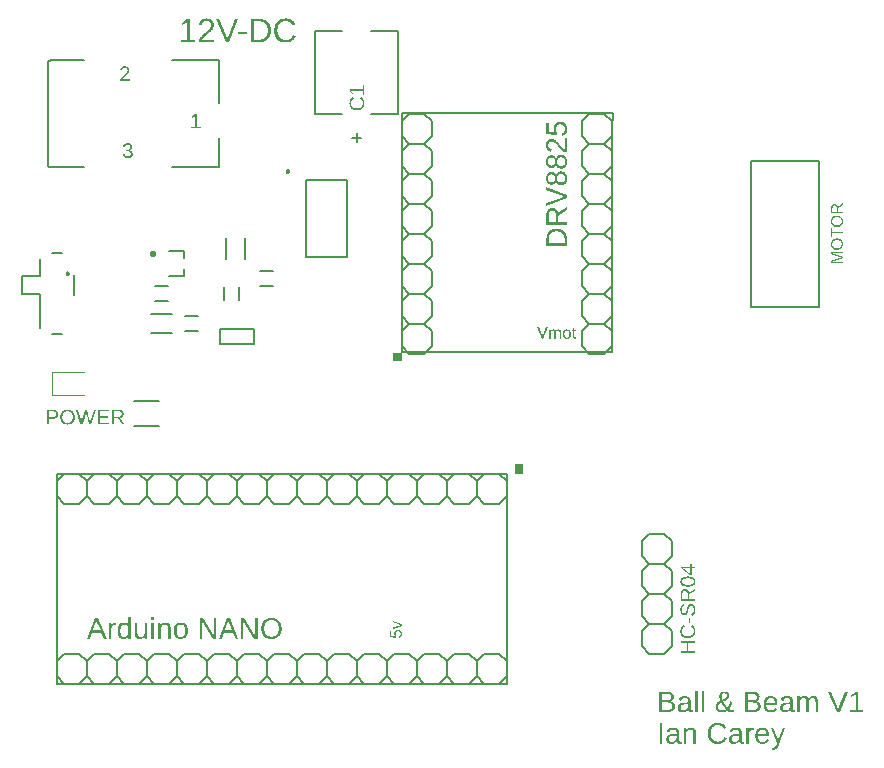
<source format=gbr>
G04 EAGLE Gerber RS-274X export*
G75*
%MOMM*%
%FSLAX34Y34*%
%LPD*%
%INSilkscreen Top*%
%IPPOS*%
%AMOC8*
5,1,8,0,0,1.08239X$1,22.5*%
G01*
G04 Define Apertures*
%ADD10C,0.152400*%
%ADD11C,0.127000*%
%ADD12C,0.200000*%
%ADD13C,0.300000*%
%ADD14C,0.120000*%
G36*
X542478Y191770D02*
X535461Y191770D01*
X535461Y209056D01*
X541742Y209056D01*
X542479Y209039D01*
X543168Y208990D01*
X543810Y208908D01*
X544404Y208793D01*
X544951Y208646D01*
X545450Y208466D01*
X545902Y208253D01*
X546306Y208007D01*
X546663Y207728D01*
X546972Y207417D01*
X547233Y207073D01*
X547447Y206696D01*
X547613Y206286D01*
X547732Y205843D01*
X547803Y205368D01*
X547821Y205118D01*
X547827Y204860D01*
X547814Y204484D01*
X547774Y204124D01*
X547706Y203779D01*
X547613Y203449D01*
X547492Y203135D01*
X547344Y202836D01*
X547170Y202552D01*
X546968Y202284D01*
X546743Y202034D01*
X546603Y201906D01*
X546495Y201805D01*
X546224Y201598D01*
X545932Y201413D01*
X545617Y201249D01*
X545280Y201106D01*
X544921Y200985D01*
X544539Y200885D01*
X545040Y200810D01*
X545511Y200707D01*
X545952Y200576D01*
X546364Y200417D01*
X546747Y200231D01*
X547100Y200017D01*
X547423Y199775D01*
X547559Y199650D01*
X547717Y199505D01*
X547978Y199212D01*
X548205Y198900D01*
X548397Y198570D01*
X548554Y198221D01*
X548676Y197854D01*
X548763Y197468D01*
X548816Y197064D01*
X548833Y196640D01*
X548827Y196356D01*
X548807Y196080D01*
X548774Y195812D01*
X548728Y195551D01*
X548669Y195299D01*
X548597Y195055D01*
X548413Y194590D01*
X548177Y194158D01*
X547888Y193757D01*
X547546Y193389D01*
X547153Y193052D01*
X546712Y192752D01*
X546230Y192491D01*
X545707Y192271D01*
X545144Y192091D01*
X544539Y191950D01*
X543893Y191850D01*
X543206Y191790D01*
X542478Y191770D01*
G37*
%LPC*%
G36*
X542356Y193647D02*
X542874Y193659D01*
X543356Y193697D01*
X543802Y193759D01*
X544211Y193846D01*
X544584Y193959D01*
X544920Y194096D01*
X545220Y194258D01*
X545484Y194444D01*
X545714Y194656D01*
X545913Y194892D01*
X546082Y195153D01*
X546220Y195438D01*
X546327Y195748D01*
X546404Y196082D01*
X546450Y196441D01*
X546465Y196824D01*
X546449Y197194D01*
X546398Y197540D01*
X546315Y197863D01*
X546197Y198161D01*
X546046Y198435D01*
X545862Y198686D01*
X545644Y198913D01*
X545392Y199116D01*
X545107Y199294D01*
X544788Y199450D01*
X544436Y199581D01*
X544050Y199688D01*
X543631Y199772D01*
X543178Y199831D01*
X542692Y199867D01*
X542172Y199879D01*
X537804Y199879D01*
X537804Y193647D01*
X542356Y193647D01*
G37*
G36*
X541742Y201707D02*
X542197Y201718D01*
X542621Y201751D01*
X543016Y201806D01*
X543382Y201883D01*
X543717Y201983D01*
X544023Y202104D01*
X544299Y202247D01*
X544546Y202413D01*
X544763Y202601D01*
X544951Y202812D01*
X545110Y203048D01*
X545240Y203307D01*
X545342Y203589D01*
X545414Y203895D01*
X545457Y204225D01*
X545472Y204578D01*
X545457Y204915D01*
X545412Y205227D01*
X545337Y205515D01*
X545233Y205777D01*
X545098Y206015D01*
X544934Y206227D01*
X544739Y206415D01*
X544515Y206578D01*
X544262Y206718D01*
X543983Y206841D01*
X543676Y206944D01*
X543343Y207028D01*
X542983Y207094D01*
X542596Y207141D01*
X542183Y207169D01*
X541742Y207179D01*
X537804Y207179D01*
X537804Y201707D01*
X541742Y201707D01*
G37*
%LPD*%
G36*
X615072Y191770D02*
X608055Y191770D01*
X608055Y209056D01*
X614336Y209056D01*
X615073Y209039D01*
X615762Y208990D01*
X616404Y208908D01*
X616998Y208793D01*
X617545Y208646D01*
X618044Y208466D01*
X618496Y208253D01*
X618900Y208007D01*
X619256Y207728D01*
X619565Y207417D01*
X619827Y207073D01*
X620041Y206696D01*
X620207Y206286D01*
X620326Y205843D01*
X620397Y205368D01*
X620415Y205118D01*
X620421Y204860D01*
X620408Y204484D01*
X620367Y204124D01*
X620300Y203779D01*
X620206Y203449D01*
X620086Y203135D01*
X619938Y202836D01*
X619764Y202552D01*
X619562Y202284D01*
X619336Y202034D01*
X619197Y201906D01*
X619088Y201805D01*
X618818Y201598D01*
X618526Y201413D01*
X618211Y201249D01*
X617874Y201106D01*
X617515Y200985D01*
X617133Y200885D01*
X617634Y200810D01*
X618105Y200707D01*
X618546Y200576D01*
X618958Y200417D01*
X619340Y200231D01*
X619693Y200017D01*
X620017Y199775D01*
X620152Y199650D01*
X620311Y199505D01*
X620572Y199212D01*
X620799Y198900D01*
X620991Y198570D01*
X621148Y198221D01*
X621270Y197854D01*
X621357Y197468D01*
X621410Y197064D01*
X621427Y196640D01*
X621420Y196356D01*
X621401Y196080D01*
X621368Y195812D01*
X621322Y195551D01*
X621263Y195299D01*
X621191Y195055D01*
X621007Y194590D01*
X620770Y194158D01*
X620482Y193757D01*
X620140Y193389D01*
X619746Y193052D01*
X619306Y192752D01*
X618824Y192491D01*
X618301Y192271D01*
X617737Y192091D01*
X617133Y191950D01*
X616487Y191850D01*
X615800Y191790D01*
X615072Y191770D01*
G37*
%LPC*%
G36*
X614949Y193647D02*
X615468Y193659D01*
X615950Y193697D01*
X616396Y193759D01*
X616805Y193846D01*
X617178Y193959D01*
X617514Y194096D01*
X617814Y194258D01*
X618078Y194444D01*
X618308Y194656D01*
X618507Y194892D01*
X618676Y195153D01*
X618814Y195438D01*
X618921Y195748D01*
X618998Y196082D01*
X619044Y196441D01*
X619059Y196824D01*
X619042Y197194D01*
X618992Y197540D01*
X618908Y197863D01*
X618791Y198161D01*
X618640Y198435D01*
X618455Y198686D01*
X618237Y198913D01*
X617986Y199116D01*
X617701Y199294D01*
X617382Y199450D01*
X617030Y199581D01*
X616644Y199688D01*
X616225Y199772D01*
X615772Y199831D01*
X615285Y199867D01*
X614765Y199879D01*
X610398Y199879D01*
X610398Y193647D01*
X614949Y193647D01*
G37*
G36*
X614336Y201707D02*
X614790Y201718D01*
X615215Y201751D01*
X615610Y201806D01*
X615975Y201883D01*
X616311Y201983D01*
X616617Y202104D01*
X616893Y202247D01*
X617139Y202413D01*
X617356Y202601D01*
X617545Y202812D01*
X617704Y203048D01*
X617834Y203307D01*
X617935Y203589D01*
X618008Y203895D01*
X618051Y204225D01*
X618066Y204578D01*
X618051Y204915D01*
X618006Y205227D01*
X617931Y205515D01*
X617826Y205777D01*
X617692Y206015D01*
X617527Y206227D01*
X617333Y206415D01*
X617109Y206578D01*
X616856Y206718D01*
X616576Y206841D01*
X616270Y206944D01*
X615937Y207028D01*
X615577Y207094D01*
X615190Y207141D01*
X614777Y207169D01*
X614336Y207179D01*
X610398Y207179D01*
X610398Y201707D01*
X614336Y201707D01*
G37*
%LPD*%
G36*
X588660Y191525D02*
X588019Y191545D01*
X587416Y191604D01*
X586849Y191703D01*
X586320Y191842D01*
X585828Y192021D01*
X585373Y192239D01*
X584955Y192497D01*
X584575Y192794D01*
X584235Y193127D01*
X583941Y193491D01*
X583693Y193886D01*
X583489Y194311D01*
X583331Y194767D01*
X583218Y195255D01*
X583150Y195773D01*
X583127Y196321D01*
X583143Y196742D01*
X583193Y197150D01*
X583275Y197546D01*
X583390Y197929D01*
X583538Y198301D01*
X583719Y198660D01*
X583932Y199007D01*
X584179Y199342D01*
X584458Y199665D01*
X584771Y199976D01*
X585116Y200275D01*
X585494Y200561D01*
X585905Y200835D01*
X586349Y201097D01*
X586825Y201347D01*
X587335Y201584D01*
X587139Y201982D01*
X586958Y202416D01*
X586790Y202884D01*
X586636Y203388D01*
X586507Y203898D01*
X586415Y204385D01*
X586360Y204849D01*
X586341Y205289D01*
X586359Y205737D01*
X586411Y206158D01*
X586499Y206553D01*
X586622Y206923D01*
X586780Y207266D01*
X586973Y207584D01*
X587201Y207876D01*
X587464Y208142D01*
X587759Y208379D01*
X588084Y208585D01*
X588438Y208758D01*
X588821Y208901D01*
X589234Y209012D01*
X589676Y209091D01*
X590147Y209138D01*
X590647Y209154D01*
X591099Y209139D01*
X591529Y209096D01*
X591936Y209023D01*
X592320Y208921D01*
X592683Y208790D01*
X593022Y208629D01*
X593340Y208440D01*
X593635Y208221D01*
X593901Y207978D01*
X594131Y207712D01*
X594326Y207426D01*
X594486Y207117D01*
X594610Y206788D01*
X594699Y206436D01*
X594752Y206064D01*
X594769Y205670D01*
X594752Y205313D01*
X594699Y204966D01*
X594612Y204629D01*
X594489Y204302D01*
X594331Y203985D01*
X594138Y203678D01*
X593910Y203381D01*
X593647Y203093D01*
X593636Y203084D01*
X593341Y202812D01*
X592983Y202531D01*
X592573Y202250D01*
X592112Y201971D01*
X591599Y201692D01*
X591035Y201414D01*
X590419Y201137D01*
X589752Y200861D01*
X590106Y200232D01*
X590487Y199602D01*
X590896Y198971D01*
X591331Y198340D01*
X591794Y197707D01*
X592284Y197074D01*
X592802Y196441D01*
X593346Y195806D01*
X593682Y196330D01*
X593997Y196884D01*
X594291Y197468D01*
X594564Y198082D01*
X594816Y198726D01*
X594845Y198812D01*
X595046Y199399D01*
X595256Y200103D01*
X595444Y200836D01*
X597223Y200309D01*
X597013Y199550D01*
X596771Y198803D01*
X596495Y198068D01*
X596186Y197343D01*
X595845Y196629D01*
X595595Y196161D01*
X595470Y195927D01*
X595063Y195235D01*
X594622Y194555D01*
X594920Y194273D01*
X595223Y194029D01*
X595533Y193822D01*
X595849Y193653D01*
X596171Y193522D01*
X596357Y193468D01*
X596499Y193428D01*
X596834Y193371D01*
X597174Y193353D01*
X597590Y193365D01*
X597968Y193402D01*
X598308Y193463D01*
X598609Y193549D01*
X598609Y191893D01*
X598244Y191775D01*
X597833Y191690D01*
X597379Y191640D01*
X596880Y191623D01*
X596611Y191629D01*
X596347Y191647D01*
X595837Y191720D01*
X595348Y191842D01*
X594880Y192012D01*
X594434Y192231D01*
X594009Y192499D01*
X593606Y192816D01*
X593224Y193181D01*
X592748Y192805D01*
X592239Y192475D01*
X591699Y192192D01*
X591126Y191954D01*
X590530Y191766D01*
X589920Y191632D01*
X589611Y191585D01*
X589297Y191552D01*
X588980Y191531D01*
X588660Y191525D01*
G37*
%LPC*%
G36*
X588734Y193132D02*
X589169Y193153D01*
X589605Y193216D01*
X590040Y193322D01*
X590476Y193469D01*
X590897Y193656D01*
X591291Y193879D01*
X591658Y194137D01*
X591997Y194432D01*
X591404Y195148D01*
X590841Y195859D01*
X590308Y196566D01*
X589804Y197269D01*
X589330Y197968D01*
X588885Y198662D01*
X588469Y199353D01*
X588083Y200039D01*
X587733Y199880D01*
X587405Y199713D01*
X587099Y199535D01*
X586817Y199348D01*
X586557Y199151D01*
X586319Y198944D01*
X586104Y198728D01*
X585912Y198502D01*
X585742Y198266D01*
X585595Y198021D01*
X585471Y197766D01*
X585369Y197501D01*
X585290Y197227D01*
X585233Y196943D01*
X585199Y196649D01*
X585188Y196346D01*
X585203Y195985D01*
X585248Y195642D01*
X585322Y195320D01*
X585426Y195016D01*
X585559Y194732D01*
X585723Y194468D01*
X585916Y194223D01*
X586139Y193997D01*
X586387Y193794D01*
X586658Y193618D01*
X586949Y193470D01*
X587263Y193348D01*
X587598Y193253D01*
X587955Y193186D01*
X588333Y193145D01*
X588734Y193132D01*
G37*
G36*
X589016Y202296D02*
X589766Y202610D01*
X590410Y202903D01*
X590947Y203175D01*
X591377Y203425D01*
X591732Y203668D01*
X592040Y203922D01*
X592302Y204184D01*
X592518Y204455D01*
X592687Y204738D01*
X592808Y205035D01*
X592881Y205345D01*
X592905Y205670D01*
X592895Y205885D01*
X592866Y206091D01*
X592818Y206286D01*
X592751Y206472D01*
X592665Y206647D01*
X592560Y206812D01*
X592435Y206967D01*
X592291Y207111D01*
X592131Y207242D01*
X591957Y207355D01*
X591769Y207451D01*
X591567Y207530D01*
X591352Y207591D01*
X591123Y207635D01*
X590880Y207661D01*
X590623Y207669D01*
X590337Y207660D01*
X590069Y207630D01*
X589819Y207581D01*
X589586Y207511D01*
X589371Y207423D01*
X589174Y207314D01*
X588994Y207186D01*
X588832Y207038D01*
X588688Y206872D01*
X588563Y206691D01*
X588458Y206496D01*
X588372Y206285D01*
X588305Y206059D01*
X588257Y205817D01*
X588228Y205561D01*
X588218Y205289D01*
X588231Y204937D01*
X588268Y204578D01*
X588330Y204213D01*
X588418Y203842D01*
X588530Y203465D01*
X588667Y203081D01*
X588829Y202692D01*
X589016Y202296D01*
G37*
%LPD*%
G36*
X545448Y164855D02*
X544963Y164871D01*
X544510Y164921D01*
X544088Y165003D01*
X543696Y165118D01*
X543336Y165267D01*
X543007Y165448D01*
X542709Y165662D01*
X542442Y165910D01*
X542206Y166186D01*
X542002Y166486D01*
X541829Y166811D01*
X541688Y167161D01*
X541578Y167535D01*
X541499Y167934D01*
X541452Y168357D01*
X541436Y168805D01*
X541457Y169305D01*
X541521Y169776D01*
X541627Y170216D01*
X541775Y170627D01*
X541966Y171007D01*
X542199Y171358D01*
X542474Y171679D01*
X542792Y171970D01*
X543157Y172230D01*
X543573Y172458D01*
X544042Y172653D01*
X544563Y172817D01*
X545136Y172948D01*
X545760Y173047D01*
X546437Y173113D01*
X547165Y173148D01*
X550146Y173197D01*
X550146Y173921D01*
X550136Y174311D01*
X550103Y174673D01*
X550050Y175006D01*
X549975Y175310D01*
X549878Y175586D01*
X549760Y175832D01*
X549620Y176050D01*
X549459Y176239D01*
X549275Y176403D01*
X549067Y176545D01*
X548834Y176666D01*
X548576Y176764D01*
X548294Y176840D01*
X547987Y176895D01*
X547656Y176928D01*
X547300Y176939D01*
X546942Y176931D01*
X546609Y176907D01*
X546301Y176868D01*
X546018Y176813D01*
X545761Y176742D01*
X545529Y176656D01*
X545322Y176554D01*
X545141Y176436D01*
X544981Y176301D01*
X544837Y176147D01*
X544711Y175974D01*
X544601Y175782D01*
X544508Y175572D01*
X544433Y175343D01*
X544374Y175095D01*
X544331Y174829D01*
X542025Y175037D01*
X542112Y175471D01*
X542232Y175877D01*
X542384Y176255D01*
X542569Y176604D01*
X542787Y176926D01*
X543038Y177220D01*
X543322Y177486D01*
X543638Y177724D01*
X543987Y177934D01*
X544369Y178116D01*
X544784Y178270D01*
X545232Y178396D01*
X545712Y178493D01*
X546225Y178563D01*
X546771Y178605D01*
X547349Y178619D01*
X547956Y178601D01*
X548523Y178548D01*
X549052Y178458D01*
X549542Y178333D01*
X549994Y178171D01*
X550406Y177974D01*
X550780Y177741D01*
X551116Y177472D01*
X551412Y177170D01*
X551668Y176835D01*
X551886Y176468D01*
X552063Y176069D01*
X552201Y175638D01*
X552300Y175176D01*
X552359Y174681D01*
X552379Y174154D01*
X552379Y168437D01*
X552395Y167976D01*
X552444Y167577D01*
X552524Y167237D01*
X552637Y166959D01*
X552709Y166842D01*
X552795Y166741D01*
X552896Y166656D01*
X553011Y166586D01*
X553141Y166532D01*
X553285Y166493D01*
X553445Y166470D01*
X553618Y166462D01*
X553959Y166483D01*
X554342Y166548D01*
X554342Y165174D01*
X553923Y165088D01*
X553499Y165026D01*
X553070Y164990D01*
X552637Y164977D01*
X552341Y164987D01*
X552065Y165018D01*
X551811Y165068D01*
X551577Y165138D01*
X551364Y165229D01*
X551173Y165340D01*
X551002Y165470D01*
X550852Y165621D01*
X550720Y165794D01*
X550603Y165989D01*
X550501Y166207D01*
X550415Y166448D01*
X550343Y166712D01*
X550287Y166998D01*
X550246Y167307D01*
X550220Y167639D01*
X550146Y167639D01*
X549930Y167273D01*
X549706Y166934D01*
X549473Y166624D01*
X549231Y166341D01*
X548980Y166085D01*
X548721Y165858D01*
X548454Y165658D01*
X548177Y165486D01*
X547889Y165338D01*
X547586Y165210D01*
X547267Y165101D01*
X546934Y165013D01*
X546585Y164944D01*
X546221Y164894D01*
X545842Y164865D01*
X545448Y164855D01*
G37*
%LPC*%
G36*
X545951Y166511D02*
X546250Y166519D01*
X546541Y166545D01*
X546824Y166588D01*
X547098Y166649D01*
X547363Y166726D01*
X547621Y166821D01*
X547870Y166934D01*
X548110Y167063D01*
X548340Y167207D01*
X548557Y167365D01*
X548762Y167535D01*
X548955Y167718D01*
X549135Y167914D01*
X549303Y168122D01*
X549458Y168344D01*
X549600Y168578D01*
X549728Y168820D01*
X549839Y169063D01*
X549933Y169308D01*
X550010Y169555D01*
X550070Y169803D01*
X550112Y170054D01*
X550138Y170306D01*
X550146Y170559D01*
X550146Y171651D01*
X547730Y171602D01*
X546998Y171573D01*
X546360Y171510D01*
X545817Y171413D01*
X545581Y171352D01*
X545368Y171283D01*
X544990Y171116D01*
X544658Y170909D01*
X544373Y170662D01*
X544135Y170375D01*
X544034Y170216D01*
X543947Y170045D01*
X543873Y169862D01*
X543813Y169667D01*
X543766Y169460D01*
X543733Y169241D01*
X543712Y169011D01*
X543706Y168768D01*
X543715Y168506D01*
X543742Y168259D01*
X543788Y168027D01*
X543851Y167811D01*
X543933Y167610D01*
X544033Y167425D01*
X544152Y167255D01*
X544288Y167100D01*
X544442Y166962D01*
X544611Y166842D01*
X544795Y166741D01*
X544995Y166658D01*
X545211Y166594D01*
X545442Y166548D01*
X545689Y166520D01*
X545951Y166511D01*
G37*
%LPD*%
G36*
X555229Y191525D02*
X554745Y191541D01*
X554291Y191591D01*
X553869Y191673D01*
X553478Y191788D01*
X553118Y191937D01*
X552788Y192118D01*
X552490Y192332D01*
X552223Y192580D01*
X551988Y192856D01*
X551783Y193156D01*
X551610Y193481D01*
X551469Y193831D01*
X551359Y194205D01*
X551280Y194604D01*
X551233Y195027D01*
X551217Y195475D01*
X551239Y195975D01*
X551302Y196446D01*
X551408Y196886D01*
X551556Y197297D01*
X551747Y197677D01*
X551980Y198028D01*
X552255Y198349D01*
X552573Y198640D01*
X552938Y198900D01*
X553355Y199128D01*
X553823Y199323D01*
X554344Y199487D01*
X554917Y199618D01*
X555541Y199717D01*
X556218Y199783D01*
X556947Y199818D01*
X559928Y199867D01*
X559928Y200591D01*
X559917Y200981D01*
X559885Y201343D01*
X559831Y201676D01*
X559756Y201980D01*
X559659Y202256D01*
X559541Y202502D01*
X559402Y202720D01*
X559241Y202909D01*
X559057Y203073D01*
X558848Y203215D01*
X558615Y203336D01*
X558357Y203434D01*
X558075Y203510D01*
X557768Y203565D01*
X557437Y203598D01*
X557081Y203609D01*
X556723Y203601D01*
X556390Y203577D01*
X556082Y203538D01*
X555799Y203483D01*
X555542Y203412D01*
X555310Y203326D01*
X555104Y203224D01*
X554922Y203106D01*
X554762Y202971D01*
X554619Y202817D01*
X554492Y202644D01*
X554382Y202452D01*
X554290Y202242D01*
X554214Y202013D01*
X554155Y201765D01*
X554113Y201499D01*
X551806Y201707D01*
X551893Y202141D01*
X552013Y202547D01*
X552165Y202925D01*
X552351Y203274D01*
X552569Y203596D01*
X552819Y203890D01*
X553103Y204156D01*
X553419Y204394D01*
X553769Y204604D01*
X554151Y204786D01*
X554565Y204940D01*
X555013Y205066D01*
X555493Y205163D01*
X556006Y205233D01*
X556552Y205275D01*
X557131Y205289D01*
X557737Y205271D01*
X558304Y205218D01*
X558833Y205128D01*
X559323Y205003D01*
X559775Y204841D01*
X560188Y204644D01*
X560562Y204411D01*
X560897Y204142D01*
X561193Y203840D01*
X561450Y203505D01*
X561667Y203138D01*
X561845Y202739D01*
X561983Y202308D01*
X562081Y201846D01*
X562141Y201351D01*
X562160Y200824D01*
X562160Y195107D01*
X562177Y194646D01*
X562225Y194247D01*
X562305Y193907D01*
X562418Y193629D01*
X562490Y193512D01*
X562576Y193411D01*
X562677Y193326D01*
X562792Y193256D01*
X562922Y193202D01*
X563067Y193163D01*
X563226Y193140D01*
X563400Y193132D01*
X563740Y193153D01*
X564123Y193218D01*
X564123Y191844D01*
X563704Y191758D01*
X563280Y191696D01*
X562851Y191660D01*
X562418Y191647D01*
X562122Y191657D01*
X561846Y191688D01*
X561592Y191738D01*
X561358Y191808D01*
X561146Y191899D01*
X560954Y192010D01*
X560783Y192140D01*
X560633Y192291D01*
X560501Y192464D01*
X560384Y192659D01*
X560283Y192877D01*
X560196Y193118D01*
X560125Y193382D01*
X560068Y193668D01*
X560027Y193977D01*
X560001Y194309D01*
X559928Y194309D01*
X559712Y193943D01*
X559487Y193604D01*
X559254Y193294D01*
X559012Y193011D01*
X558762Y192755D01*
X558503Y192528D01*
X558235Y192328D01*
X557959Y192156D01*
X557670Y192008D01*
X557367Y191880D01*
X557049Y191771D01*
X556715Y191683D01*
X556366Y191614D01*
X556002Y191564D01*
X555623Y191535D01*
X555229Y191525D01*
G37*
%LPC*%
G36*
X555732Y193181D02*
X556031Y193189D01*
X556322Y193215D01*
X556605Y193258D01*
X556879Y193319D01*
X557145Y193396D01*
X557402Y193491D01*
X557651Y193604D01*
X557891Y193733D01*
X558121Y193877D01*
X558339Y194035D01*
X558544Y194205D01*
X558736Y194388D01*
X558916Y194584D01*
X559084Y194792D01*
X559239Y195014D01*
X559382Y195248D01*
X559510Y195490D01*
X559621Y195733D01*
X559714Y195978D01*
X559791Y196225D01*
X559851Y196473D01*
X559894Y196724D01*
X559919Y196976D01*
X559928Y197229D01*
X559928Y198321D01*
X557511Y198272D01*
X556779Y198243D01*
X556141Y198180D01*
X555598Y198083D01*
X555362Y198022D01*
X555149Y197953D01*
X554771Y197786D01*
X554439Y197579D01*
X554154Y197332D01*
X553916Y197045D01*
X553816Y196886D01*
X553728Y196715D01*
X553655Y196532D01*
X553594Y196337D01*
X553547Y196130D01*
X553514Y195911D01*
X553494Y195681D01*
X553487Y195438D01*
X553496Y195176D01*
X553523Y194929D01*
X553569Y194697D01*
X553633Y194481D01*
X553715Y194280D01*
X553815Y194095D01*
X553933Y193925D01*
X554070Y193770D01*
X554223Y193632D01*
X554392Y193512D01*
X554577Y193411D01*
X554777Y193328D01*
X554992Y193264D01*
X555223Y193218D01*
X555470Y193190D01*
X555732Y193181D01*
G37*
%LPD*%
G36*
X598510Y164855D02*
X598026Y164871D01*
X597572Y164921D01*
X597150Y165003D01*
X596759Y165118D01*
X596399Y165267D01*
X596070Y165448D01*
X595772Y165662D01*
X595505Y165910D01*
X595269Y166186D01*
X595064Y166486D01*
X594892Y166811D01*
X594750Y167161D01*
X594640Y167535D01*
X594561Y167934D01*
X594514Y168357D01*
X594499Y168805D01*
X594520Y169305D01*
X594583Y169776D01*
X594689Y170216D01*
X594837Y170627D01*
X595028Y171007D01*
X595261Y171358D01*
X595536Y171679D01*
X595854Y171970D01*
X596219Y172230D01*
X596636Y172458D01*
X597105Y172653D01*
X597625Y172817D01*
X598198Y172948D01*
X598823Y173047D01*
X599499Y173113D01*
X600228Y173148D01*
X603209Y173197D01*
X603209Y173921D01*
X603198Y174311D01*
X603166Y174673D01*
X603112Y175006D01*
X603037Y175310D01*
X602941Y175586D01*
X602822Y175832D01*
X602683Y176050D01*
X602522Y176239D01*
X602338Y176403D01*
X602129Y176545D01*
X601896Y176666D01*
X601639Y176764D01*
X601356Y176840D01*
X601050Y176895D01*
X600718Y176928D01*
X600363Y176939D01*
X600004Y176931D01*
X599671Y176907D01*
X599363Y176868D01*
X599081Y176813D01*
X598823Y176742D01*
X598592Y176656D01*
X598385Y176554D01*
X598204Y176436D01*
X598043Y176301D01*
X597900Y176147D01*
X597773Y175974D01*
X597664Y175782D01*
X597571Y175572D01*
X597495Y175343D01*
X597436Y175095D01*
X597394Y174829D01*
X595087Y175037D01*
X595174Y175471D01*
X595294Y175877D01*
X595447Y176255D01*
X595632Y176604D01*
X595850Y176926D01*
X596101Y177220D01*
X596384Y177486D01*
X596701Y177724D01*
X597050Y177934D01*
X597432Y178116D01*
X597847Y178270D01*
X598294Y178396D01*
X598774Y178493D01*
X599287Y178563D01*
X599833Y178605D01*
X600412Y178619D01*
X601018Y178601D01*
X601586Y178548D01*
X602115Y178458D01*
X602605Y178333D01*
X603056Y178171D01*
X603469Y177974D01*
X603843Y177741D01*
X604178Y177472D01*
X604474Y177170D01*
X604731Y176835D01*
X604948Y176468D01*
X605126Y176069D01*
X605264Y175638D01*
X605363Y175176D01*
X605422Y174681D01*
X605442Y174154D01*
X605442Y168437D01*
X605458Y167976D01*
X605506Y167577D01*
X605587Y167237D01*
X605699Y166959D01*
X605771Y166842D01*
X605857Y166741D01*
X605958Y166656D01*
X606073Y166586D01*
X606203Y166532D01*
X606348Y166493D01*
X606507Y166470D01*
X606681Y166462D01*
X607021Y166483D01*
X607405Y166548D01*
X607405Y165174D01*
X606985Y165088D01*
X606561Y165026D01*
X606133Y164990D01*
X605699Y164977D01*
X605403Y164987D01*
X605128Y165018D01*
X604873Y165068D01*
X604640Y165138D01*
X604427Y165229D01*
X604235Y165340D01*
X604064Y165470D01*
X603914Y165621D01*
X603782Y165794D01*
X603666Y165989D01*
X603564Y166207D01*
X603477Y166448D01*
X603406Y166712D01*
X603350Y166998D01*
X603308Y167307D01*
X603283Y167639D01*
X603209Y167639D01*
X602993Y167273D01*
X602768Y166934D01*
X602535Y166624D01*
X602293Y166341D01*
X602043Y166085D01*
X601784Y165858D01*
X601516Y165658D01*
X601240Y165486D01*
X600952Y165338D01*
X600648Y165210D01*
X600330Y165101D01*
X599996Y165013D01*
X599647Y164944D01*
X599284Y164894D01*
X598904Y164865D01*
X598510Y164855D01*
G37*
%LPC*%
G36*
X599013Y166511D02*
X599313Y166519D01*
X599604Y166545D01*
X599886Y166588D01*
X600160Y166649D01*
X600426Y166726D01*
X600683Y166821D01*
X600932Y166934D01*
X601172Y167063D01*
X601402Y167207D01*
X601620Y167365D01*
X601825Y167535D01*
X602017Y167718D01*
X602197Y167914D01*
X602365Y168122D01*
X602520Y168344D01*
X602663Y168578D01*
X602791Y168820D01*
X602902Y169063D01*
X602996Y169308D01*
X603072Y169555D01*
X603132Y169803D01*
X603175Y170054D01*
X603200Y170306D01*
X603209Y170559D01*
X603209Y171651D01*
X600792Y171602D01*
X600060Y171573D01*
X599423Y171510D01*
X598879Y171413D01*
X598643Y171352D01*
X598430Y171283D01*
X598052Y171116D01*
X597720Y170909D01*
X597436Y170662D01*
X597198Y170375D01*
X597097Y170216D01*
X597010Y170045D01*
X596936Y169862D01*
X596876Y169667D01*
X596829Y169460D01*
X596795Y169241D01*
X596775Y169011D01*
X596768Y168768D01*
X596777Y168506D01*
X596805Y168259D01*
X596850Y168027D01*
X596914Y167811D01*
X596996Y167610D01*
X597096Y167425D01*
X597214Y167255D01*
X597351Y167100D01*
X597504Y166962D01*
X597673Y166842D01*
X597858Y166741D01*
X598058Y166658D01*
X598273Y166594D01*
X598504Y166548D01*
X598751Y166520D01*
X599013Y166511D01*
G37*
%LPD*%
G36*
X641823Y191525D02*
X641338Y191541D01*
X640885Y191591D01*
X640463Y191673D01*
X640071Y191788D01*
X639711Y191937D01*
X639382Y192118D01*
X639084Y192332D01*
X638817Y192580D01*
X638581Y192856D01*
X638377Y193156D01*
X638204Y193481D01*
X638063Y193831D01*
X637953Y194205D01*
X637874Y194604D01*
X637827Y195027D01*
X637811Y195475D01*
X637832Y195975D01*
X637896Y196446D01*
X638002Y196886D01*
X638150Y197297D01*
X638341Y197677D01*
X638574Y198028D01*
X638849Y198349D01*
X639167Y198640D01*
X639532Y198900D01*
X639948Y199128D01*
X640417Y199323D01*
X640938Y199487D01*
X641511Y199618D01*
X642135Y199717D01*
X642812Y199783D01*
X643540Y199818D01*
X646521Y199867D01*
X646521Y200591D01*
X646511Y200981D01*
X646478Y201343D01*
X646425Y201676D01*
X646350Y201980D01*
X646253Y202256D01*
X646135Y202502D01*
X645995Y202720D01*
X645834Y202909D01*
X645650Y203073D01*
X645442Y203215D01*
X645209Y203336D01*
X644951Y203434D01*
X644669Y203510D01*
X644362Y203565D01*
X644031Y203598D01*
X643675Y203609D01*
X643317Y203601D01*
X642984Y203577D01*
X642676Y203538D01*
X642393Y203483D01*
X642136Y203412D01*
X641904Y203326D01*
X641697Y203224D01*
X641516Y203106D01*
X641356Y202971D01*
X641212Y202817D01*
X641086Y202644D01*
X640976Y202452D01*
X640883Y202242D01*
X640808Y202013D01*
X640749Y201765D01*
X640706Y201499D01*
X638400Y201707D01*
X638487Y202141D01*
X638607Y202547D01*
X638759Y202925D01*
X638944Y203274D01*
X639162Y203596D01*
X639413Y203890D01*
X639697Y204156D01*
X640013Y204394D01*
X640362Y204604D01*
X640744Y204786D01*
X641159Y204940D01*
X641607Y205066D01*
X642087Y205163D01*
X642600Y205233D01*
X643146Y205275D01*
X643724Y205289D01*
X644331Y205271D01*
X644898Y205218D01*
X645427Y205128D01*
X645917Y205003D01*
X646369Y204841D01*
X646781Y204644D01*
X647155Y204411D01*
X647491Y204142D01*
X647787Y203840D01*
X648043Y203505D01*
X648261Y203138D01*
X648438Y202739D01*
X648576Y202308D01*
X648675Y201846D01*
X648734Y201351D01*
X648754Y200824D01*
X648754Y195107D01*
X648770Y194646D01*
X648819Y194247D01*
X648899Y193907D01*
X649012Y193629D01*
X649084Y193512D01*
X649170Y193411D01*
X649271Y193326D01*
X649386Y193256D01*
X649516Y193202D01*
X649660Y193163D01*
X649820Y193140D01*
X649993Y193132D01*
X650334Y193153D01*
X650717Y193218D01*
X650717Y191844D01*
X650298Y191758D01*
X649874Y191696D01*
X649445Y191660D01*
X649012Y191647D01*
X648716Y191657D01*
X648440Y191688D01*
X648186Y191738D01*
X647952Y191808D01*
X647739Y191899D01*
X647548Y192010D01*
X647377Y192140D01*
X647227Y192291D01*
X647095Y192464D01*
X646978Y192659D01*
X646876Y192877D01*
X646790Y193118D01*
X646718Y193382D01*
X646662Y193668D01*
X646621Y193977D01*
X646595Y194309D01*
X646521Y194309D01*
X646305Y193943D01*
X646081Y193604D01*
X645848Y193294D01*
X645606Y193011D01*
X645355Y192755D01*
X645096Y192528D01*
X644829Y192328D01*
X644552Y192156D01*
X644264Y192008D01*
X643961Y191880D01*
X643642Y191771D01*
X643309Y191683D01*
X642960Y191614D01*
X642596Y191564D01*
X642217Y191535D01*
X641823Y191525D01*
G37*
%LPC*%
G36*
X642326Y193181D02*
X642625Y193189D01*
X642916Y193215D01*
X643199Y193258D01*
X643473Y193319D01*
X643738Y193396D01*
X643996Y193491D01*
X644245Y193604D01*
X644485Y193733D01*
X644715Y193877D01*
X644932Y194035D01*
X645137Y194205D01*
X645330Y194388D01*
X645510Y194584D01*
X645678Y194792D01*
X645833Y195014D01*
X645975Y195248D01*
X646103Y195490D01*
X646214Y195733D01*
X646308Y195978D01*
X646385Y196225D01*
X646445Y196473D01*
X646487Y196724D01*
X646513Y196976D01*
X646521Y197229D01*
X646521Y198321D01*
X644105Y198272D01*
X643373Y198243D01*
X642735Y198180D01*
X642192Y198083D01*
X641956Y198022D01*
X641743Y197953D01*
X641365Y197786D01*
X641033Y197579D01*
X640748Y197332D01*
X640510Y197045D01*
X640409Y196886D01*
X640322Y196715D01*
X640248Y196532D01*
X640188Y196337D01*
X640141Y196130D01*
X640108Y195911D01*
X640087Y195681D01*
X640081Y195438D01*
X640090Y195176D01*
X640117Y194929D01*
X640163Y194697D01*
X640226Y194481D01*
X640308Y194280D01*
X640408Y194095D01*
X640527Y193925D01*
X640663Y193770D01*
X640817Y193632D01*
X640986Y193512D01*
X641170Y193411D01*
X641370Y193328D01*
X641586Y193264D01*
X641817Y193218D01*
X642064Y193190D01*
X642326Y193181D01*
G37*
%LPD*%
G36*
X654651Y191770D02*
X652455Y191770D01*
X652455Y202210D01*
X652436Y204078D01*
X652413Y204674D01*
X652381Y205044D01*
X654467Y205044D01*
X654491Y204713D01*
X654522Y204093D01*
X654565Y202774D01*
X654601Y202774D01*
X654783Y203114D01*
X654970Y203426D01*
X655164Y203712D01*
X655365Y203971D01*
X655572Y204203D01*
X655786Y204408D01*
X656006Y204586D01*
X656233Y204737D01*
X656469Y204867D01*
X656718Y204979D01*
X656980Y205074D01*
X657254Y205151D01*
X657541Y205212D01*
X657841Y205255D01*
X658153Y205281D01*
X658478Y205289D01*
X658846Y205280D01*
X659193Y205252D01*
X659521Y205205D01*
X659829Y205139D01*
X660118Y205055D01*
X660386Y204951D01*
X660635Y204829D01*
X660864Y204688D01*
X661075Y204527D01*
X661270Y204343D01*
X661447Y204137D01*
X661608Y203909D01*
X661752Y203659D01*
X661880Y203386D01*
X661991Y203092D01*
X662085Y202774D01*
X662122Y202774D01*
X662298Y203097D01*
X662483Y203396D01*
X662678Y203672D01*
X662881Y203925D01*
X663093Y204154D01*
X663314Y204359D01*
X663545Y204542D01*
X663784Y204701D01*
X664034Y204839D01*
X664297Y204958D01*
X664573Y205059D01*
X664862Y205142D01*
X665164Y205207D01*
X665478Y205253D01*
X665806Y205280D01*
X666146Y205289D01*
X666632Y205272D01*
X667083Y205221D01*
X667500Y205136D01*
X667883Y205016D01*
X668232Y204863D01*
X668546Y204675D01*
X668826Y204453D01*
X669072Y204198D01*
X669286Y203903D01*
X669472Y203564D01*
X669629Y203182D01*
X669757Y202756D01*
X669857Y202286D01*
X669929Y201773D01*
X669971Y201216D01*
X669986Y200615D01*
X669986Y191770D01*
X667802Y191770D01*
X667802Y200186D01*
X667794Y200649D01*
X667769Y201075D01*
X667728Y201463D01*
X667670Y201814D01*
X667596Y202129D01*
X667505Y202406D01*
X667398Y202645D01*
X667274Y202848D01*
X667129Y203021D01*
X666958Y203170D01*
X666760Y203297D01*
X666535Y203400D01*
X666284Y203481D01*
X666007Y203538D01*
X665703Y203573D01*
X665373Y203584D01*
X665021Y203567D01*
X664689Y203517D01*
X664378Y203433D01*
X664086Y203316D01*
X663815Y203165D01*
X663564Y202980D01*
X663333Y202762D01*
X663122Y202511D01*
X662933Y202228D01*
X662770Y201918D01*
X662632Y201579D01*
X662519Y201212D01*
X662431Y200817D01*
X662368Y200393D01*
X662331Y199942D01*
X662318Y199462D01*
X662318Y191770D01*
X660134Y191770D01*
X660134Y200186D01*
X660126Y200649D01*
X660101Y201075D01*
X660060Y201463D01*
X660002Y201814D01*
X659928Y202129D01*
X659838Y202406D01*
X659730Y202645D01*
X659607Y202848D01*
X659462Y203021D01*
X659290Y203170D01*
X659092Y203297D01*
X658868Y203400D01*
X658617Y203481D01*
X658339Y203538D01*
X658036Y203573D01*
X657705Y203584D01*
X657362Y203567D01*
X657037Y203517D01*
X656730Y203432D01*
X656442Y203314D01*
X656172Y203162D01*
X655920Y202977D01*
X655687Y202758D01*
X655473Y202505D01*
X655280Y202221D01*
X655113Y201910D01*
X654972Y201571D01*
X654856Y201204D01*
X654766Y200810D01*
X654702Y200388D01*
X654663Y199939D01*
X654651Y199462D01*
X654651Y191770D01*
G37*
G36*
X622866Y164855D02*
X622503Y164862D01*
X622152Y164882D01*
X621811Y164916D01*
X621482Y164964D01*
X621163Y165026D01*
X620855Y165101D01*
X620559Y165190D01*
X620273Y165293D01*
X619998Y165410D01*
X619734Y165540D01*
X619481Y165684D01*
X619240Y165841D01*
X619009Y166013D01*
X618789Y166198D01*
X618580Y166397D01*
X618382Y166609D01*
X618196Y166835D01*
X618021Y167074D01*
X617859Y167327D01*
X617708Y167593D01*
X617570Y167872D01*
X617444Y168165D01*
X617329Y168470D01*
X617227Y168790D01*
X617137Y169122D01*
X617059Y169468D01*
X616993Y169827D01*
X616939Y170200D01*
X616896Y170586D01*
X616866Y170985D01*
X616848Y171397D01*
X616842Y171823D01*
X616848Y172228D01*
X616866Y172621D01*
X616896Y173002D01*
X616939Y173371D01*
X616993Y173728D01*
X617059Y174073D01*
X617137Y174406D01*
X617227Y174727D01*
X617329Y175037D01*
X617444Y175334D01*
X617570Y175619D01*
X617708Y175892D01*
X617859Y176153D01*
X618021Y176403D01*
X618196Y176640D01*
X618382Y176865D01*
X618580Y177078D01*
X618787Y177276D01*
X619006Y177461D01*
X619234Y177633D01*
X619473Y177790D01*
X619722Y177934D01*
X619982Y178064D01*
X620251Y178181D01*
X620531Y178284D01*
X620822Y178373D01*
X621122Y178448D01*
X621433Y178510D01*
X621755Y178558D01*
X622086Y178592D01*
X622428Y178613D01*
X622780Y178619D01*
X623140Y178613D01*
X623489Y178592D01*
X623826Y178557D01*
X624152Y178509D01*
X624466Y178447D01*
X624769Y178371D01*
X625060Y178282D01*
X625340Y178179D01*
X625609Y178061D01*
X625866Y177931D01*
X626112Y177786D01*
X626346Y177627D01*
X626569Y177455D01*
X626780Y177269D01*
X626980Y177069D01*
X627169Y176856D01*
X627346Y176629D01*
X627512Y176387D01*
X627666Y176133D01*
X627809Y175864D01*
X627940Y175581D01*
X628060Y175285D01*
X628169Y174975D01*
X628266Y174651D01*
X628352Y174314D01*
X628426Y173963D01*
X628489Y173597D01*
X628540Y173219D01*
X628609Y172419D01*
X628632Y171565D01*
X628632Y171271D01*
X619161Y171271D01*
X619176Y170717D01*
X619220Y170195D01*
X619294Y169706D01*
X619397Y169250D01*
X619530Y168826D01*
X619692Y168435D01*
X619884Y168076D01*
X620106Y167750D01*
X620355Y167459D01*
X620632Y167208D01*
X620937Y166995D01*
X621268Y166821D01*
X621627Y166685D01*
X622013Y166588D01*
X622426Y166530D01*
X622866Y166511D01*
X623216Y166520D01*
X623548Y166547D01*
X623862Y166592D01*
X624159Y166655D01*
X624437Y166736D01*
X624698Y166835D01*
X624941Y166952D01*
X625166Y167087D01*
X625374Y167236D01*
X625564Y167395D01*
X625736Y167563D01*
X625892Y167741D01*
X626029Y167928D01*
X626150Y168125D01*
X626252Y168331D01*
X626338Y168547D01*
X628276Y167995D01*
X628116Y167615D01*
X627931Y167259D01*
X627723Y166928D01*
X627492Y166621D01*
X627236Y166339D01*
X626958Y166081D01*
X626655Y165848D01*
X626329Y165640D01*
X625979Y165456D01*
X625605Y165296D01*
X625208Y165161D01*
X624787Y165051D01*
X624342Y164965D01*
X623874Y164904D01*
X623382Y164867D01*
X622866Y164855D01*
G37*
%LPC*%
G36*
X626350Y172964D02*
X626293Y173471D01*
X626214Y173942D01*
X626114Y174378D01*
X625991Y174778D01*
X625847Y175143D01*
X625681Y175472D01*
X625493Y175766D01*
X625283Y176025D01*
X625050Y176250D01*
X624793Y176446D01*
X624512Y176612D01*
X624206Y176747D01*
X623877Y176852D01*
X623523Y176928D01*
X623145Y176973D01*
X622743Y176988D01*
X622352Y176971D01*
X621981Y176921D01*
X621632Y176837D01*
X621303Y176719D01*
X620996Y176568D01*
X620709Y176384D01*
X620443Y176166D01*
X620198Y175914D01*
X619977Y175633D01*
X619782Y175327D01*
X619615Y174996D01*
X619475Y174640D01*
X619362Y174259D01*
X619276Y173852D01*
X619217Y173421D01*
X619186Y172964D01*
X626350Y172964D01*
G37*
%LPD*%
G36*
X629835Y191525D02*
X629472Y191532D01*
X629121Y191552D01*
X628780Y191586D01*
X628450Y191634D01*
X628132Y191696D01*
X627824Y191771D01*
X627527Y191860D01*
X627242Y191963D01*
X626967Y192080D01*
X626703Y192210D01*
X626450Y192354D01*
X626208Y192511D01*
X625977Y192683D01*
X625758Y192868D01*
X625549Y193067D01*
X625351Y193279D01*
X625164Y193505D01*
X624990Y193744D01*
X624827Y193997D01*
X624677Y194263D01*
X624539Y194542D01*
X624412Y194835D01*
X624298Y195140D01*
X624196Y195460D01*
X624106Y195792D01*
X624028Y196138D01*
X623961Y196497D01*
X623907Y196870D01*
X623865Y197256D01*
X623835Y197655D01*
X623817Y198067D01*
X623811Y198493D01*
X623817Y198898D01*
X623835Y199291D01*
X623865Y199672D01*
X623907Y200041D01*
X623961Y200398D01*
X624028Y200743D01*
X624106Y201076D01*
X624196Y201397D01*
X624298Y201707D01*
X624412Y202004D01*
X624539Y202289D01*
X624677Y202562D01*
X624827Y202823D01*
X624990Y203073D01*
X625164Y203310D01*
X625351Y203535D01*
X625548Y203748D01*
X625756Y203946D01*
X625974Y204131D01*
X626203Y204303D01*
X626442Y204460D01*
X626691Y204604D01*
X626950Y204734D01*
X627220Y204851D01*
X627500Y204954D01*
X627790Y205043D01*
X628091Y205118D01*
X628402Y205180D01*
X628723Y205228D01*
X629055Y205262D01*
X629397Y205283D01*
X629749Y205289D01*
X630109Y205283D01*
X630457Y205262D01*
X630795Y205227D01*
X631120Y205179D01*
X631435Y205117D01*
X631738Y205041D01*
X632029Y204952D01*
X632309Y204849D01*
X632578Y204731D01*
X632835Y204601D01*
X633080Y204456D01*
X633315Y204297D01*
X633538Y204125D01*
X633749Y203939D01*
X633949Y203739D01*
X634138Y203526D01*
X634315Y203299D01*
X634481Y203057D01*
X634635Y202803D01*
X634778Y202534D01*
X634909Y202251D01*
X635029Y201955D01*
X635138Y201645D01*
X635235Y201321D01*
X635321Y200984D01*
X635395Y200633D01*
X635458Y200267D01*
X635509Y199889D01*
X635578Y199089D01*
X635601Y198235D01*
X635601Y197941D01*
X626130Y197941D01*
X626144Y197387D01*
X626189Y196865D01*
X626263Y196376D01*
X626366Y195920D01*
X626499Y195496D01*
X626661Y195105D01*
X626853Y194746D01*
X627074Y194420D01*
X627324Y194129D01*
X627601Y193878D01*
X627905Y193665D01*
X628237Y193491D01*
X628595Y193355D01*
X628981Y193258D01*
X629394Y193200D01*
X629835Y193181D01*
X630185Y193190D01*
X630517Y193217D01*
X630831Y193262D01*
X631127Y193325D01*
X631406Y193406D01*
X631667Y193505D01*
X631910Y193622D01*
X632135Y193757D01*
X632342Y193906D01*
X632533Y194065D01*
X632705Y194233D01*
X632860Y194411D01*
X632998Y194598D01*
X633118Y194795D01*
X633221Y195001D01*
X633307Y195217D01*
X635245Y194665D01*
X635084Y194285D01*
X634900Y193929D01*
X634692Y193598D01*
X634461Y193291D01*
X634205Y193009D01*
X633926Y192751D01*
X633624Y192518D01*
X633297Y192310D01*
X632947Y192126D01*
X632574Y191966D01*
X632176Y191831D01*
X631755Y191721D01*
X631311Y191635D01*
X630842Y191574D01*
X630350Y191537D01*
X629835Y191525D01*
G37*
%LPC*%
G36*
X633319Y199634D02*
X633262Y200141D01*
X633183Y200612D01*
X633082Y201048D01*
X632960Y201448D01*
X632816Y201813D01*
X632649Y202142D01*
X632461Y202436D01*
X632252Y202695D01*
X632019Y202920D01*
X631762Y203116D01*
X631480Y203282D01*
X631175Y203417D01*
X630845Y203522D01*
X630492Y203598D01*
X630114Y203643D01*
X629712Y203658D01*
X629321Y203641D01*
X628950Y203591D01*
X628601Y203507D01*
X628272Y203389D01*
X627964Y203238D01*
X627677Y203054D01*
X627411Y202836D01*
X627166Y202584D01*
X626945Y202303D01*
X626751Y201997D01*
X626584Y201666D01*
X626444Y201310D01*
X626331Y200929D01*
X626245Y200522D01*
X626186Y200091D01*
X626154Y199634D01*
X633319Y199634D01*
G37*
%LPD*%
G36*
X585010Y164855D02*
X584368Y164872D01*
X583748Y164923D01*
X583150Y165007D01*
X582574Y165126D01*
X582019Y165279D01*
X581487Y165465D01*
X580977Y165686D01*
X580490Y165940D01*
X580027Y166226D01*
X579592Y166541D01*
X579186Y166886D01*
X578809Y167259D01*
X578460Y167662D01*
X578139Y168093D01*
X577846Y168554D01*
X577582Y169044D01*
X577348Y169560D01*
X577145Y170100D01*
X576973Y170662D01*
X576832Y171248D01*
X576723Y171857D01*
X576645Y172489D01*
X576598Y173144D01*
X576582Y173823D01*
X576591Y174332D01*
X576617Y174828D01*
X576661Y175310D01*
X576722Y175778D01*
X576800Y176232D01*
X576896Y176671D01*
X577009Y177097D01*
X577140Y177509D01*
X577289Y177907D01*
X577454Y178291D01*
X577637Y178661D01*
X577838Y179017D01*
X578056Y179358D01*
X578292Y179686D01*
X578545Y180000D01*
X578815Y180300D01*
X579101Y180584D01*
X579400Y180849D01*
X579713Y181096D01*
X580039Y181325D01*
X580378Y181536D01*
X580731Y181728D01*
X581097Y181902D01*
X581477Y182058D01*
X581870Y182195D01*
X582277Y182314D01*
X582697Y182415D01*
X583130Y182497D01*
X583577Y182561D01*
X584037Y182607D01*
X584511Y182634D01*
X584998Y182643D01*
X585674Y182626D01*
X586321Y182576D01*
X586941Y182492D01*
X587531Y182373D01*
X588094Y182222D01*
X588628Y182036D01*
X589134Y181817D01*
X589611Y181564D01*
X590059Y181278D01*
X590476Y180959D01*
X590862Y180607D01*
X591218Y180223D01*
X591543Y179807D01*
X591837Y179358D01*
X592101Y178876D01*
X592334Y178362D01*
X590114Y177626D01*
X589952Y177992D01*
X589768Y178336D01*
X589560Y178657D01*
X589330Y178957D01*
X589077Y179234D01*
X588802Y179489D01*
X588503Y179722D01*
X588182Y179932D01*
X587841Y180119D01*
X587485Y180281D01*
X587113Y180418D01*
X586726Y180530D01*
X586324Y180617D01*
X585905Y180680D01*
X585472Y180717D01*
X585023Y180730D01*
X584669Y180722D01*
X584325Y180701D01*
X583991Y180665D01*
X583667Y180614D01*
X583353Y180549D01*
X583049Y180470D01*
X582755Y180376D01*
X582471Y180268D01*
X582197Y180145D01*
X581933Y180008D01*
X581678Y179857D01*
X581434Y179691D01*
X581200Y179511D01*
X580976Y179316D01*
X580761Y179107D01*
X580557Y178883D01*
X580183Y178400D01*
X580015Y178143D01*
X579859Y177875D01*
X579716Y177596D01*
X579585Y177306D01*
X579467Y177006D01*
X579361Y176695D01*
X579267Y176373D01*
X579186Y176041D01*
X579118Y175698D01*
X579062Y175344D01*
X579018Y174980D01*
X578987Y174605D01*
X578968Y174219D01*
X578962Y173823D01*
X578969Y173430D01*
X578988Y173048D01*
X579021Y172675D01*
X579066Y172312D01*
X579124Y171958D01*
X579196Y171615D01*
X579280Y171281D01*
X579378Y170956D01*
X579488Y170642D01*
X579611Y170337D01*
X579748Y170042D01*
X579897Y169757D01*
X580060Y169481D01*
X580235Y169215D01*
X580624Y168713D01*
X580837Y168479D01*
X581058Y168260D01*
X581289Y168056D01*
X581529Y167868D01*
X581778Y167694D01*
X582036Y167535D01*
X582303Y167392D01*
X582580Y167264D01*
X582865Y167151D01*
X583160Y167052D01*
X583464Y166969D01*
X583777Y166901D01*
X584099Y166849D01*
X584431Y166811D01*
X584771Y166788D01*
X585121Y166781D01*
X585568Y166795D01*
X586000Y166837D01*
X586419Y166907D01*
X586824Y167005D01*
X587214Y167132D01*
X587591Y167286D01*
X587953Y167469D01*
X588301Y167679D01*
X588635Y167918D01*
X588955Y168185D01*
X589261Y168480D01*
X589553Y168803D01*
X589831Y169154D01*
X590095Y169533D01*
X590344Y169940D01*
X590580Y170375D01*
X592494Y169418D01*
X592213Y168877D01*
X591906Y168369D01*
X591572Y167894D01*
X591210Y167452D01*
X590822Y167044D01*
X590406Y166670D01*
X589964Y166328D01*
X589494Y166020D01*
X589002Y165747D01*
X588489Y165510D01*
X587958Y165310D01*
X587407Y165146D01*
X586837Y165019D01*
X586247Y164928D01*
X585639Y164873D01*
X585010Y164855D01*
G37*
G36*
X688212Y191770D02*
X685783Y191770D01*
X678729Y209056D01*
X681195Y209056D01*
X685980Y196886D01*
X687010Y193831D01*
X688041Y196886D01*
X692801Y209056D01*
X695267Y209056D01*
X688212Y191770D01*
G37*
G36*
X632087Y159886D02*
X631651Y159895D01*
X631253Y159920D01*
X630891Y159962D01*
X630566Y160021D01*
X630566Y161677D01*
X631056Y161622D01*
X631596Y161604D01*
X631851Y161615D01*
X632098Y161651D01*
X632339Y161710D01*
X632573Y161793D01*
X632801Y161900D01*
X633021Y162030D01*
X633235Y162184D01*
X633443Y162361D01*
X633643Y162562D01*
X633837Y162787D01*
X634024Y163036D01*
X634205Y163308D01*
X634378Y163604D01*
X634546Y163924D01*
X634706Y164267D01*
X634860Y164634D01*
X635068Y165161D01*
X629805Y178374D01*
X632161Y178374D01*
X634958Y171038D01*
X635105Y170627D01*
X635657Y169026D01*
X636016Y167965D01*
X636160Y167505D01*
X637019Y169921D01*
X639926Y178374D01*
X642257Y178374D01*
X637154Y165100D01*
X636750Y164107D01*
X636359Y163249D01*
X635983Y162527D01*
X635620Y161941D01*
X635255Y161456D01*
X634870Y161036D01*
X634467Y160683D01*
X634258Y160531D01*
X634044Y160395D01*
X633824Y160276D01*
X633597Y160172D01*
X633363Y160085D01*
X633122Y160013D01*
X632874Y159958D01*
X632619Y159918D01*
X632356Y159894D01*
X632087Y159886D01*
G37*
G36*
X558288Y165100D02*
X556080Y165100D01*
X556080Y175540D01*
X556061Y177408D01*
X556038Y178004D01*
X556006Y178374D01*
X558092Y178374D01*
X558116Y178043D01*
X558147Y177423D01*
X558190Y176104D01*
X558226Y176104D01*
X558420Y176435D01*
X558622Y176741D01*
X558831Y177022D01*
X559047Y177278D01*
X559271Y177508D01*
X559502Y177713D01*
X559741Y177894D01*
X559987Y178049D01*
X560244Y178183D01*
X560517Y178299D01*
X560805Y178397D01*
X561108Y178477D01*
X561426Y178539D01*
X561759Y178584D01*
X562108Y178610D01*
X562471Y178619D01*
X562999Y178602D01*
X563490Y178552D01*
X563944Y178467D01*
X564362Y178348D01*
X564743Y178195D01*
X565088Y178009D01*
X565396Y177788D01*
X565667Y177534D01*
X565904Y177240D01*
X566110Y176902D01*
X566284Y176520D01*
X566426Y176094D01*
X566537Y175623D01*
X566616Y175108D01*
X566663Y174549D01*
X566679Y173945D01*
X566679Y165100D01*
X564459Y165100D01*
X564459Y173516D01*
X564443Y174135D01*
X564394Y174681D01*
X564314Y175154D01*
X564201Y175552D01*
X564053Y175889D01*
X563867Y176175D01*
X563642Y176410D01*
X563379Y176595D01*
X563230Y176670D01*
X563064Y176735D01*
X562683Y176834D01*
X562236Y176894D01*
X561723Y176914D01*
X561335Y176897D01*
X560968Y176846D01*
X560622Y176761D01*
X560297Y176641D01*
X559993Y176488D01*
X559710Y176300D01*
X559448Y176078D01*
X559208Y175822D01*
X558992Y175536D01*
X558805Y175223D01*
X558647Y174884D01*
X558518Y174519D01*
X558417Y174127D01*
X558345Y173708D01*
X558302Y173263D01*
X558288Y172792D01*
X558288Y165100D01*
G37*
G36*
X708115Y191770D02*
X697283Y191770D01*
X697283Y193647D01*
X701687Y193647D01*
X701687Y206946D01*
X697786Y204161D01*
X697786Y206246D01*
X701871Y209056D01*
X703907Y209056D01*
X703907Y193647D01*
X708115Y193647D01*
X708115Y191770D01*
G37*
G36*
X538062Y165100D02*
X535719Y165100D01*
X535719Y182386D01*
X538062Y182386D01*
X538062Y165100D01*
G37*
G36*
X568020Y191770D02*
X565812Y191770D01*
X565812Y209976D01*
X568020Y209976D01*
X568020Y191770D01*
G37*
G36*
X573614Y191770D02*
X571405Y191770D01*
X571405Y209976D01*
X573614Y209976D01*
X573614Y191770D01*
G37*
G36*
X611350Y165100D02*
X609142Y165100D01*
X609142Y175282D01*
X609124Y176755D01*
X609068Y178374D01*
X611154Y178374D01*
X611228Y176568D01*
X611252Y175663D01*
X611301Y175663D01*
X611436Y176072D01*
X611575Y176448D01*
X611719Y176790D01*
X611869Y177098D01*
X612023Y177373D01*
X612182Y177613D01*
X612347Y177820D01*
X612516Y177994D01*
X612696Y178140D01*
X612895Y178267D01*
X613110Y178375D01*
X613344Y178463D01*
X613595Y178531D01*
X613864Y178580D01*
X614150Y178610D01*
X614454Y178619D01*
X614676Y178612D01*
X614899Y178589D01*
X615124Y178550D01*
X615350Y178497D01*
X615350Y176472D01*
X615110Y176526D01*
X614834Y176565D01*
X614522Y176588D01*
X614172Y176595D01*
X613839Y176577D01*
X613526Y176521D01*
X613233Y176429D01*
X612961Y176299D01*
X612708Y176133D01*
X612477Y175929D01*
X612265Y175689D01*
X612074Y175411D01*
X611904Y175099D01*
X611757Y174755D01*
X611633Y174379D01*
X611531Y173971D01*
X611452Y173531D01*
X611396Y173059D01*
X611362Y172555D01*
X611350Y172019D01*
X611350Y165100D01*
G37*
G36*
X207178Y253755D02*
X206524Y253772D01*
X205893Y253822D01*
X205284Y253906D01*
X204698Y254025D01*
X204136Y254176D01*
X203595Y254362D01*
X203078Y254581D01*
X202584Y254834D01*
X202115Y255119D01*
X201675Y255434D01*
X201263Y255779D01*
X200880Y256155D01*
X200525Y256560D01*
X200199Y256995D01*
X199902Y257461D01*
X199633Y257956D01*
X199395Y258478D01*
X199188Y259020D01*
X199013Y259584D01*
X198870Y260169D01*
X198758Y260776D01*
X198679Y261403D01*
X198631Y262052D01*
X198615Y262723D01*
X198624Y263234D01*
X198650Y263731D01*
X198695Y264214D01*
X198757Y264683D01*
X198837Y265138D01*
X198934Y265578D01*
X199049Y266005D01*
X199182Y266417D01*
X199333Y266815D01*
X199502Y267199D01*
X199688Y267569D01*
X199892Y267925D01*
X200113Y268266D01*
X200353Y268594D01*
X200610Y268907D01*
X200885Y269206D01*
X201175Y269489D01*
X201480Y269754D01*
X201798Y270001D01*
X202131Y270229D01*
X202477Y270439D01*
X202837Y270630D01*
X203211Y270804D01*
X203599Y270959D01*
X204001Y271096D01*
X204416Y271215D01*
X204846Y271315D01*
X205290Y271397D01*
X205747Y271461D01*
X206218Y271507D01*
X206704Y271534D01*
X207203Y271543D01*
X207851Y271527D01*
X208478Y271478D01*
X209083Y271396D01*
X209665Y271281D01*
X210227Y271134D01*
X210766Y270953D01*
X211283Y270740D01*
X211779Y270494D01*
X212249Y270217D01*
X212691Y269911D01*
X213104Y269574D01*
X213488Y269208D01*
X213845Y268812D01*
X214172Y268386D01*
X214471Y267931D01*
X214741Y267446D01*
X214981Y266935D01*
X215190Y266401D01*
X215366Y265844D01*
X215510Y265265D01*
X215622Y264663D01*
X215702Y264039D01*
X215750Y263392D01*
X215766Y262723D01*
X215750Y262055D01*
X215701Y261409D01*
X215620Y260784D01*
X215507Y260180D01*
X215361Y259597D01*
X215183Y259035D01*
X214972Y258495D01*
X214729Y257975D01*
X214456Y257480D01*
X214154Y257016D01*
X213825Y256580D01*
X213467Y256175D01*
X213081Y255798D01*
X212667Y255451D01*
X212225Y255134D01*
X211754Y254846D01*
X211259Y254591D01*
X210741Y254369D01*
X210202Y254181D01*
X209641Y254028D01*
X209058Y253908D01*
X208453Y253823D01*
X207827Y253772D01*
X207178Y253755D01*
G37*
%LPC*%
G36*
X207178Y255656D02*
X207547Y255663D01*
X207905Y255685D01*
X208252Y255721D01*
X208588Y255772D01*
X208913Y255836D01*
X209227Y255916D01*
X209531Y256010D01*
X209823Y256118D01*
X210105Y256240D01*
X210376Y256377D01*
X210636Y256529D01*
X210885Y256695D01*
X211123Y256875D01*
X211351Y257070D01*
X211567Y257279D01*
X211773Y257503D01*
X211966Y257739D01*
X212148Y257988D01*
X212317Y258249D01*
X212473Y258521D01*
X212617Y258806D01*
X212748Y259102D01*
X212867Y259410D01*
X212973Y259731D01*
X213067Y260063D01*
X213148Y260407D01*
X213217Y260763D01*
X213273Y261131D01*
X213317Y261511D01*
X213348Y261903D01*
X213367Y262307D01*
X213373Y262723D01*
X213367Y263120D01*
X213348Y263508D01*
X213317Y263884D01*
X213273Y264249D01*
X213216Y264604D01*
X213147Y264948D01*
X213065Y265280D01*
X212970Y265603D01*
X212863Y265914D01*
X212743Y266214D01*
X212611Y266504D01*
X212466Y266783D01*
X212308Y267050D01*
X212138Y267308D01*
X211956Y267554D01*
X211760Y267789D01*
X211553Y268012D01*
X211336Y268221D01*
X211108Y268415D01*
X210870Y268594D01*
X210622Y268760D01*
X210363Y268911D01*
X210094Y269047D01*
X209814Y269169D01*
X209524Y269277D01*
X209224Y269371D01*
X208913Y269450D01*
X208592Y269515D01*
X208260Y269565D01*
X207918Y269601D01*
X207565Y269622D01*
X207203Y269630D01*
X206837Y269622D01*
X206482Y269601D01*
X206137Y269566D01*
X205803Y269516D01*
X205479Y269452D01*
X205166Y269374D01*
X204863Y269282D01*
X204571Y269176D01*
X204290Y269055D01*
X204019Y268920D01*
X203758Y268771D01*
X203508Y268608D01*
X203269Y268431D01*
X203040Y268239D01*
X202822Y268034D01*
X202614Y267814D01*
X202418Y267581D01*
X202235Y267337D01*
X202064Y267082D01*
X201906Y266815D01*
X201760Y266536D01*
X201628Y266247D01*
X201507Y265946D01*
X201400Y265633D01*
X201305Y265309D01*
X201223Y264974D01*
X201153Y264627D01*
X201096Y264269D01*
X201052Y263900D01*
X201020Y263519D01*
X201001Y263126D01*
X200995Y262723D01*
X201001Y262321D01*
X201021Y261931D01*
X201053Y261551D01*
X201097Y261181D01*
X201155Y260822D01*
X201225Y260473D01*
X201308Y260135D01*
X201404Y259807D01*
X201513Y259490D01*
X201635Y259184D01*
X201769Y258887D01*
X201916Y258602D01*
X202076Y258326D01*
X202249Y258062D01*
X202434Y257808D01*
X202633Y257564D01*
X202842Y257333D01*
X203062Y257117D01*
X203292Y256916D01*
X203531Y256729D01*
X203780Y256558D01*
X204040Y256401D01*
X204309Y256260D01*
X204588Y256133D01*
X204877Y256021D01*
X205176Y255924D01*
X205485Y255842D01*
X205804Y255775D01*
X206132Y255723D01*
X206471Y255686D01*
X206820Y255664D01*
X207178Y255656D01*
G37*
%LPD*%
G36*
X81831Y253755D02*
X81522Y253761D01*
X81224Y253781D01*
X80935Y253814D01*
X80657Y253860D01*
X80390Y253920D01*
X80132Y253993D01*
X79886Y254079D01*
X79649Y254178D01*
X79423Y254290D01*
X79208Y254416D01*
X79003Y254555D01*
X78808Y254707D01*
X78623Y254872D01*
X78449Y255051D01*
X78133Y255448D01*
X77855Y255898D01*
X77615Y256403D01*
X77411Y256962D01*
X77245Y257576D01*
X77115Y258244D01*
X77023Y258967D01*
X76967Y259744D01*
X76949Y260576D01*
X76968Y261417D01*
X77025Y262203D01*
X77120Y262935D01*
X77254Y263614D01*
X77426Y264237D01*
X77635Y264807D01*
X77883Y265322D01*
X78169Y265783D01*
X78494Y266190D01*
X78856Y266543D01*
X79052Y266699D01*
X79257Y266841D01*
X79471Y266970D01*
X79695Y267085D01*
X79929Y267187D01*
X80172Y267275D01*
X80425Y267350D01*
X80687Y267411D01*
X80959Y267458D01*
X81240Y267492D01*
X81531Y267513D01*
X81831Y267519D01*
X82201Y267511D01*
X82555Y267485D01*
X82892Y267442D01*
X83215Y267381D01*
X83521Y267304D01*
X83812Y267209D01*
X84087Y267097D01*
X84346Y266967D01*
X84592Y266819D01*
X84825Y266651D01*
X85046Y266462D01*
X85254Y266253D01*
X85451Y266023D01*
X85635Y265774D01*
X85806Y265503D01*
X85966Y265213D01*
X85990Y265213D01*
X85966Y266697D01*
X85966Y272206D01*
X88174Y272206D01*
X88174Y256736D01*
X88192Y255015D01*
X88215Y254419D01*
X88248Y254000D01*
X86138Y254000D01*
X86099Y254325D01*
X86058Y254908D01*
X86026Y255570D01*
X86015Y256135D01*
X85966Y256135D01*
X85806Y255827D01*
X85634Y255542D01*
X85450Y255280D01*
X85253Y255040D01*
X85043Y254823D01*
X84821Y254628D01*
X84587Y254456D01*
X84340Y254307D01*
X84080Y254177D01*
X83804Y254065D01*
X83513Y253970D01*
X83207Y253893D01*
X82886Y253832D01*
X82550Y253789D01*
X82198Y253763D01*
X81831Y253755D01*
G37*
%LPC*%
G36*
X82396Y255460D02*
X82849Y255480D01*
X83270Y255541D01*
X83659Y255643D01*
X84015Y255785D01*
X84340Y255968D01*
X84632Y256191D01*
X84892Y256456D01*
X85092Y256724D01*
X85119Y256760D01*
X85318Y257108D01*
X85490Y257500D01*
X85635Y257937D01*
X85754Y258420D01*
X85847Y258947D01*
X85913Y259518D01*
X85953Y260135D01*
X85966Y260797D01*
X85953Y261434D01*
X85913Y262027D01*
X85847Y262576D01*
X85754Y263081D01*
X85635Y263542D01*
X85490Y263959D01*
X85318Y264332D01*
X85119Y264661D01*
X84892Y264948D01*
X84633Y265198D01*
X84343Y265409D01*
X84021Y265581D01*
X83668Y265715D01*
X83284Y265811D01*
X82868Y265869D01*
X82420Y265888D01*
X82018Y265868D01*
X81644Y265811D01*
X81299Y265714D01*
X80983Y265580D01*
X80697Y265406D01*
X80439Y265194D01*
X80210Y264944D01*
X80010Y264655D01*
X79836Y264323D01*
X79685Y263942D01*
X79557Y263514D01*
X79453Y263037D01*
X79372Y262512D01*
X79314Y261939D01*
X79279Y261318D01*
X79267Y260649D01*
X79279Y259978D01*
X79313Y259356D01*
X79371Y258783D01*
X79451Y258260D01*
X79555Y257786D01*
X79682Y257362D01*
X79831Y256987D01*
X80004Y256662D01*
X80202Y256380D01*
X80429Y256136D01*
X80685Y255930D01*
X80970Y255760D01*
X81283Y255629D01*
X81625Y255535D01*
X81996Y255479D01*
X82396Y255460D01*
G37*
%LPD*%
G36*
X130356Y253755D02*
X129999Y253762D01*
X129652Y253782D01*
X129316Y253817D01*
X128992Y253865D01*
X128678Y253928D01*
X128376Y254004D01*
X128085Y254094D01*
X127805Y254198D01*
X127536Y254316D01*
X127278Y254447D01*
X127031Y254593D01*
X126796Y254752D01*
X126571Y254925D01*
X126358Y255112D01*
X126156Y255313D01*
X125964Y255527D01*
X125785Y255755D01*
X125617Y255995D01*
X125460Y256248D01*
X125315Y256512D01*
X125182Y256789D01*
X125060Y257079D01*
X124950Y257380D01*
X124851Y257694D01*
X124764Y258020D01*
X124689Y258359D01*
X124573Y259073D01*
X124503Y259837D01*
X124480Y260649D01*
X124503Y261481D01*
X124532Y261877D01*
X124573Y262259D01*
X124625Y262628D01*
X124689Y262984D01*
X124765Y263326D01*
X124852Y263655D01*
X124951Y263970D01*
X125061Y264272D01*
X125183Y264561D01*
X125317Y264836D01*
X125462Y265097D01*
X125619Y265346D01*
X125787Y265580D01*
X125968Y265802D01*
X126159Y266010D01*
X126363Y266204D01*
X126578Y266386D01*
X126804Y266553D01*
X127043Y266708D01*
X127292Y266848D01*
X127554Y266976D01*
X127827Y267090D01*
X128112Y267191D01*
X128408Y267278D01*
X128716Y267352D01*
X129036Y267412D01*
X129367Y267459D01*
X129710Y267493D01*
X130064Y267513D01*
X130430Y267519D01*
X130804Y267513D01*
X131166Y267493D01*
X131514Y267461D01*
X131851Y267415D01*
X132175Y267356D01*
X132486Y267284D01*
X132785Y267199D01*
X133071Y267101D01*
X133344Y266990D01*
X133605Y266865D01*
X133854Y266728D01*
X134090Y266577D01*
X134313Y266414D01*
X134524Y266237D01*
X134722Y266048D01*
X134908Y265845D01*
X135082Y265628D01*
X135244Y265397D01*
X135396Y265152D01*
X135536Y264892D01*
X135665Y264618D01*
X135783Y264329D01*
X135889Y264026D01*
X135984Y263709D01*
X136069Y263377D01*
X136141Y263030D01*
X136254Y262294D01*
X136321Y261501D01*
X136343Y260649D01*
X136337Y260221D01*
X136319Y259806D01*
X136289Y259405D01*
X136247Y259018D01*
X136194Y258645D01*
X136128Y258286D01*
X136050Y257941D01*
X135960Y257610D01*
X135858Y257292D01*
X135744Y256989D01*
X135618Y256699D01*
X135481Y256424D01*
X135331Y256162D01*
X135169Y255914D01*
X134995Y255680D01*
X134810Y255460D01*
X134613Y255253D01*
X134405Y255060D01*
X134186Y254880D01*
X133956Y254714D01*
X133716Y254561D01*
X133465Y254421D01*
X133203Y254294D01*
X132930Y254181D01*
X132646Y254081D01*
X132351Y253994D01*
X132046Y253921D01*
X131730Y253861D01*
X131403Y253815D01*
X131065Y253781D01*
X130716Y253761D01*
X130356Y253755D01*
G37*
%LPC*%
G36*
X130332Y255386D02*
X130811Y255406D01*
X131255Y255466D01*
X131663Y255566D01*
X132036Y255705D01*
X132373Y255885D01*
X132675Y256104D01*
X132941Y256363D01*
X133172Y256662D01*
X133372Y257004D01*
X133545Y257390D01*
X133692Y257821D01*
X133811Y258297D01*
X133905Y258818D01*
X133971Y259383D01*
X134011Y259994D01*
X134025Y260649D01*
X134012Y261313D01*
X133974Y261929D01*
X133910Y262499D01*
X133821Y263022D01*
X133706Y263497D01*
X133566Y263926D01*
X133400Y264308D01*
X133209Y264643D01*
X132987Y264934D01*
X132731Y265187D01*
X132441Y265401D01*
X132115Y265576D01*
X131755Y265713D01*
X131361Y265810D01*
X130931Y265868D01*
X130467Y265888D01*
X129999Y265868D01*
X129565Y265808D01*
X129164Y265709D01*
X128797Y265570D01*
X128463Y265392D01*
X128163Y265174D01*
X127897Y264916D01*
X127664Y264618D01*
X127461Y264278D01*
X127285Y263894D01*
X127137Y263465D01*
X127015Y262991D01*
X126920Y262473D01*
X126853Y261909D01*
X126812Y261302D01*
X126799Y260649D01*
X126812Y260013D01*
X126852Y259418D01*
X126919Y258864D01*
X127012Y258351D01*
X127132Y257878D01*
X127278Y257446D01*
X127452Y257055D01*
X127651Y256705D01*
X127880Y256396D01*
X128139Y256128D01*
X128428Y255901D01*
X128748Y255716D01*
X129098Y255572D01*
X129479Y255469D01*
X129890Y255407D01*
X130332Y255386D01*
G37*
%LPD*%
G36*
X53278Y254000D02*
X50849Y254000D01*
X57903Y271286D01*
X60565Y271286D01*
X67509Y254000D01*
X65117Y254000D01*
X63142Y259054D01*
X55266Y259054D01*
X53278Y254000D01*
G37*
%LPC*%
G36*
X62442Y260882D02*
X60222Y266587D01*
X59878Y267489D01*
X59535Y268501D01*
X59204Y269519D01*
X59093Y269176D01*
X58713Y268013D01*
X58185Y266563D01*
X55977Y260882D01*
X62442Y260882D01*
G37*
%LPD*%
G36*
X164997Y254000D02*
X162568Y254000D01*
X169622Y271286D01*
X172284Y271286D01*
X179228Y254000D01*
X176836Y254000D01*
X174860Y259054D01*
X166984Y259054D01*
X164997Y254000D01*
G37*
%LPC*%
G36*
X174161Y260882D02*
X171941Y266587D01*
X171597Y267489D01*
X171254Y268501D01*
X170922Y269519D01*
X170812Y269176D01*
X170432Y268013D01*
X169904Y266563D01*
X167696Y260882D01*
X174161Y260882D01*
G37*
%LPD*%
G36*
X148509Y254000D02*
X146424Y254000D01*
X146424Y271286D01*
X149147Y271286D01*
X158495Y256466D01*
X158385Y258539D01*
X158357Y259327D01*
X158348Y259950D01*
X158348Y271286D01*
X160458Y271286D01*
X160458Y254000D01*
X157637Y254000D01*
X148386Y268722D01*
X148448Y267532D01*
X148509Y265483D01*
X148509Y254000D01*
G37*
G36*
X183415Y254000D02*
X181330Y254000D01*
X181330Y271286D01*
X184053Y271286D01*
X193402Y256466D01*
X193291Y258539D01*
X193264Y259327D01*
X193254Y259950D01*
X193254Y271286D01*
X195364Y271286D01*
X195364Y254000D01*
X192543Y254000D01*
X183293Y268722D01*
X183354Y267532D01*
X183415Y265483D01*
X183415Y254000D01*
G37*
G36*
X95733Y253755D02*
X95206Y253772D01*
X94715Y253823D01*
X94260Y253907D01*
X93843Y254026D01*
X93461Y254179D01*
X93117Y254365D01*
X92809Y254586D01*
X92538Y254840D01*
X92300Y255134D01*
X92095Y255472D01*
X91921Y255854D01*
X91778Y256280D01*
X91668Y256751D01*
X91589Y257266D01*
X91541Y257825D01*
X91525Y258429D01*
X91525Y267274D01*
X93746Y267274D01*
X93746Y258858D01*
X93762Y258239D01*
X93810Y257693D01*
X93891Y257220D01*
X94004Y256822D01*
X94152Y256485D01*
X94338Y256199D01*
X94563Y255964D01*
X94826Y255779D01*
X94975Y255704D01*
X95141Y255639D01*
X95522Y255540D01*
X95969Y255480D01*
X96482Y255460D01*
X96870Y255477D01*
X97237Y255528D01*
X97583Y255613D01*
X97908Y255733D01*
X98212Y255886D01*
X98494Y256074D01*
X98756Y256296D01*
X98997Y256552D01*
X99212Y256838D01*
X99399Y257151D01*
X99557Y257490D01*
X99687Y257855D01*
X99787Y258247D01*
X99859Y258666D01*
X99902Y259111D01*
X99917Y259582D01*
X99917Y267274D01*
X102125Y267274D01*
X102125Y256834D01*
X102143Y254966D01*
X102166Y254370D01*
X102199Y254000D01*
X100113Y254000D01*
X100089Y254331D01*
X100058Y254951D01*
X100015Y256270D01*
X99978Y256270D01*
X99784Y255939D01*
X99583Y255633D01*
X99374Y255352D01*
X99158Y255096D01*
X98934Y254866D01*
X98703Y254661D01*
X98464Y254480D01*
X98218Y254325D01*
X97960Y254191D01*
X97687Y254076D01*
X97400Y253978D01*
X97097Y253897D01*
X96779Y253835D01*
X96445Y253790D01*
X96097Y253764D01*
X95733Y253755D01*
G37*
G36*
X113375Y254000D02*
X111167Y254000D01*
X111167Y264440D01*
X111149Y266308D01*
X111126Y266904D01*
X111093Y267274D01*
X113179Y267274D01*
X113204Y266943D01*
X113234Y266323D01*
X113277Y265004D01*
X113314Y265004D01*
X113508Y265335D01*
X113709Y265641D01*
X113918Y265922D01*
X114134Y266178D01*
X114358Y266408D01*
X114589Y266613D01*
X114828Y266794D01*
X115074Y266949D01*
X115332Y267083D01*
X115605Y267199D01*
X115892Y267297D01*
X116195Y267377D01*
X116514Y267439D01*
X116847Y267484D01*
X117195Y267510D01*
X117559Y267519D01*
X118086Y267502D01*
X118577Y267452D01*
X119032Y267367D01*
X119450Y267248D01*
X119831Y267095D01*
X120175Y266909D01*
X120483Y266688D01*
X120755Y266434D01*
X120992Y266140D01*
X121197Y265802D01*
X121371Y265420D01*
X121514Y264994D01*
X121624Y264523D01*
X121703Y264008D01*
X121751Y263449D01*
X121767Y262845D01*
X121767Y254000D01*
X119546Y254000D01*
X119546Y262416D01*
X119530Y263035D01*
X119482Y263581D01*
X119401Y264054D01*
X119289Y264452D01*
X119141Y264789D01*
X118954Y265075D01*
X118730Y265310D01*
X118467Y265495D01*
X118317Y265570D01*
X118151Y265635D01*
X117770Y265734D01*
X117323Y265794D01*
X116810Y265814D01*
X116422Y265797D01*
X116055Y265746D01*
X115709Y265661D01*
X115384Y265541D01*
X115080Y265388D01*
X114798Y265200D01*
X114536Y264978D01*
X114295Y264722D01*
X114080Y264436D01*
X113893Y264123D01*
X113735Y263784D01*
X113605Y263419D01*
X113505Y263027D01*
X113433Y262608D01*
X113390Y262163D01*
X113375Y261692D01*
X113375Y254000D01*
G37*
G36*
X71500Y254000D02*
X69292Y254000D01*
X69292Y264182D01*
X69274Y265655D01*
X69218Y267274D01*
X71304Y267274D01*
X71378Y265468D01*
X71402Y264563D01*
X71451Y264563D01*
X71586Y264972D01*
X71725Y265348D01*
X71869Y265690D01*
X72019Y265998D01*
X72173Y266273D01*
X72332Y266513D01*
X72497Y266720D01*
X72666Y266894D01*
X72846Y267040D01*
X73045Y267167D01*
X73260Y267275D01*
X73494Y267363D01*
X73745Y267431D01*
X74014Y267480D01*
X74300Y267510D01*
X74604Y267519D01*
X74826Y267512D01*
X75049Y267489D01*
X75274Y267450D01*
X75500Y267397D01*
X75500Y265372D01*
X75260Y265426D01*
X74984Y265465D01*
X74672Y265488D01*
X74322Y265495D01*
X73989Y265477D01*
X73676Y265421D01*
X73383Y265329D01*
X73111Y265199D01*
X72858Y265033D01*
X72627Y264829D01*
X72415Y264589D01*
X72224Y264311D01*
X72054Y263999D01*
X71907Y263655D01*
X71783Y263279D01*
X71681Y262871D01*
X71602Y262431D01*
X71546Y261959D01*
X71512Y261455D01*
X71500Y260919D01*
X71500Y254000D01*
G37*
G36*
X107751Y254000D02*
X105543Y254000D01*
X105543Y267274D01*
X107751Y267274D01*
X107751Y254000D01*
G37*
G36*
X107751Y270096D02*
X105543Y270096D01*
X105543Y272206D01*
X107751Y272206D01*
X107751Y270096D01*
G37*
G36*
X457200Y586261D02*
X439914Y586261D01*
X439914Y591978D01*
X439923Y592519D01*
X439949Y593045D01*
X439992Y593554D01*
X440052Y594049D01*
X440129Y594527D01*
X440224Y594990D01*
X440336Y595437D01*
X440465Y595868D01*
X440611Y596284D01*
X440775Y596684D01*
X440955Y597069D01*
X441153Y597438D01*
X441368Y597791D01*
X441600Y598128D01*
X441850Y598450D01*
X442116Y598756D01*
X442399Y599045D01*
X442696Y599315D01*
X443008Y599567D01*
X443334Y599800D01*
X443674Y600014D01*
X444029Y600210D01*
X444399Y600387D01*
X444783Y600546D01*
X445182Y600685D01*
X445595Y600807D01*
X446023Y600909D01*
X446465Y600993D01*
X446922Y601058D01*
X447393Y601105D01*
X447879Y601133D01*
X448379Y601142D01*
X449037Y601126D01*
X449675Y601077D01*
X450291Y600996D01*
X450887Y600882D01*
X451461Y600735D01*
X452015Y600556D01*
X452548Y600344D01*
X453060Y600099D01*
X453546Y599825D01*
X454004Y599524D01*
X454432Y599195D01*
X454831Y598839D01*
X455200Y598456D01*
X455540Y598045D01*
X455851Y597608D01*
X456133Y597143D01*
X456383Y596655D01*
X456600Y596149D01*
X456783Y595625D01*
X456933Y595082D01*
X457050Y594521D01*
X457133Y593941D01*
X457183Y593343D01*
X457200Y592726D01*
X457200Y586261D01*
G37*
%LPC*%
G36*
X455323Y588604D02*
X455323Y592456D01*
X455310Y592925D01*
X455271Y593378D01*
X455206Y593818D01*
X455114Y594243D01*
X454997Y594654D01*
X454854Y595050D01*
X454684Y595432D01*
X454489Y595799D01*
X454269Y596149D01*
X454026Y596478D01*
X453760Y596787D01*
X453471Y597074D01*
X453158Y597340D01*
X452823Y597586D01*
X452465Y597810D01*
X452084Y598014D01*
X451683Y598195D01*
X451264Y598352D01*
X450827Y598485D01*
X450373Y598594D01*
X449901Y598678D01*
X449411Y598738D01*
X448904Y598775D01*
X448379Y598787D01*
X447983Y598780D01*
X447600Y598759D01*
X447228Y598725D01*
X446868Y598677D01*
X446520Y598615D01*
X446183Y598539D01*
X445859Y598450D01*
X445547Y598347D01*
X445247Y598230D01*
X444958Y598099D01*
X444682Y597955D01*
X444417Y597796D01*
X444164Y597625D01*
X443924Y597439D01*
X443695Y597239D01*
X443478Y597026D01*
X443274Y596800D01*
X443083Y596562D01*
X442905Y596311D01*
X442740Y596048D01*
X442589Y595772D01*
X442450Y595484D01*
X442325Y595184D01*
X442213Y594872D01*
X442114Y594547D01*
X442029Y594210D01*
X441956Y593861D01*
X441897Y593499D01*
X441851Y593125D01*
X441818Y592738D01*
X441798Y592340D01*
X441791Y591929D01*
X441791Y588604D01*
X455323Y588604D01*
G37*
%LPD*%
G36*
X452403Y637854D02*
X451988Y637870D01*
X451590Y637915D01*
X451209Y637991D01*
X450845Y638097D01*
X450498Y638233D01*
X450167Y638400D01*
X449854Y638596D01*
X449557Y638824D01*
X449283Y639074D01*
X449037Y639342D01*
X448820Y639626D01*
X448631Y639928D01*
X448470Y640246D01*
X448338Y640581D01*
X448234Y640933D01*
X448158Y641302D01*
X448109Y641302D01*
X448015Y640958D01*
X447895Y640633D01*
X447752Y640327D01*
X447585Y640040D01*
X447393Y639771D01*
X447178Y639520D01*
X446938Y639288D01*
X446674Y639075D01*
X446392Y638884D01*
X446098Y638718D01*
X445792Y638578D01*
X445475Y638463D01*
X445145Y638374D01*
X444804Y638310D01*
X444451Y638272D01*
X444085Y638259D01*
X443603Y638282D01*
X443145Y638352D01*
X442709Y638467D01*
X442297Y638629D01*
X441909Y638837D01*
X441544Y639091D01*
X441202Y639391D01*
X440884Y639738D01*
X440596Y640123D01*
X440347Y640540D01*
X440136Y640989D01*
X439963Y641469D01*
X439829Y641981D01*
X439733Y642524D01*
X439676Y643099D01*
X439657Y643706D01*
X439675Y644327D01*
X439732Y644915D01*
X439826Y645469D01*
X439957Y645990D01*
X440126Y646477D01*
X440333Y646930D01*
X440577Y647350D01*
X440859Y647736D01*
X441173Y648083D01*
X441513Y648383D01*
X441880Y648637D01*
X442273Y648845D01*
X442692Y649007D01*
X443139Y649122D01*
X443611Y649191D01*
X444110Y649215D01*
X444475Y649202D01*
X444828Y649163D01*
X445170Y649099D01*
X445499Y649009D01*
X445817Y648894D01*
X446123Y648752D01*
X446417Y648585D01*
X446699Y648393D01*
X446962Y648178D01*
X447199Y647944D01*
X447220Y647919D01*
X447411Y647692D01*
X447597Y647420D01*
X447758Y647130D01*
X447892Y646822D01*
X448001Y646494D01*
X448085Y646148D01*
X448134Y646148D01*
X448215Y646550D01*
X448323Y646930D01*
X448458Y647286D01*
X448620Y647620D01*
X448809Y647930D01*
X449025Y648218D01*
X449268Y648482D01*
X449486Y648677D01*
X449539Y648724D01*
X449831Y648940D01*
X450142Y649126D01*
X450470Y649285D01*
X450816Y649414D01*
X451180Y649515D01*
X451562Y649586D01*
X451961Y649630D01*
X452379Y649644D01*
X452674Y649638D01*
X452960Y649620D01*
X453509Y649549D01*
X454025Y649430D01*
X454507Y649264D01*
X454957Y649050D01*
X455374Y648788D01*
X455757Y648479D01*
X456108Y648123D01*
X456422Y647722D01*
X456693Y647279D01*
X456923Y646795D01*
X457111Y646270D01*
X457257Y645704D01*
X457362Y645096D01*
X457424Y644446D01*
X457445Y643755D01*
X457425Y643081D01*
X457363Y642445D01*
X457261Y641846D01*
X457117Y641285D01*
X456933Y640762D01*
X456707Y640276D01*
X456440Y639828D01*
X456133Y639419D01*
X455787Y639052D01*
X455407Y638734D01*
X454993Y638465D01*
X454544Y638245D01*
X454061Y638074D01*
X453543Y637952D01*
X453271Y637909D01*
X452990Y637879D01*
X452701Y637860D01*
X452403Y637854D01*
G37*
%LPC*%
G36*
X452219Y640136D02*
X452652Y640150D01*
X453056Y640193D01*
X453432Y640264D01*
X453781Y640364D01*
X454102Y640492D01*
X454395Y640649D01*
X454660Y640834D01*
X454897Y641047D01*
X455106Y641289D01*
X455287Y641560D01*
X455441Y641858D01*
X455566Y642186D01*
X455664Y642542D01*
X455733Y642926D01*
X455775Y643339D01*
X455789Y643780D01*
X455776Y644216D01*
X455735Y644624D01*
X455668Y645003D01*
X455573Y645353D01*
X455451Y645675D01*
X455303Y645967D01*
X455127Y646231D01*
X454924Y646467D01*
X454692Y646674D01*
X454428Y646853D01*
X454132Y647005D01*
X453803Y647129D01*
X453443Y647226D01*
X453051Y647295D01*
X452626Y647336D01*
X452170Y647350D01*
X451781Y647335D01*
X451416Y647290D01*
X451076Y647215D01*
X450761Y647111D01*
X450470Y646976D01*
X450205Y646812D01*
X449964Y646617D01*
X449747Y646393D01*
X449556Y646142D01*
X449390Y645866D01*
X449250Y645567D01*
X449135Y645243D01*
X449046Y644895D01*
X448982Y644523D01*
X448944Y644127D01*
X448931Y643706D01*
X448945Y643298D01*
X448986Y642912D01*
X449055Y642549D01*
X449151Y642210D01*
X449274Y641893D01*
X449425Y641599D01*
X449603Y641329D01*
X449809Y641081D01*
X450038Y640859D01*
X450288Y640668D01*
X450559Y640505D01*
X450850Y640372D01*
X451161Y640269D01*
X451493Y640195D01*
X451846Y640151D01*
X452219Y640136D01*
G37*
G36*
X444233Y640517D02*
X444593Y640530D01*
X444931Y640569D01*
X445247Y640635D01*
X445541Y640727D01*
X445813Y640845D01*
X446063Y640989D01*
X446290Y641160D01*
X446496Y641357D01*
X446679Y641578D01*
X446837Y641820D01*
X446971Y642085D01*
X447080Y642371D01*
X447166Y642678D01*
X447226Y643007D01*
X447263Y643358D01*
X447275Y643731D01*
X447264Y644109D01*
X447230Y644463D01*
X447174Y644795D01*
X447096Y645103D01*
X446995Y645388D01*
X446871Y645650D01*
X446726Y645889D01*
X446557Y646105D01*
X446364Y646296D01*
X446143Y646462D01*
X445894Y646602D01*
X445617Y646717D01*
X445313Y646806D01*
X444981Y646869D01*
X444621Y646908D01*
X444233Y646920D01*
X443878Y646908D01*
X443545Y646870D01*
X443236Y646807D01*
X442950Y646720D01*
X442686Y646607D01*
X442446Y646468D01*
X442228Y646305D01*
X442034Y646117D01*
X441862Y645903D01*
X441713Y645665D01*
X441587Y645401D01*
X441484Y645112D01*
X441404Y644799D01*
X441346Y644460D01*
X441312Y644095D01*
X441301Y643706D01*
X441312Y643328D01*
X441347Y642974D01*
X441404Y642642D01*
X441485Y642334D01*
X441588Y642049D01*
X441715Y641787D01*
X441864Y641548D01*
X442037Y641332D01*
X442232Y641141D01*
X442450Y640975D01*
X442691Y640835D01*
X442954Y640720D01*
X443240Y640631D01*
X443548Y640568D01*
X443879Y640529D01*
X444233Y640517D01*
G37*
%LPD*%
G36*
X452403Y651854D02*
X451988Y651870D01*
X451590Y651915D01*
X451209Y651991D01*
X450845Y652097D01*
X450498Y652233D01*
X450167Y652400D01*
X449854Y652596D01*
X449557Y652824D01*
X449283Y653074D01*
X449037Y653342D01*
X448820Y653626D01*
X448631Y653928D01*
X448470Y654246D01*
X448338Y654581D01*
X448234Y654933D01*
X448158Y655302D01*
X448109Y655302D01*
X448015Y654958D01*
X447895Y654633D01*
X447752Y654327D01*
X447585Y654040D01*
X447393Y653771D01*
X447178Y653520D01*
X446938Y653288D01*
X446674Y653075D01*
X446392Y652884D01*
X446098Y652718D01*
X445792Y652578D01*
X445475Y652463D01*
X445145Y652374D01*
X444804Y652310D01*
X444451Y652272D01*
X444085Y652259D01*
X443603Y652282D01*
X443145Y652352D01*
X442709Y652467D01*
X442297Y652629D01*
X441909Y652837D01*
X441544Y653091D01*
X441202Y653391D01*
X440884Y653738D01*
X440596Y654123D01*
X440347Y654540D01*
X440136Y654989D01*
X439963Y655469D01*
X439829Y655981D01*
X439733Y656524D01*
X439676Y657099D01*
X439657Y657706D01*
X439675Y658327D01*
X439732Y658915D01*
X439826Y659469D01*
X439957Y659990D01*
X440126Y660477D01*
X440333Y660930D01*
X440577Y661350D01*
X440859Y661736D01*
X441173Y662083D01*
X441513Y662383D01*
X441880Y662637D01*
X442273Y662845D01*
X442692Y663007D01*
X443139Y663122D01*
X443611Y663191D01*
X444110Y663215D01*
X444475Y663202D01*
X444828Y663163D01*
X445170Y663099D01*
X445499Y663009D01*
X445817Y662894D01*
X446123Y662752D01*
X446417Y662585D01*
X446699Y662393D01*
X446962Y662178D01*
X447199Y661944D01*
X447220Y661919D01*
X447411Y661692D01*
X447597Y661420D01*
X447758Y661130D01*
X447892Y660822D01*
X448001Y660494D01*
X448085Y660148D01*
X448134Y660148D01*
X448215Y660550D01*
X448323Y660930D01*
X448458Y661286D01*
X448620Y661620D01*
X448809Y661930D01*
X449025Y662218D01*
X449268Y662482D01*
X449486Y662677D01*
X449539Y662724D01*
X449831Y662940D01*
X450142Y663126D01*
X450470Y663285D01*
X450816Y663414D01*
X451180Y663515D01*
X451562Y663586D01*
X451961Y663630D01*
X452379Y663644D01*
X452674Y663638D01*
X452960Y663620D01*
X453509Y663549D01*
X454025Y663430D01*
X454507Y663264D01*
X454957Y663050D01*
X455374Y662788D01*
X455757Y662479D01*
X456108Y662123D01*
X456422Y661722D01*
X456693Y661279D01*
X456923Y660795D01*
X457111Y660270D01*
X457257Y659704D01*
X457362Y659096D01*
X457424Y658446D01*
X457445Y657755D01*
X457425Y657081D01*
X457363Y656445D01*
X457261Y655846D01*
X457117Y655285D01*
X456933Y654762D01*
X456707Y654276D01*
X456440Y653828D01*
X456133Y653419D01*
X455787Y653052D01*
X455407Y652734D01*
X454993Y652465D01*
X454544Y652245D01*
X454061Y652074D01*
X453543Y651952D01*
X453271Y651909D01*
X452990Y651879D01*
X452701Y651860D01*
X452403Y651854D01*
G37*
%LPC*%
G36*
X452219Y654136D02*
X452652Y654150D01*
X453056Y654193D01*
X453432Y654264D01*
X453781Y654364D01*
X454102Y654492D01*
X454395Y654649D01*
X454660Y654834D01*
X454897Y655047D01*
X455106Y655289D01*
X455287Y655560D01*
X455441Y655858D01*
X455566Y656186D01*
X455664Y656542D01*
X455733Y656926D01*
X455775Y657339D01*
X455789Y657780D01*
X455776Y658216D01*
X455735Y658624D01*
X455668Y659003D01*
X455573Y659353D01*
X455451Y659675D01*
X455303Y659967D01*
X455127Y660231D01*
X454924Y660467D01*
X454692Y660674D01*
X454428Y660853D01*
X454132Y661005D01*
X453803Y661129D01*
X453443Y661226D01*
X453051Y661295D01*
X452626Y661336D01*
X452170Y661350D01*
X451781Y661335D01*
X451416Y661290D01*
X451076Y661215D01*
X450761Y661111D01*
X450470Y660976D01*
X450205Y660812D01*
X449964Y660617D01*
X449747Y660393D01*
X449556Y660142D01*
X449390Y659866D01*
X449250Y659567D01*
X449135Y659243D01*
X449046Y658895D01*
X448982Y658523D01*
X448944Y658127D01*
X448931Y657706D01*
X448945Y657298D01*
X448986Y656912D01*
X449055Y656549D01*
X449151Y656210D01*
X449274Y655893D01*
X449425Y655599D01*
X449603Y655329D01*
X449809Y655081D01*
X450038Y654859D01*
X450288Y654668D01*
X450559Y654505D01*
X450850Y654372D01*
X451161Y654269D01*
X451493Y654195D01*
X451846Y654151D01*
X452219Y654136D01*
G37*
G36*
X444233Y654517D02*
X444593Y654530D01*
X444931Y654569D01*
X445247Y654635D01*
X445541Y654727D01*
X445813Y654845D01*
X446063Y654989D01*
X446290Y655160D01*
X446496Y655357D01*
X446679Y655578D01*
X446837Y655820D01*
X446971Y656085D01*
X447080Y656371D01*
X447166Y656678D01*
X447226Y657007D01*
X447263Y657358D01*
X447275Y657731D01*
X447264Y658109D01*
X447230Y658463D01*
X447174Y658795D01*
X447096Y659103D01*
X446995Y659388D01*
X446871Y659650D01*
X446726Y659889D01*
X446557Y660105D01*
X446364Y660296D01*
X446143Y660462D01*
X445894Y660602D01*
X445617Y660717D01*
X445313Y660806D01*
X444981Y660869D01*
X444621Y660908D01*
X444233Y660920D01*
X443878Y660908D01*
X443545Y660870D01*
X443236Y660807D01*
X442950Y660720D01*
X442686Y660607D01*
X442446Y660468D01*
X442228Y660305D01*
X442034Y660117D01*
X441862Y659903D01*
X441713Y659665D01*
X441587Y659401D01*
X441484Y659112D01*
X441404Y658799D01*
X441346Y658460D01*
X441312Y658095D01*
X441301Y657706D01*
X441312Y657328D01*
X441347Y656974D01*
X441404Y656642D01*
X441485Y656334D01*
X441588Y656049D01*
X441715Y655787D01*
X441864Y655548D01*
X442037Y655332D01*
X442232Y655141D01*
X442450Y654975D01*
X442691Y654835D01*
X442954Y654720D01*
X443240Y654631D01*
X443548Y654568D01*
X443879Y654529D01*
X444233Y654517D01*
G37*
%LPD*%
G36*
X457200Y604386D02*
X439914Y604386D01*
X439914Y612520D01*
X439935Y613229D01*
X439996Y613896D01*
X440098Y614522D01*
X440241Y615107D01*
X440425Y615650D01*
X440649Y616151D01*
X440915Y616610D01*
X441221Y617028D01*
X441564Y617401D01*
X441938Y617723D01*
X442345Y617996D01*
X442784Y618220D01*
X443254Y618394D01*
X443757Y618518D01*
X444020Y618561D01*
X444292Y618592D01*
X444571Y618611D01*
X444858Y618617D01*
X445330Y618599D01*
X445783Y618547D01*
X446217Y618459D01*
X446631Y618336D01*
X447026Y618179D01*
X447402Y617986D01*
X447759Y617758D01*
X448097Y617494D01*
X448410Y617201D01*
X448693Y616880D01*
X448945Y616533D01*
X449038Y616377D01*
X449168Y616159D01*
X449359Y615758D01*
X449521Y615331D01*
X449652Y614877D01*
X449753Y614397D01*
X452923Y616486D01*
X457200Y619304D01*
X457200Y616605D01*
X450023Y612115D01*
X450023Y606729D01*
X457200Y606729D01*
X457200Y604386D01*
G37*
%LPC*%
G36*
X448171Y606729D02*
X448171Y612385D01*
X448157Y612835D01*
X448117Y613259D01*
X448049Y613656D01*
X447955Y614027D01*
X447833Y614372D01*
X447684Y614691D01*
X447509Y614983D01*
X447306Y615249D01*
X447079Y615487D01*
X446830Y615692D01*
X446560Y615866D01*
X446268Y616008D01*
X445954Y616119D01*
X445619Y616198D01*
X445262Y616246D01*
X444883Y616262D01*
X444517Y616246D01*
X444173Y616197D01*
X443852Y616117D01*
X443553Y616005D01*
X443277Y615861D01*
X443023Y615685D01*
X442792Y615477D01*
X442583Y615237D01*
X442397Y614967D01*
X442236Y614669D01*
X442100Y614342D01*
X441989Y613987D01*
X441903Y613604D01*
X441841Y613193D01*
X441804Y612754D01*
X441791Y612287D01*
X441791Y606729D01*
X448171Y606729D01*
G37*
%LPD*%
G36*
X453336Y679706D02*
X453078Y681939D01*
X453388Y682035D01*
X453679Y682148D01*
X453949Y682278D01*
X454200Y682426D01*
X454430Y682590D01*
X454640Y682772D01*
X454831Y682971D01*
X455001Y683187D01*
X455151Y683420D01*
X455281Y683671D01*
X455392Y683938D01*
X455482Y684223D01*
X455552Y684525D01*
X455602Y684844D01*
X455632Y685180D01*
X455642Y685533D01*
X455625Y685966D01*
X455575Y686374D01*
X455491Y686759D01*
X455374Y687119D01*
X455223Y687455D01*
X455038Y687767D01*
X454820Y688055D01*
X454569Y688318D01*
X454288Y688554D01*
X453982Y688758D01*
X453650Y688931D01*
X453294Y689073D01*
X452913Y689183D01*
X452506Y689261D01*
X452075Y689308D01*
X451618Y689324D01*
X451220Y689308D01*
X450841Y689261D01*
X450482Y689182D01*
X450143Y689071D01*
X449823Y688929D01*
X449523Y688755D01*
X449242Y688549D01*
X448980Y688312D01*
X448745Y688048D01*
X448540Y687762D01*
X448367Y687454D01*
X448226Y687124D01*
X448116Y686771D01*
X448037Y686397D01*
X447990Y686001D01*
X447974Y685582D01*
X447992Y685142D01*
X448045Y684717D01*
X448133Y684308D01*
X448257Y683914D01*
X448422Y683527D01*
X448637Y683141D01*
X448901Y682755D01*
X449214Y682368D01*
X449214Y680209D01*
X439914Y680786D01*
X439914Y690612D01*
X441791Y690612D01*
X441791Y682798D01*
X447275Y682466D01*
X447016Y682836D01*
X446792Y683228D01*
X446602Y683641D01*
X446447Y684076D01*
X446326Y684534D01*
X446240Y685013D01*
X446188Y685514D01*
X446171Y686036D01*
X446194Y686658D01*
X446265Y687247D01*
X446382Y687804D01*
X446545Y688329D01*
X446756Y688821D01*
X447013Y689281D01*
X447317Y689708D01*
X447668Y690103D01*
X448056Y690458D01*
X448473Y690766D01*
X448918Y691026D01*
X449391Y691239D01*
X449893Y691405D01*
X450423Y691524D01*
X450982Y691595D01*
X451569Y691618D01*
X451906Y691612D01*
X452235Y691593D01*
X452554Y691561D01*
X452864Y691517D01*
X453165Y691460D01*
X453457Y691390D01*
X453740Y691307D01*
X454013Y691212D01*
X454533Y690983D01*
X455017Y690704D01*
X455464Y690374D01*
X455875Y689993D01*
X456243Y689567D01*
X456562Y689101D01*
X456832Y688597D01*
X457053Y688053D01*
X457225Y687470D01*
X457292Y687163D01*
X457347Y686847D01*
X457390Y686521D01*
X457421Y686185D01*
X457439Y685840D01*
X457445Y685484D01*
X457429Y684895D01*
X457379Y684334D01*
X457297Y683803D01*
X457182Y683301D01*
X457033Y682827D01*
X456852Y682383D01*
X456638Y681969D01*
X456390Y681583D01*
X456112Y681229D01*
X455804Y680909D01*
X455466Y680623D01*
X455099Y680372D01*
X454703Y680154D01*
X454276Y679971D01*
X453821Y679821D01*
X453336Y679706D01*
G37*
G36*
X439914Y620123D02*
X439914Y622589D01*
X452084Y627373D01*
X455139Y628404D01*
X452084Y629434D01*
X439914Y634194D01*
X439914Y636660D01*
X457200Y629606D01*
X457200Y627177D01*
X439914Y620123D01*
G37*
G36*
X457200Y665995D02*
X455642Y665995D01*
X454945Y666325D01*
X454291Y666690D01*
X453679Y667089D01*
X453109Y667522D01*
X452573Y667979D01*
X452063Y668447D01*
X451579Y668927D01*
X451121Y669418D01*
X450264Y670407D01*
X449471Y671387D01*
X448711Y672314D01*
X447950Y673147D01*
X447565Y673521D01*
X447171Y673857D01*
X446768Y674156D01*
X446355Y674417D01*
X446143Y674530D01*
X445924Y674629D01*
X445698Y674712D01*
X445466Y674780D01*
X445226Y674833D01*
X444980Y674871D01*
X444726Y674894D01*
X444466Y674901D01*
X444120Y674888D01*
X443794Y674849D01*
X443488Y674784D01*
X443202Y674693D01*
X442936Y674576D01*
X442690Y674432D01*
X442464Y674263D01*
X442258Y674067D01*
X442074Y673849D01*
X441914Y673609D01*
X441779Y673350D01*
X441669Y673070D01*
X441583Y672770D01*
X441521Y672450D01*
X441485Y672110D01*
X441472Y671749D01*
X441484Y671404D01*
X441520Y671074D01*
X441580Y670760D01*
X441664Y670462D01*
X441772Y670179D01*
X441904Y669912D01*
X442059Y669660D01*
X442239Y669424D01*
X442440Y669207D01*
X442661Y669014D01*
X442901Y668844D01*
X443161Y668698D01*
X443440Y668576D01*
X443738Y668477D01*
X444055Y668402D01*
X444392Y668350D01*
X444184Y666093D01*
X443679Y666174D01*
X443200Y666295D01*
X442748Y666456D01*
X442322Y666656D01*
X441923Y666896D01*
X441550Y667175D01*
X441203Y667495D01*
X440884Y667853D01*
X440596Y668246D01*
X440347Y668665D01*
X440136Y669111D01*
X439963Y669585D01*
X439829Y670085D01*
X439733Y670613D01*
X439676Y671167D01*
X439657Y671749D01*
X439676Y672383D01*
X439734Y672980D01*
X439830Y673538D01*
X439965Y674060D01*
X440138Y674543D01*
X440350Y674989D01*
X440601Y675396D01*
X440890Y675766D01*
X441214Y676096D01*
X441571Y676381D01*
X441960Y676622D01*
X442382Y676820D01*
X442836Y676974D01*
X443322Y677083D01*
X443841Y677149D01*
X444392Y677171D01*
X444643Y677164D01*
X444894Y677142D01*
X445145Y677106D01*
X445395Y677056D01*
X445894Y676912D01*
X446392Y676711D01*
X446889Y676453D01*
X447386Y676139D01*
X447882Y675769D01*
X448379Y675343D01*
X448944Y674786D01*
X449646Y674021D01*
X450484Y673050D01*
X451459Y671871D01*
X452021Y671202D01*
X452555Y670605D01*
X453061Y670079D01*
X453538Y669626D01*
X453997Y669238D01*
X454447Y668909D01*
X454889Y668637D01*
X455323Y668424D01*
X455323Y677441D01*
X457200Y677441D01*
X457200Y665995D01*
G37*
G36*
X457257Y507860D02*
X456855Y507876D01*
X456478Y507923D01*
X456126Y508002D01*
X455800Y508113D01*
X455500Y508255D01*
X455224Y508429D01*
X454974Y508635D01*
X454750Y508872D01*
X454551Y509139D01*
X454379Y509434D01*
X454233Y509758D01*
X454114Y510109D01*
X454021Y510489D01*
X453955Y510896D01*
X453916Y511332D01*
X453902Y511796D01*
X453916Y512271D01*
X453955Y512715D01*
X454022Y513129D01*
X454115Y513512D01*
X454234Y513864D01*
X454380Y514186D01*
X454553Y514477D01*
X454752Y514738D01*
X454977Y514967D01*
X455229Y515167D01*
X455508Y515335D01*
X455813Y515473D01*
X456145Y515580D01*
X456503Y515657D01*
X456888Y515703D01*
X457299Y515718D01*
X457719Y515703D01*
X458110Y515658D01*
X458473Y515584D01*
X458807Y515479D01*
X459112Y515345D01*
X459388Y515180D01*
X459636Y514986D01*
X459856Y514762D01*
X460048Y514507D01*
X460214Y514218D01*
X460355Y513897D01*
X460470Y513543D01*
X460560Y513155D01*
X460624Y512735D01*
X460662Y512282D01*
X460675Y511796D01*
X460661Y511315D01*
X460620Y510865D01*
X460552Y510447D01*
X460456Y510061D01*
X460333Y509706D01*
X460183Y509384D01*
X460005Y509093D01*
X459800Y508833D01*
X459568Y508605D01*
X459312Y508408D01*
X459032Y508240D01*
X458726Y508103D01*
X458396Y507997D01*
X458041Y507921D01*
X457661Y507875D01*
X457257Y507860D01*
G37*
%LPC*%
G36*
X457243Y508791D02*
X457517Y508803D01*
X457770Y508837D01*
X458003Y508894D01*
X458216Y508974D01*
X458408Y509076D01*
X458581Y509201D01*
X458733Y509349D01*
X458865Y509520D01*
X458979Y509715D01*
X459077Y509935D01*
X459161Y510181D01*
X459230Y510453D01*
X459283Y510750D01*
X459321Y511073D01*
X459344Y511422D01*
X459351Y511796D01*
X459344Y512175D01*
X459322Y512527D01*
X459286Y512852D01*
X459235Y513150D01*
X459169Y513422D01*
X459089Y513667D01*
X458995Y513885D01*
X458886Y514076D01*
X458759Y514242D01*
X458613Y514387D01*
X458447Y514509D01*
X458261Y514609D01*
X458056Y514687D01*
X457830Y514742D01*
X457585Y514776D01*
X457320Y514787D01*
X457053Y514775D01*
X456805Y514741D01*
X456576Y514685D01*
X456367Y514605D01*
X456176Y514504D01*
X456005Y514379D01*
X455853Y514232D01*
X455720Y514062D01*
X455604Y513868D01*
X455504Y513648D01*
X455419Y513403D01*
X455349Y513133D01*
X455295Y512837D01*
X455257Y512515D01*
X455234Y512169D01*
X455226Y511796D01*
X455234Y511433D01*
X455256Y511093D01*
X455294Y510777D01*
X455348Y510484D01*
X455416Y510214D01*
X455500Y509967D01*
X455599Y509744D01*
X455713Y509544D01*
X455843Y509368D01*
X455991Y509215D01*
X456156Y509086D01*
X456339Y508980D01*
X456539Y508897D01*
X456756Y508838D01*
X456991Y508803D01*
X457243Y508791D01*
G37*
%LPD*%
G36*
X443611Y508000D02*
X442357Y508000D01*
X442357Y513960D01*
X442347Y515027D01*
X442333Y515367D01*
X442315Y515578D01*
X443506Y515578D01*
X443520Y515389D01*
X443537Y515035D01*
X443562Y514282D01*
X443583Y514282D01*
X443793Y514654D01*
X444019Y514965D01*
X444259Y515215D01*
X444514Y515403D01*
X444791Y515541D01*
X445097Y515639D01*
X445432Y515698D01*
X445796Y515718D01*
X446204Y515697D01*
X446567Y515632D01*
X446885Y515525D01*
X447158Y515375D01*
X447389Y515178D01*
X447583Y514930D01*
X447738Y514632D01*
X447855Y514282D01*
X447876Y514282D01*
X448082Y514637D01*
X448309Y514939D01*
X448557Y515187D01*
X448825Y515382D01*
X449118Y515529D01*
X449440Y515634D01*
X449792Y515697D01*
X450173Y515718D01*
X450451Y515708D01*
X450708Y515679D01*
X450947Y515631D01*
X451165Y515562D01*
X451364Y515475D01*
X451544Y515368D01*
X451703Y515241D01*
X451844Y515095D01*
X451966Y514927D01*
X452072Y514733D01*
X452162Y514515D01*
X452235Y514272D01*
X452292Y514004D01*
X452333Y513711D01*
X452357Y513393D01*
X452365Y513050D01*
X452365Y508000D01*
X451119Y508000D01*
X451119Y512805D01*
X451100Y513312D01*
X451043Y513734D01*
X451001Y513914D01*
X450949Y514072D01*
X450888Y514209D01*
X450818Y514324D01*
X450735Y514423D01*
X450637Y514508D01*
X450524Y514580D01*
X450396Y514640D01*
X450252Y514686D01*
X450094Y514718D01*
X449921Y514738D01*
X449732Y514745D01*
X449531Y514735D01*
X449342Y514706D01*
X449164Y514658D01*
X448998Y514591D01*
X448843Y514505D01*
X448699Y514400D01*
X448567Y514275D01*
X448447Y514132D01*
X448339Y513971D01*
X448246Y513793D01*
X448167Y513600D01*
X448103Y513390D01*
X448053Y513165D01*
X448017Y512923D01*
X447995Y512665D01*
X447988Y512391D01*
X447988Y508000D01*
X446741Y508000D01*
X446741Y512805D01*
X446723Y513312D01*
X446666Y513734D01*
X446624Y513914D01*
X446572Y514072D01*
X446511Y514209D01*
X446440Y514324D01*
X446357Y514423D01*
X446259Y514508D01*
X446146Y514580D01*
X446018Y514640D01*
X445875Y514686D01*
X445717Y514718D01*
X445543Y514738D01*
X445355Y514745D01*
X445159Y514735D01*
X444973Y514706D01*
X444798Y514658D01*
X444633Y514591D01*
X444479Y514504D01*
X444336Y514398D01*
X444203Y514273D01*
X444080Y514128D01*
X443970Y513966D01*
X443875Y513789D01*
X443794Y513595D01*
X443728Y513386D01*
X443677Y513161D01*
X443640Y512920D01*
X443618Y512664D01*
X443611Y512391D01*
X443611Y508000D01*
G37*
G36*
X437277Y508000D02*
X435890Y508000D01*
X431863Y517868D01*
X433271Y517868D01*
X436002Y510921D01*
X436591Y509177D01*
X437179Y510921D01*
X439896Y517868D01*
X441304Y517868D01*
X437277Y508000D01*
G37*
G36*
X463874Y507888D02*
X463691Y507895D01*
X463520Y507915D01*
X463360Y507948D01*
X463212Y507995D01*
X463076Y508056D01*
X462952Y508129D01*
X462840Y508216D01*
X462740Y508317D01*
X462651Y508431D01*
X462574Y508558D01*
X462509Y508699D01*
X462456Y508853D01*
X462415Y509021D01*
X462385Y509202D01*
X462367Y509396D01*
X462361Y509604D01*
X462361Y514661D01*
X461486Y514661D01*
X461486Y515578D01*
X462410Y515578D01*
X462782Y517273D01*
X463622Y517273D01*
X463622Y515578D01*
X465023Y515578D01*
X465023Y514661D01*
X463622Y514661D01*
X463622Y509877D01*
X463633Y509624D01*
X463667Y509412D01*
X463722Y509241D01*
X463801Y509110D01*
X463906Y509014D01*
X464045Y508945D01*
X464216Y508903D01*
X464420Y508889D01*
X464729Y508914D01*
X465149Y508988D01*
X465149Y508056D01*
X464835Y507983D01*
X464519Y507930D01*
X464198Y507898D01*
X463874Y507888D01*
G37*
G36*
X315294Y254574D02*
X315147Y255849D01*
X315490Y255968D01*
X315787Y256127D01*
X316039Y256325D01*
X316245Y256562D01*
X316405Y256838D01*
X316519Y257153D01*
X316588Y257507D01*
X316611Y257901D01*
X316601Y258148D01*
X316572Y258381D01*
X316524Y258601D01*
X316457Y258806D01*
X316371Y258998D01*
X316266Y259176D01*
X316141Y259340D01*
X315998Y259491D01*
X315837Y259626D01*
X315663Y259742D01*
X315474Y259841D01*
X315270Y259922D01*
X315052Y259985D01*
X314820Y260029D01*
X314574Y260056D01*
X314313Y260065D01*
X314086Y260056D01*
X313870Y260029D01*
X313665Y259984D01*
X313471Y259921D01*
X313288Y259840D01*
X313117Y259740D01*
X312957Y259623D01*
X312807Y259487D01*
X312673Y259337D01*
X312556Y259173D01*
X312458Y258997D01*
X312377Y258809D01*
X312314Y258608D01*
X312269Y258394D01*
X312242Y258168D01*
X312233Y257929D01*
X312243Y257678D01*
X312273Y257435D01*
X312324Y257202D01*
X312394Y256977D01*
X312489Y256756D01*
X312611Y256535D01*
X312762Y256315D01*
X312941Y256094D01*
X312941Y254861D01*
X307632Y255191D01*
X307632Y260801D01*
X308703Y260801D01*
X308703Y256339D01*
X311834Y256150D01*
X311686Y256361D01*
X311558Y256585D01*
X311450Y256821D01*
X311361Y257069D01*
X311292Y257330D01*
X311243Y257604D01*
X311213Y257890D01*
X311204Y258188D01*
X311217Y258543D01*
X311257Y258880D01*
X311324Y259198D01*
X311417Y259497D01*
X311537Y259778D01*
X311684Y260041D01*
X311858Y260285D01*
X312058Y260510D01*
X312280Y260713D01*
X312518Y260888D01*
X312772Y261037D01*
X313042Y261159D01*
X313329Y261253D01*
X313631Y261321D01*
X313950Y261361D01*
X314285Y261375D01*
X314665Y261360D01*
X315025Y261317D01*
X315363Y261244D01*
X315681Y261143D01*
X315978Y261012D01*
X316254Y260853D01*
X316509Y260664D01*
X316744Y260447D01*
X316954Y260204D01*
X317136Y259938D01*
X317290Y259650D01*
X317416Y259340D01*
X317514Y259007D01*
X317584Y258651D01*
X317626Y258273D01*
X317640Y257873D01*
X317631Y257536D01*
X317602Y257216D01*
X317555Y256913D01*
X317490Y256626D01*
X317405Y256356D01*
X317301Y256103D01*
X317179Y255866D01*
X317038Y255646D01*
X316879Y255444D01*
X316703Y255261D01*
X316510Y255098D01*
X316301Y254954D01*
X316074Y254830D01*
X315831Y254725D01*
X315571Y254640D01*
X315294Y254574D01*
G37*
G36*
X309922Y262018D02*
X309922Y263363D01*
X314853Y265029D01*
X316512Y265513D01*
X315693Y265758D01*
X314867Y266031D01*
X309922Y267754D01*
X309922Y269092D01*
X317500Y266262D01*
X317500Y264770D01*
X309922Y262018D01*
G37*
G36*
X419795Y393700D02*
X412957Y393700D01*
X412957Y401379D01*
X419795Y401379D01*
X419795Y393700D01*
G37*
G36*
X317500Y489157D02*
X309821Y489157D01*
X309821Y495995D01*
X317500Y495995D01*
X317500Y489157D01*
G37*
G36*
X685896Y583163D02*
X685329Y583183D01*
X684794Y583243D01*
X684291Y583342D01*
X683819Y583482D01*
X683380Y583661D01*
X682972Y583880D01*
X682596Y584140D01*
X682251Y584439D01*
X681943Y584773D01*
X681676Y585139D01*
X681451Y585536D01*
X681266Y585965D01*
X681122Y586424D01*
X681019Y586915D01*
X680958Y587437D01*
X680937Y587991D01*
X680947Y588355D01*
X680974Y588707D01*
X681020Y589047D01*
X681085Y589375D01*
X681168Y589691D01*
X681269Y589994D01*
X681389Y590285D01*
X681527Y590563D01*
X681683Y590828D01*
X681855Y591076D01*
X682044Y591308D01*
X682250Y591524D01*
X682473Y591725D01*
X682712Y591909D01*
X682968Y592077D01*
X683241Y592229D01*
X683528Y592364D01*
X683828Y592481D01*
X684141Y592580D01*
X684467Y592661D01*
X684805Y592724D01*
X685156Y592769D01*
X685520Y592796D01*
X685896Y592805D01*
X686271Y592796D01*
X686635Y592768D01*
X686986Y592723D01*
X687326Y592659D01*
X687653Y592577D01*
X687969Y592477D01*
X688273Y592359D01*
X688565Y592222D01*
X688843Y592068D01*
X689105Y591899D01*
X689349Y591714D01*
X689578Y591512D01*
X689789Y591295D01*
X689984Y591063D01*
X690162Y590814D01*
X690324Y590549D01*
X690468Y590271D01*
X690593Y589980D01*
X690698Y589677D01*
X690785Y589361D01*
X690852Y589034D01*
X690900Y588694D01*
X690928Y588341D01*
X690938Y587977D01*
X690928Y587609D01*
X690900Y587254D01*
X690853Y586912D01*
X690786Y586583D01*
X690701Y586266D01*
X690597Y585963D01*
X690473Y585672D01*
X690331Y585394D01*
X690171Y585130D01*
X689994Y584883D01*
X689800Y584651D01*
X689589Y584436D01*
X689361Y584237D01*
X689116Y584054D01*
X688854Y583886D01*
X688576Y583735D01*
X688283Y583601D01*
X687978Y583485D01*
X687661Y583386D01*
X687332Y583306D01*
X686991Y583243D01*
X686638Y583199D01*
X686273Y583172D01*
X685896Y583163D01*
G37*
%LPC*%
G36*
X685896Y584501D02*
X686341Y584515D01*
X686763Y584558D01*
X687161Y584630D01*
X687535Y584731D01*
X687886Y584860D01*
X688213Y585019D01*
X688517Y585206D01*
X688796Y585422D01*
X689048Y585663D01*
X689266Y585927D01*
X689450Y586212D01*
X689601Y586521D01*
X689718Y586851D01*
X689802Y587204D01*
X689852Y587579D01*
X689869Y587977D01*
X689853Y588385D01*
X689804Y588769D01*
X689723Y589129D01*
X689609Y589464D01*
X689463Y589775D01*
X689285Y590061D01*
X689074Y590323D01*
X688831Y590560D01*
X688558Y590771D01*
X688258Y590954D01*
X687932Y591108D01*
X687578Y591235D01*
X687198Y591333D01*
X686791Y591404D01*
X686357Y591446D01*
X685896Y591460D01*
X685455Y591446D01*
X685038Y591403D01*
X684645Y591332D01*
X684277Y591233D01*
X683933Y591106D01*
X683614Y590950D01*
X683319Y590765D01*
X683048Y590553D01*
X682805Y590314D01*
X682595Y590053D01*
X682417Y589767D01*
X682272Y589459D01*
X682159Y589127D01*
X682078Y588772D01*
X682029Y588393D01*
X682013Y587991D01*
X682029Y587585D01*
X682077Y587204D01*
X682157Y586846D01*
X682268Y586511D01*
X682412Y586201D01*
X682587Y585914D01*
X682795Y585651D01*
X683034Y585411D01*
X683302Y585198D01*
X683596Y585013D01*
X683915Y584856D01*
X684260Y584728D01*
X684631Y584629D01*
X685027Y584558D01*
X685449Y584515D01*
X685896Y584501D01*
G37*
%LPD*%
G36*
X685896Y602538D02*
X685329Y602558D01*
X684794Y602618D01*
X684291Y602717D01*
X683819Y602857D01*
X683380Y603036D01*
X682972Y603255D01*
X682596Y603515D01*
X682251Y603814D01*
X681943Y604148D01*
X681676Y604514D01*
X681451Y604911D01*
X681266Y605340D01*
X681122Y605799D01*
X681019Y606290D01*
X680958Y606812D01*
X680937Y607366D01*
X680947Y607730D01*
X680974Y608082D01*
X681020Y608422D01*
X681085Y608750D01*
X681168Y609066D01*
X681269Y609369D01*
X681389Y609660D01*
X681527Y609938D01*
X681683Y610203D01*
X681855Y610451D01*
X682044Y610683D01*
X682250Y610899D01*
X682473Y611100D01*
X682712Y611284D01*
X682968Y611452D01*
X683241Y611604D01*
X683528Y611739D01*
X683828Y611856D01*
X684141Y611955D01*
X684467Y612036D01*
X684805Y612099D01*
X685156Y612144D01*
X685520Y612171D01*
X685896Y612180D01*
X686271Y612171D01*
X686635Y612143D01*
X686986Y612098D01*
X687326Y612034D01*
X687653Y611952D01*
X687969Y611852D01*
X688273Y611734D01*
X688565Y611597D01*
X688843Y611443D01*
X689105Y611274D01*
X689349Y611089D01*
X689578Y610887D01*
X689789Y610670D01*
X689984Y610438D01*
X690162Y610189D01*
X690324Y609924D01*
X690468Y609646D01*
X690593Y609355D01*
X690698Y609052D01*
X690785Y608736D01*
X690852Y608409D01*
X690900Y608069D01*
X690928Y607716D01*
X690938Y607352D01*
X690928Y606984D01*
X690900Y606629D01*
X690853Y606287D01*
X690786Y605958D01*
X690701Y605641D01*
X690597Y605338D01*
X690473Y605047D01*
X690331Y604769D01*
X690171Y604505D01*
X689994Y604258D01*
X689800Y604026D01*
X689589Y603811D01*
X689361Y603612D01*
X689116Y603429D01*
X688854Y603261D01*
X688576Y603110D01*
X688283Y602976D01*
X687978Y602860D01*
X687661Y602761D01*
X687332Y602681D01*
X686991Y602618D01*
X686638Y602574D01*
X686273Y602547D01*
X685896Y602538D01*
G37*
%LPC*%
G36*
X685896Y603876D02*
X686341Y603890D01*
X686763Y603933D01*
X687161Y604005D01*
X687535Y604106D01*
X687886Y604235D01*
X688213Y604394D01*
X688517Y604581D01*
X688796Y604797D01*
X689048Y605038D01*
X689266Y605302D01*
X689450Y605587D01*
X689601Y605896D01*
X689718Y606226D01*
X689802Y606579D01*
X689852Y606954D01*
X689869Y607352D01*
X689853Y607760D01*
X689804Y608144D01*
X689723Y608504D01*
X689609Y608839D01*
X689463Y609150D01*
X689285Y609436D01*
X689074Y609698D01*
X688831Y609935D01*
X688558Y610146D01*
X688258Y610329D01*
X687932Y610483D01*
X687578Y610610D01*
X687198Y610708D01*
X686791Y610779D01*
X686357Y610821D01*
X685896Y610835D01*
X685455Y610821D01*
X685038Y610778D01*
X684645Y610707D01*
X684277Y610608D01*
X683933Y610481D01*
X683614Y610325D01*
X683319Y610140D01*
X683048Y609928D01*
X682805Y609689D01*
X682595Y609428D01*
X682417Y609142D01*
X682272Y608834D01*
X682159Y608502D01*
X682078Y608147D01*
X682029Y607768D01*
X682013Y607366D01*
X682029Y606960D01*
X682077Y606579D01*
X682157Y606221D01*
X682268Y605886D01*
X682412Y605576D01*
X682587Y605289D01*
X682795Y605026D01*
X683034Y604786D01*
X683302Y604573D01*
X683596Y604388D01*
X683915Y604231D01*
X684260Y604103D01*
X684631Y604004D01*
X685027Y603933D01*
X685449Y603890D01*
X685896Y603876D01*
G37*
%LPD*%
G36*
X690800Y613996D02*
X681082Y613996D01*
X681082Y618569D01*
X681094Y618968D01*
X681128Y619343D01*
X681185Y619695D01*
X681266Y620023D01*
X681369Y620328D01*
X681495Y620610D01*
X681645Y620869D01*
X681817Y621104D01*
X682009Y621313D01*
X682220Y621494D01*
X682449Y621648D01*
X682695Y621773D01*
X682960Y621871D01*
X683242Y621941D01*
X683543Y621983D01*
X683862Y621997D01*
X684127Y621987D01*
X684382Y621957D01*
X684625Y621908D01*
X684858Y621839D01*
X685081Y621750D01*
X685292Y621642D01*
X685493Y621514D01*
X685682Y621366D01*
X685858Y621200D01*
X686017Y621020D01*
X686159Y620825D01*
X686211Y620738D01*
X686284Y620615D01*
X686392Y620390D01*
X686483Y620149D01*
X686557Y619894D01*
X686614Y619624D01*
X688396Y620799D01*
X690800Y622383D01*
X690800Y620866D01*
X686765Y618341D01*
X686765Y615314D01*
X690800Y615314D01*
X690800Y613996D01*
G37*
%LPC*%
G36*
X685724Y615314D02*
X685724Y618493D01*
X685716Y618746D01*
X685693Y618984D01*
X685655Y619208D01*
X685602Y619416D01*
X685534Y619610D01*
X685450Y619789D01*
X685352Y619954D01*
X685238Y620103D01*
X685110Y620237D01*
X684970Y620352D01*
X684818Y620450D01*
X684654Y620530D01*
X684478Y620592D01*
X684289Y620637D01*
X684088Y620664D01*
X683875Y620672D01*
X683670Y620663D01*
X683477Y620636D01*
X683296Y620591D01*
X683128Y620528D01*
X682973Y620448D01*
X682830Y620349D01*
X682700Y620232D01*
X682582Y620097D01*
X682478Y619945D01*
X682388Y619777D01*
X682311Y619593D01*
X682249Y619394D01*
X682200Y619179D01*
X682165Y618948D01*
X682144Y618701D01*
X682137Y618438D01*
X682137Y615314D01*
X685724Y615314D01*
G37*
%LPD*%
G36*
X690800Y571902D02*
X681082Y571902D01*
X681082Y573634D01*
X687821Y576220D01*
X688693Y576485D01*
X689365Y576654D01*
X689018Y576740D01*
X688527Y576886D01*
X687821Y577123D01*
X681082Y579662D01*
X681082Y581351D01*
X690800Y581351D01*
X690800Y580165D01*
X684317Y580165D01*
X683262Y580181D01*
X682248Y580227D01*
X683348Y579906D01*
X684179Y579620D01*
X690800Y577110D01*
X690800Y576185D01*
X684179Y573640D01*
X683006Y573254D01*
X682248Y573027D01*
X683013Y573047D01*
X684317Y573075D01*
X690800Y573075D01*
X690800Y571902D01*
G37*
G36*
X682158Y593811D02*
X681082Y593811D01*
X681082Y601798D01*
X682158Y601798D01*
X682158Y598460D01*
X690800Y598460D01*
X690800Y597149D01*
X682158Y597149D01*
X682158Y593811D01*
G37*
G36*
X559737Y298020D02*
X558967Y298036D01*
X558247Y298085D01*
X557577Y298166D01*
X556956Y298279D01*
X556386Y298425D01*
X555865Y298604D01*
X555394Y298815D01*
X554973Y299058D01*
X554601Y299336D01*
X554279Y299652D01*
X554007Y300006D01*
X553784Y300397D01*
X553610Y300826D01*
X553542Y301054D01*
X553486Y301292D01*
X553443Y301539D01*
X553412Y301796D01*
X553394Y302062D01*
X553387Y302338D01*
X553394Y302606D01*
X553412Y302865D01*
X553444Y303116D01*
X553487Y303357D01*
X553544Y303589D01*
X553613Y303813D01*
X553788Y304233D01*
X554013Y304618D01*
X554289Y304966D01*
X554614Y305279D01*
X554990Y305557D01*
X555415Y305800D01*
X555888Y306011D01*
X556409Y306189D01*
X556978Y306335D01*
X557596Y306449D01*
X558261Y306530D01*
X558975Y306578D01*
X559737Y306595D01*
X560487Y306578D01*
X561192Y306526D01*
X561850Y306441D01*
X562463Y306322D01*
X563031Y306169D01*
X563552Y305981D01*
X564028Y305760D01*
X564458Y305504D01*
X564840Y305215D01*
X565171Y304894D01*
X565451Y304540D01*
X565680Y304154D01*
X565858Y303736D01*
X565985Y303285D01*
X566030Y303047D01*
X566062Y302801D01*
X566081Y302547D01*
X566087Y302285D01*
X566081Y302023D01*
X566062Y301770D01*
X566030Y301524D01*
X565986Y301287D01*
X565859Y300838D01*
X565682Y300422D01*
X565454Y300039D01*
X565176Y299689D01*
X564847Y299372D01*
X564467Y299088D01*
X564039Y298838D01*
X563564Y298621D01*
X563042Y298437D01*
X562474Y298287D01*
X561860Y298170D01*
X561199Y298087D01*
X560491Y298037D01*
X559737Y298020D01*
G37*
%LPC*%
G36*
X559737Y299614D02*
X560372Y299624D01*
X560963Y299654D01*
X561510Y299705D01*
X562012Y299775D01*
X562471Y299865D01*
X562885Y299976D01*
X563256Y300107D01*
X563582Y300258D01*
X563868Y300431D01*
X564115Y300627D01*
X564324Y300847D01*
X564495Y301091D01*
X564628Y301358D01*
X564724Y301650D01*
X564781Y301964D01*
X564800Y302303D01*
X564780Y302639D01*
X564722Y302953D01*
X564625Y303243D01*
X564489Y303509D01*
X564314Y303753D01*
X564100Y303973D01*
X563847Y304170D01*
X563556Y304344D01*
X563224Y304496D01*
X562851Y304627D01*
X562436Y304739D01*
X561979Y304830D01*
X561481Y304901D01*
X560942Y304951D01*
X560360Y304982D01*
X559737Y304992D01*
X559092Y304982D01*
X558494Y304953D01*
X557941Y304905D01*
X557434Y304837D01*
X556973Y304751D01*
X556558Y304644D01*
X556189Y304519D01*
X555866Y304374D01*
X555585Y304207D01*
X555341Y304015D01*
X555135Y303798D01*
X554966Y303556D01*
X554835Y303289D01*
X554741Y302997D01*
X554685Y302680D01*
X554666Y302338D01*
X554685Y301987D01*
X554740Y301662D01*
X554832Y301363D01*
X554962Y301089D01*
X555128Y300840D01*
X555331Y300618D01*
X555571Y300421D01*
X555848Y300249D01*
X556168Y300100D01*
X556535Y299971D01*
X556950Y299862D01*
X557412Y299773D01*
X557922Y299703D01*
X558479Y299654D01*
X559084Y299624D01*
X559737Y299614D01*
G37*
%LPD*%
G36*
X565912Y285853D02*
X553571Y285853D01*
X553571Y291660D01*
X553586Y292166D01*
X553630Y292643D01*
X553702Y293090D01*
X553804Y293507D01*
X553936Y293895D01*
X554096Y294252D01*
X554285Y294580D01*
X554504Y294879D01*
X554749Y295145D01*
X555016Y295375D01*
X555306Y295570D01*
X555620Y295730D01*
X555956Y295854D01*
X556315Y295942D01*
X556696Y295995D01*
X557101Y296013D01*
X557438Y296001D01*
X557761Y295963D01*
X558071Y295900D01*
X558367Y295813D01*
X558649Y295700D01*
X558917Y295562D01*
X559172Y295400D01*
X559413Y295212D01*
X559637Y295002D01*
X559839Y294773D01*
X560019Y294525D01*
X560085Y294414D01*
X560177Y294258D01*
X560314Y293972D01*
X560430Y293667D01*
X560523Y293343D01*
X560596Y293000D01*
X562859Y294492D01*
X565912Y296504D01*
X565912Y294577D01*
X560788Y291371D01*
X560788Y287526D01*
X565912Y287526D01*
X565912Y285853D01*
G37*
%LPC*%
G36*
X559466Y287526D02*
X559466Y291564D01*
X559456Y291885D01*
X559427Y292188D01*
X559379Y292471D01*
X559311Y292736D01*
X559225Y292983D01*
X559118Y293210D01*
X558993Y293419D01*
X558848Y293609D01*
X558686Y293778D01*
X558509Y293925D01*
X558316Y294049D01*
X558107Y294151D01*
X557883Y294230D01*
X557644Y294286D01*
X557389Y294320D01*
X557118Y294331D01*
X556857Y294320D01*
X556612Y294286D01*
X556383Y294229D01*
X556169Y294149D01*
X555972Y294046D01*
X555791Y293920D01*
X555625Y293772D01*
X555476Y293600D01*
X555344Y293407D01*
X555229Y293194D01*
X555132Y292961D01*
X555053Y292708D01*
X554991Y292434D01*
X554947Y292141D01*
X554920Y291827D01*
X554911Y291494D01*
X554911Y287526D01*
X559466Y287526D01*
G37*
%LPD*%
G36*
X563118Y307700D02*
X561892Y307700D01*
X553571Y313349D01*
X553571Y315004D01*
X561874Y315004D01*
X561874Y316738D01*
X563118Y316738D01*
X563118Y315004D01*
X565912Y315004D01*
X565912Y313515D01*
X563118Y313515D01*
X563118Y307700D01*
G37*
%LPC*%
G36*
X561874Y309154D02*
X561874Y313515D01*
X555349Y313515D01*
X555813Y313270D01*
X556391Y312929D01*
X561051Y309767D01*
X561699Y309294D01*
X561874Y309154D01*
G37*
%LPD*%
G36*
X565912Y242009D02*
X553571Y242009D01*
X553571Y243682D01*
X558791Y243682D01*
X558791Y250356D01*
X553571Y250356D01*
X553571Y252029D01*
X565912Y252029D01*
X565912Y250356D01*
X560193Y250356D01*
X560193Y243682D01*
X565912Y243682D01*
X565912Y242009D01*
G37*
G36*
X562952Y273228D02*
X562628Y274848D01*
X562896Y274928D01*
X563147Y275027D01*
X563379Y275147D01*
X563592Y275286D01*
X563787Y275445D01*
X563964Y275623D01*
X564122Y275821D01*
X564261Y276039D01*
X564383Y276277D01*
X564489Y276536D01*
X564579Y276815D01*
X564652Y277114D01*
X564709Y277434D01*
X564750Y277775D01*
X564774Y278136D01*
X564782Y278518D01*
X564773Y278911D01*
X564747Y279282D01*
X564704Y279629D01*
X564643Y279953D01*
X564565Y280254D01*
X564469Y280532D01*
X564356Y280787D01*
X564226Y281018D01*
X564079Y281225D01*
X563915Y281403D01*
X563736Y281555D01*
X563540Y281678D01*
X563327Y281775D01*
X563099Y281843D01*
X562854Y281885D01*
X562593Y281899D01*
X562305Y281881D01*
X562045Y281830D01*
X561814Y281743D01*
X561612Y281623D01*
X561431Y281471D01*
X561268Y281291D01*
X561121Y281083D01*
X560990Y280847D01*
X560872Y280586D01*
X560764Y280300D01*
X560666Y279990D01*
X560578Y279656D01*
X560219Y278124D01*
X560057Y277436D01*
X559895Y276837D01*
X559733Y276326D01*
X559571Y275903D01*
X559404Y275544D01*
X559228Y275226D01*
X559043Y274947D01*
X558848Y274708D01*
X558641Y274502D01*
X558416Y274321D01*
X558174Y274167D01*
X557915Y274038D01*
X557638Y273936D01*
X557342Y273864D01*
X557025Y273820D01*
X556689Y273806D01*
X556304Y273825D01*
X555942Y273881D01*
X555603Y273976D01*
X555286Y274109D01*
X554992Y274279D01*
X554720Y274488D01*
X554472Y274734D01*
X554246Y275019D01*
X554044Y275338D01*
X553870Y275691D01*
X553723Y276076D01*
X553602Y276493D01*
X553508Y276944D01*
X553441Y277427D01*
X553401Y277943D01*
X553387Y278491D01*
X553397Y279001D01*
X553428Y279481D01*
X553478Y279929D01*
X553548Y280346D01*
X553639Y280732D01*
X553749Y281088D01*
X553880Y281412D01*
X554031Y281706D01*
X554206Y281973D01*
X554410Y282220D01*
X554641Y282446D01*
X554901Y282652D01*
X555190Y282836D01*
X555507Y283000D01*
X555852Y283143D01*
X556225Y283265D01*
X556514Y281618D01*
X556277Y281543D01*
X556057Y281452D01*
X555854Y281346D01*
X555668Y281224D01*
X555498Y281087D01*
X555346Y280935D01*
X555210Y280768D01*
X555091Y280585D01*
X554987Y280385D01*
X554897Y280167D01*
X554821Y279931D01*
X554759Y279676D01*
X554711Y279403D01*
X554676Y279112D01*
X554655Y278802D01*
X554649Y278474D01*
X554656Y278115D01*
X554679Y277778D01*
X554718Y277462D01*
X554771Y277169D01*
X554840Y276897D01*
X554924Y276648D01*
X555024Y276420D01*
X555139Y276214D01*
X555269Y276032D01*
X555414Y275873D01*
X555575Y275739D01*
X555750Y275630D01*
X555940Y275544D01*
X556146Y275483D01*
X556366Y275447D01*
X556602Y275435D01*
X556874Y275454D01*
X557122Y275510D01*
X557345Y275605D01*
X557543Y275737D01*
X557722Y275905D01*
X557887Y276106D01*
X558038Y276340D01*
X558174Y276608D01*
X558310Y276964D01*
X558462Y277460D01*
X558628Y278098D01*
X558809Y278877D01*
X559076Y280011D01*
X559225Y280564D01*
X559400Y281093D01*
X559605Y281593D01*
X559842Y282061D01*
X559976Y282279D01*
X560125Y282482D01*
X560287Y282671D01*
X560464Y282844D01*
X560656Y283002D01*
X560865Y283141D01*
X561090Y283262D01*
X561331Y283366D01*
X561592Y283448D01*
X561874Y283507D01*
X562179Y283542D01*
X562505Y283554D01*
X562920Y283533D01*
X563311Y283470D01*
X563678Y283366D01*
X564020Y283220D01*
X564339Y283032D01*
X564633Y282803D01*
X564904Y282531D01*
X565150Y282218D01*
X565370Y281867D01*
X565560Y281482D01*
X565721Y281063D01*
X565853Y280610D01*
X565955Y280123D01*
X566029Y279601D01*
X566073Y279046D01*
X566087Y278456D01*
X566075Y277907D01*
X566038Y277388D01*
X565977Y276898D01*
X565891Y276438D01*
X565781Y276008D01*
X565646Y275607D01*
X565487Y275235D01*
X565303Y274894D01*
X565095Y274582D01*
X564862Y274300D01*
X564605Y274047D01*
X564323Y273824D01*
X564017Y273630D01*
X563687Y273466D01*
X563331Y273332D01*
X562952Y273228D01*
G37*
G36*
X559685Y254386D02*
X559321Y254393D01*
X558967Y254411D01*
X558623Y254442D01*
X558289Y254486D01*
X557965Y254542D01*
X557651Y254611D01*
X557347Y254692D01*
X557053Y254785D01*
X556769Y254891D01*
X556495Y255009D01*
X555977Y255283D01*
X555498Y255607D01*
X555060Y255980D01*
X554668Y256398D01*
X554328Y256854D01*
X554178Y257096D01*
X554041Y257348D01*
X553917Y257610D01*
X553806Y257881D01*
X553708Y258162D01*
X553623Y258452D01*
X553551Y258752D01*
X553492Y259061D01*
X553446Y259380D01*
X553413Y259709D01*
X553394Y260047D01*
X553387Y260395D01*
X553399Y260877D01*
X553435Y261340D01*
X553496Y261782D01*
X553580Y262203D01*
X553688Y262605D01*
X553821Y262986D01*
X553977Y263347D01*
X554158Y263688D01*
X554362Y264008D01*
X554590Y264305D01*
X554841Y264581D01*
X555115Y264835D01*
X555412Y265067D01*
X555733Y265278D01*
X556077Y265466D01*
X556444Y265632D01*
X556970Y264047D01*
X556708Y263932D01*
X556463Y263800D01*
X556233Y263652D01*
X556019Y263488D01*
X555821Y263307D01*
X555639Y263110D01*
X555473Y262897D01*
X555323Y262668D01*
X555190Y262424D01*
X555074Y262170D01*
X554976Y261905D01*
X554896Y261629D01*
X554834Y261341D01*
X554789Y261043D01*
X554763Y260733D01*
X554754Y260412D01*
X554774Y259914D01*
X554836Y259444D01*
X554939Y259003D01*
X555083Y258590D01*
X555269Y258206D01*
X555495Y257850D01*
X555763Y257523D01*
X556072Y257224D01*
X556417Y256957D01*
X556792Y256726D01*
X557198Y256530D01*
X557634Y256370D01*
X558101Y256246D01*
X558598Y256157D01*
X559126Y256103D01*
X559685Y256086D01*
X560238Y256104D01*
X560763Y256160D01*
X561261Y256252D01*
X561731Y256382D01*
X562173Y256549D01*
X562587Y256753D01*
X562974Y256994D01*
X563333Y257272D01*
X563656Y257582D01*
X563936Y257918D01*
X564173Y258280D01*
X564367Y258668D01*
X564518Y259083D01*
X564626Y259523D01*
X564691Y259990D01*
X564712Y260482D01*
X564702Y260801D01*
X564672Y261110D01*
X564622Y261409D01*
X564552Y261698D01*
X564461Y261977D01*
X564351Y262246D01*
X564221Y262504D01*
X564071Y262753D01*
X563900Y262992D01*
X563710Y263220D01*
X563499Y263439D01*
X563269Y263647D01*
X563018Y263845D01*
X562747Y264034D01*
X562457Y264212D01*
X562146Y264380D01*
X562829Y265746D01*
X563216Y265546D01*
X563578Y265327D01*
X563917Y265088D01*
X564233Y264830D01*
X564524Y264553D01*
X564791Y264256D01*
X565035Y263940D01*
X565255Y263605D01*
X565450Y263253D01*
X565619Y262887D01*
X565762Y262508D01*
X565879Y262115D01*
X565970Y261708D01*
X566035Y261287D01*
X566074Y260852D01*
X566087Y260404D01*
X566075Y259945D01*
X566039Y259502D01*
X565978Y259075D01*
X565893Y258664D01*
X565784Y258268D01*
X565651Y257888D01*
X565494Y257524D01*
X565312Y257176D01*
X565108Y256846D01*
X564883Y256536D01*
X564637Y256246D01*
X564371Y255976D01*
X564083Y255727D01*
X563775Y255498D01*
X563446Y255289D01*
X563096Y255100D01*
X562728Y254933D01*
X562343Y254788D01*
X561941Y254665D01*
X561523Y254565D01*
X561088Y254487D01*
X560637Y254431D01*
X560169Y254398D01*
X559685Y254386D01*
G37*
G36*
X561848Y267241D02*
X560447Y267241D01*
X560447Y271621D01*
X561848Y271621D01*
X561848Y267241D01*
G37*
G36*
X279523Y701216D02*
X279159Y701222D01*
X278805Y701241D01*
X278461Y701272D01*
X278127Y701316D01*
X277803Y701372D01*
X277489Y701440D01*
X277185Y701521D01*
X276891Y701614D01*
X276607Y701720D01*
X276333Y701839D01*
X275815Y702113D01*
X275336Y702436D01*
X274898Y702810D01*
X274506Y703228D01*
X274166Y703684D01*
X274016Y703926D01*
X273879Y704178D01*
X273755Y704439D01*
X273644Y704711D01*
X273546Y704991D01*
X273461Y705281D01*
X273389Y705581D01*
X273330Y705891D01*
X273284Y706210D01*
X273251Y706538D01*
X273232Y706877D01*
X273225Y707224D01*
X273237Y707707D01*
X273273Y708169D01*
X273334Y708611D01*
X273418Y709033D01*
X273526Y709434D01*
X273659Y709816D01*
X273815Y710177D01*
X273996Y710517D01*
X274200Y710837D01*
X274428Y711135D01*
X274679Y711411D01*
X274953Y711665D01*
X275250Y711897D01*
X275571Y712107D01*
X275915Y712295D01*
X276282Y712462D01*
X276808Y710877D01*
X276546Y710761D01*
X276301Y710629D01*
X276071Y710481D01*
X275857Y710317D01*
X275659Y710137D01*
X275477Y709940D01*
X275311Y709727D01*
X275161Y709497D01*
X275028Y709254D01*
X274912Y709000D01*
X274814Y708734D01*
X274734Y708458D01*
X274672Y708171D01*
X274627Y707872D01*
X274601Y707562D01*
X274592Y707242D01*
X274612Y706744D01*
X274674Y706274D01*
X274777Y705833D01*
X274921Y705420D01*
X275107Y705036D01*
X275333Y704680D01*
X275601Y704353D01*
X275910Y704054D01*
X276255Y703787D01*
X276630Y703556D01*
X277036Y703360D01*
X277472Y703200D01*
X277939Y703075D01*
X278436Y702986D01*
X278964Y702933D01*
X279523Y702915D01*
X280076Y702934D01*
X280601Y702989D01*
X281099Y703082D01*
X281569Y703212D01*
X282011Y703379D01*
X282425Y703583D01*
X282812Y703824D01*
X283171Y704102D01*
X283494Y704412D01*
X283774Y704747D01*
X284011Y705110D01*
X284205Y705498D01*
X284356Y705912D01*
X284464Y706353D01*
X284529Y706819D01*
X284550Y707312D01*
X284540Y707631D01*
X284510Y707940D01*
X284460Y708239D01*
X284390Y708528D01*
X284299Y708806D01*
X284189Y709075D01*
X284059Y709334D01*
X283909Y709582D01*
X283738Y709821D01*
X283548Y710050D01*
X283337Y710268D01*
X283107Y710476D01*
X282856Y710675D01*
X282585Y710863D01*
X282295Y711041D01*
X281984Y711209D01*
X282667Y712576D01*
X283054Y712376D01*
X283416Y712156D01*
X283755Y711917D01*
X284071Y711659D01*
X284362Y711382D01*
X284629Y711085D01*
X284873Y710769D01*
X285093Y710434D01*
X285288Y710082D01*
X285457Y709717D01*
X285600Y709337D01*
X285717Y708944D01*
X285808Y708537D01*
X285873Y708116D01*
X285912Y707682D01*
X285925Y707233D01*
X285913Y706774D01*
X285877Y706332D01*
X285816Y705905D01*
X285731Y705493D01*
X285622Y705098D01*
X285489Y704718D01*
X285332Y704354D01*
X285150Y704005D01*
X284946Y703675D01*
X284721Y703365D01*
X284475Y703075D01*
X284209Y702806D01*
X283921Y702556D01*
X283613Y702327D01*
X283284Y702118D01*
X282934Y701930D01*
X282566Y701762D01*
X282181Y701617D01*
X281779Y701495D01*
X281361Y701394D01*
X280926Y701316D01*
X280475Y701261D01*
X280007Y701227D01*
X279523Y701216D01*
G37*
G36*
X285750Y714609D02*
X284410Y714609D01*
X284410Y717753D01*
X274916Y717753D01*
X276904Y714968D01*
X275415Y714968D01*
X273409Y717885D01*
X273409Y719338D01*
X284410Y719338D01*
X284410Y722343D01*
X285750Y722343D01*
X285750Y714609D01*
G37*
G36*
X87134Y726000D02*
X78962Y726000D01*
X78962Y727112D01*
X79198Y727610D01*
X79458Y728077D01*
X79743Y728514D01*
X80053Y728921D01*
X80379Y729304D01*
X80713Y729668D01*
X81055Y730013D01*
X81406Y730340D01*
X82112Y730952D01*
X82812Y731518D01*
X83474Y732061D01*
X84068Y732604D01*
X84335Y732879D01*
X84575Y733160D01*
X84788Y733448D01*
X84975Y733743D01*
X85126Y734050D01*
X85234Y734378D01*
X85299Y734725D01*
X85321Y735091D01*
X85312Y735338D01*
X85284Y735571D01*
X85237Y735789D01*
X85172Y735993D01*
X85088Y736183D01*
X84986Y736359D01*
X84865Y736521D01*
X84725Y736668D01*
X84569Y736799D01*
X84398Y736913D01*
X84213Y737009D01*
X84014Y737088D01*
X83799Y737150D01*
X83571Y737193D01*
X83328Y737220D01*
X83070Y737228D01*
X82824Y737220D01*
X82588Y737194D01*
X82364Y737151D01*
X82151Y737092D01*
X81949Y737015D01*
X81759Y736921D01*
X81579Y736809D01*
X81410Y736681D01*
X81255Y736537D01*
X81118Y736380D01*
X80997Y736208D01*
X80892Y736023D01*
X80805Y735824D01*
X80734Y735611D01*
X80681Y735384D01*
X80644Y735144D01*
X79032Y735293D01*
X79090Y735653D01*
X79176Y735995D01*
X79291Y736318D01*
X79434Y736622D01*
X79605Y736907D01*
X79805Y737173D01*
X80033Y737420D01*
X80289Y737649D01*
X80569Y737854D01*
X80868Y738032D01*
X81187Y738183D01*
X81525Y738306D01*
X81882Y738402D01*
X82259Y738470D01*
X82655Y738511D01*
X83070Y738525D01*
X83523Y738511D01*
X83949Y738470D01*
X84348Y738401D01*
X84720Y738305D01*
X85065Y738181D01*
X85383Y738030D01*
X85674Y737851D01*
X85938Y737644D01*
X86173Y737413D01*
X86377Y737158D01*
X86549Y736880D01*
X86690Y736579D01*
X86800Y736255D01*
X86878Y735908D01*
X86925Y735537D01*
X86941Y735144D01*
X86921Y734785D01*
X86859Y734428D01*
X86756Y734072D01*
X86613Y733716D01*
X86429Y733362D01*
X86204Y733007D01*
X85940Y732652D01*
X85636Y732297D01*
X85238Y731894D01*
X84692Y731393D01*
X83999Y730795D01*
X83157Y730099D01*
X82680Y729697D01*
X82253Y729316D01*
X81878Y728955D01*
X81555Y728614D01*
X81278Y728287D01*
X81042Y727965D01*
X80849Y727650D01*
X80696Y727340D01*
X87134Y727340D01*
X87134Y726000D01*
G37*
G36*
X147160Y686000D02*
X139426Y686000D01*
X139426Y687340D01*
X142571Y687340D01*
X142571Y696834D01*
X139785Y694846D01*
X139785Y696335D01*
X142702Y698341D01*
X144156Y698341D01*
X144156Y687340D01*
X147160Y687340D01*
X147160Y686000D01*
G37*
G36*
X85561Y660825D02*
X85104Y660838D01*
X84671Y660878D01*
X84262Y660944D01*
X83876Y661036D01*
X83514Y661155D01*
X83176Y661300D01*
X82861Y661472D01*
X82570Y661670D01*
X82305Y661894D01*
X82068Y662143D01*
X81860Y662418D01*
X81680Y662718D01*
X81528Y663043D01*
X81405Y663394D01*
X81310Y663769D01*
X81243Y664171D01*
X82872Y664319D01*
X82920Y664054D01*
X82983Y663806D01*
X83063Y663575D01*
X83159Y663362D01*
X83270Y663165D01*
X83398Y662985D01*
X83542Y662823D01*
X83702Y662677D01*
X83878Y662549D01*
X84070Y662438D01*
X84279Y662344D01*
X84503Y662267D01*
X84743Y662207D01*
X85000Y662164D01*
X85272Y662138D01*
X85561Y662130D01*
X85851Y662139D01*
X86125Y662167D01*
X86382Y662212D01*
X86624Y662277D01*
X86850Y662359D01*
X87060Y662460D01*
X87253Y662579D01*
X87431Y662717D01*
X87590Y662872D01*
X87728Y663046D01*
X87845Y663237D01*
X87940Y663446D01*
X88014Y663673D01*
X88067Y663917D01*
X88099Y664179D01*
X88110Y664460D01*
X88098Y664705D01*
X88061Y664936D01*
X88001Y665153D01*
X87916Y665356D01*
X87807Y665546D01*
X87674Y665722D01*
X87516Y665884D01*
X87335Y666032D01*
X87130Y666164D01*
X86904Y666279D01*
X86657Y666376D01*
X86388Y666455D01*
X86097Y666517D01*
X85785Y666561D01*
X85452Y666588D01*
X85097Y666597D01*
X84204Y666597D01*
X84204Y667963D01*
X85062Y667963D01*
X85377Y667972D01*
X85674Y667998D01*
X85952Y668042D01*
X86213Y668104D01*
X86455Y668184D01*
X86679Y668281D01*
X86884Y668396D01*
X87072Y668528D01*
X87239Y668676D01*
X87384Y668838D01*
X87507Y669013D01*
X87607Y669201D01*
X87685Y669403D01*
X87741Y669619D01*
X87775Y669849D01*
X87786Y670091D01*
X87777Y670332D01*
X87749Y670560D01*
X87704Y670775D01*
X87640Y670977D01*
X87558Y671166D01*
X87458Y671342D01*
X87340Y671505D01*
X87203Y671655D01*
X87049Y671789D01*
X86877Y671906D01*
X86687Y672004D01*
X86480Y672085D01*
X86255Y672148D01*
X86012Y672193D01*
X85752Y672219D01*
X85474Y672228D01*
X85219Y672220D01*
X84977Y672195D01*
X84748Y672153D01*
X84531Y672095D01*
X84326Y672020D01*
X84134Y671928D01*
X83955Y671819D01*
X83788Y671694D01*
X83635Y671554D01*
X83499Y671400D01*
X83380Y671232D01*
X83278Y671050D01*
X83193Y670855D01*
X83125Y670646D01*
X83073Y670424D01*
X83039Y670188D01*
X81453Y670310D01*
X81511Y670679D01*
X81598Y671026D01*
X81712Y671353D01*
X81855Y671659D01*
X82026Y671944D01*
X82226Y672209D01*
X82454Y672452D01*
X82710Y672675D01*
X82990Y672874D01*
X83290Y673047D01*
X83608Y673193D01*
X83946Y673312D01*
X84304Y673405D01*
X84680Y673472D01*
X85076Y673511D01*
X85491Y673525D01*
X85942Y673511D01*
X86368Y673471D01*
X86767Y673403D01*
X87141Y673309D01*
X87489Y673188D01*
X87811Y673039D01*
X88107Y672864D01*
X88377Y672662D01*
X88618Y672436D01*
X88827Y672188D01*
X89004Y671920D01*
X89149Y671630D01*
X89261Y671318D01*
X89342Y670986D01*
X89390Y670633D01*
X89406Y670258D01*
X89396Y669969D01*
X89365Y669694D01*
X89313Y669433D01*
X89241Y669186D01*
X89148Y668953D01*
X89034Y668733D01*
X88900Y668527D01*
X88745Y668335D01*
X88570Y668158D01*
X88377Y667995D01*
X88165Y667847D01*
X87934Y667715D01*
X87684Y667597D01*
X87415Y667494D01*
X87128Y667406D01*
X86822Y667332D01*
X86822Y667297D01*
X87159Y667250D01*
X87476Y667184D01*
X87774Y667097D01*
X88053Y666991D01*
X88313Y666865D01*
X88553Y666719D01*
X88775Y666554D01*
X88977Y666369D01*
X89158Y666168D01*
X89314Y665954D01*
X89447Y665728D01*
X89555Y665489D01*
X89639Y665237D01*
X89700Y664973D01*
X89736Y664696D01*
X89748Y664407D01*
X89731Y663992D01*
X89680Y663601D01*
X89595Y663235D01*
X89476Y662892D01*
X89323Y662573D01*
X89137Y662279D01*
X88916Y662008D01*
X88662Y661762D01*
X88376Y661542D01*
X88061Y661352D01*
X87717Y661191D01*
X87343Y661059D01*
X86941Y660957D01*
X86510Y660883D01*
X86050Y660840D01*
X85561Y660825D01*
G37*
G36*
X197065Y758956D02*
X189675Y758956D01*
X189675Y778714D01*
X196209Y778714D01*
X196828Y778704D01*
X197429Y778675D01*
X198011Y778626D01*
X198576Y778557D01*
X199123Y778468D01*
X199652Y778360D01*
X200163Y778232D01*
X200656Y778085D01*
X201132Y777918D01*
X201589Y777731D01*
X202028Y777524D01*
X202450Y777298D01*
X202854Y777052D01*
X203239Y776787D01*
X203607Y776502D01*
X203957Y776197D01*
X204287Y775874D01*
X204596Y775535D01*
X204884Y775178D01*
X205150Y774806D01*
X205395Y774416D01*
X205619Y774010D01*
X205821Y773588D01*
X206003Y773149D01*
X206162Y772693D01*
X206301Y772221D01*
X206418Y771732D01*
X206514Y771226D01*
X206589Y770704D01*
X206642Y770166D01*
X206674Y769610D01*
X206684Y769038D01*
X206666Y768286D01*
X206610Y767558D01*
X206517Y766853D01*
X206386Y766172D01*
X206219Y765516D01*
X206014Y764883D01*
X205772Y764274D01*
X205492Y763689D01*
X205179Y763132D01*
X204834Y762609D01*
X204459Y762120D01*
X204052Y761664D01*
X203614Y761242D01*
X203145Y760853D01*
X202644Y760498D01*
X202113Y760176D01*
X201556Y759890D01*
X200977Y759642D01*
X200378Y759433D01*
X199757Y759261D01*
X199116Y759128D01*
X198453Y759032D01*
X197769Y758975D01*
X197065Y758956D01*
G37*
%LPC*%
G36*
X196756Y761101D02*
X197291Y761116D01*
X197810Y761161D01*
X198312Y761236D01*
X198798Y761340D01*
X199268Y761474D01*
X199721Y761638D01*
X200157Y761832D01*
X200577Y762055D01*
X200977Y762307D01*
X201354Y762584D01*
X201706Y762889D01*
X202034Y763219D01*
X202339Y763576D01*
X202619Y763959D01*
X202876Y764368D01*
X203109Y764804D01*
X203316Y765262D01*
X203495Y765741D01*
X203647Y766240D01*
X203771Y766760D01*
X203868Y767299D01*
X203937Y767859D01*
X203978Y768438D01*
X203992Y769038D01*
X203984Y769491D01*
X203961Y769930D01*
X203921Y770355D01*
X203866Y770766D01*
X203796Y771164D01*
X203709Y771548D01*
X203607Y771919D01*
X203489Y772276D01*
X203355Y772619D01*
X203206Y772949D01*
X203041Y773265D01*
X202860Y773567D01*
X202664Y773856D01*
X202451Y774131D01*
X202223Y774393D01*
X201980Y774641D01*
X201721Y774874D01*
X201449Y775092D01*
X201162Y775296D01*
X200861Y775484D01*
X200546Y775657D01*
X200217Y775815D01*
X199874Y775959D01*
X199517Y776087D01*
X199146Y776200D01*
X198761Y776298D01*
X198361Y776380D01*
X197948Y776448D01*
X197520Y776501D01*
X197079Y776539D01*
X196623Y776561D01*
X196153Y776569D01*
X192353Y776569D01*
X192353Y761101D01*
X196756Y761101D01*
G37*
%LPD*%
G36*
X219161Y758676D02*
X218427Y758695D01*
X217718Y758753D01*
X217034Y758850D01*
X216376Y758986D01*
X215742Y759160D01*
X215134Y759374D01*
X214551Y759626D01*
X213994Y759917D01*
X213465Y760243D01*
X212968Y760604D01*
X212504Y760997D01*
X212072Y761424D01*
X211673Y761884D01*
X211306Y762378D01*
X210972Y762904D01*
X210670Y763464D01*
X210402Y764054D01*
X210170Y764671D01*
X209974Y765314D01*
X209813Y765983D01*
X209688Y766679D01*
X209599Y767402D01*
X209545Y768151D01*
X209527Y768926D01*
X209537Y769509D01*
X209567Y770076D01*
X209617Y770626D01*
X209687Y771161D01*
X209777Y771680D01*
X209886Y772183D01*
X210016Y772669D01*
X210165Y773140D01*
X210335Y773595D01*
X210524Y774034D01*
X210734Y774456D01*
X210963Y774863D01*
X211212Y775254D01*
X211481Y775629D01*
X211770Y775987D01*
X212079Y776330D01*
X212406Y776655D01*
X212748Y776958D01*
X213106Y777241D01*
X213478Y777502D01*
X213866Y777743D01*
X214270Y777962D01*
X214688Y778161D01*
X215122Y778339D01*
X215572Y778496D01*
X216037Y778632D01*
X216517Y778747D01*
X217012Y778841D01*
X217523Y778914D01*
X218049Y778967D01*
X218590Y778998D01*
X219147Y779009D01*
X219920Y778989D01*
X220660Y778932D01*
X221367Y778835D01*
X222043Y778700D01*
X222686Y778527D01*
X223296Y778315D01*
X223874Y778064D01*
X224420Y777775D01*
X224931Y777448D01*
X225408Y777083D01*
X225850Y776682D01*
X226257Y776243D01*
X226628Y775767D01*
X226965Y775253D01*
X227266Y774703D01*
X227533Y774115D01*
X224994Y773273D01*
X224810Y773692D01*
X224599Y774085D01*
X224362Y774453D01*
X224099Y774795D01*
X223810Y775112D01*
X223494Y775403D01*
X223153Y775669D01*
X222786Y775910D01*
X222397Y776123D01*
X221990Y776308D01*
X221565Y776465D01*
X221122Y776593D01*
X220662Y776693D01*
X220184Y776764D01*
X219688Y776807D01*
X219175Y776821D01*
X218771Y776813D01*
X218377Y776788D01*
X217996Y776747D01*
X217625Y776689D01*
X217267Y776615D01*
X216919Y776524D01*
X216583Y776417D01*
X216258Y776293D01*
X215945Y776153D01*
X215643Y775997D01*
X215352Y775824D01*
X215073Y775634D01*
X214806Y775428D01*
X214549Y775205D01*
X214304Y774966D01*
X214071Y774711D01*
X213850Y774441D01*
X213643Y774159D01*
X213451Y773864D01*
X213273Y773558D01*
X213109Y773239D01*
X212960Y772908D01*
X212825Y772565D01*
X212703Y772209D01*
X212597Y771842D01*
X212504Y771462D01*
X212426Y771070D01*
X212362Y770665D01*
X212312Y770249D01*
X212276Y769820D01*
X212255Y769379D01*
X212248Y768926D01*
X212255Y768478D01*
X212277Y768040D01*
X212315Y767614D01*
X212366Y767199D01*
X212433Y766795D01*
X212515Y766402D01*
X212611Y766021D01*
X212723Y765650D01*
X212849Y765291D01*
X212990Y764942D01*
X213146Y764605D01*
X213317Y764279D01*
X213502Y763964D01*
X213702Y763660D01*
X213918Y763367D01*
X214148Y763086D01*
X214391Y762818D01*
X214644Y762568D01*
X214907Y762335D01*
X215182Y762119D01*
X215466Y761921D01*
X215761Y761740D01*
X216067Y761576D01*
X216383Y761429D01*
X216709Y761300D01*
X217046Y761188D01*
X217393Y761093D01*
X217751Y761015D01*
X218120Y760955D01*
X218498Y760912D01*
X218887Y760886D01*
X219287Y760877D01*
X219798Y760893D01*
X220293Y760941D01*
X220771Y761022D01*
X221234Y761134D01*
X221680Y761278D01*
X222110Y761455D01*
X222525Y761664D01*
X222923Y761904D01*
X223305Y762177D01*
X223670Y762482D01*
X224020Y762819D01*
X224354Y763188D01*
X224671Y763590D01*
X224973Y764023D01*
X225258Y764488D01*
X225527Y764986D01*
X227715Y763892D01*
X227394Y763273D01*
X227043Y762692D01*
X226661Y762149D01*
X226248Y761645D01*
X225804Y761178D01*
X225329Y760750D01*
X224823Y760360D01*
X224286Y760008D01*
X223723Y759695D01*
X223138Y759425D01*
X222530Y759196D01*
X221901Y759009D01*
X221249Y758863D01*
X220575Y758759D01*
X219879Y758696D01*
X219161Y758676D01*
G37*
G36*
X171160Y758956D02*
X168383Y758956D01*
X160320Y778714D01*
X163139Y778714D01*
X168608Y764804D01*
X169786Y761312D01*
X170963Y764804D01*
X176404Y778714D01*
X179223Y778714D01*
X171160Y758956D01*
G37*
G36*
X158753Y758956D02*
X145670Y758956D01*
X145670Y760737D01*
X146047Y761533D01*
X146464Y762281D01*
X146920Y762981D01*
X147415Y763633D01*
X147937Y764245D01*
X148472Y764828D01*
X149021Y765381D01*
X149582Y765904D01*
X150712Y766884D01*
X151833Y767790D01*
X152376Y768225D01*
X152893Y768660D01*
X153383Y769095D01*
X153845Y769529D01*
X154272Y769969D01*
X154656Y770420D01*
X154998Y770881D01*
X155296Y771352D01*
X155426Y771595D01*
X155539Y771845D01*
X155634Y772103D01*
X155712Y772369D01*
X155772Y772643D01*
X155815Y772924D01*
X155841Y773214D01*
X155850Y773512D01*
X155835Y773907D01*
X155790Y774279D01*
X155716Y774629D01*
X155612Y774956D01*
X155478Y775260D01*
X155314Y775541D01*
X155120Y775800D01*
X154897Y776036D01*
X154647Y776246D01*
X154373Y776428D01*
X154077Y776583D01*
X153757Y776709D01*
X153414Y776807D01*
X153048Y776877D01*
X152659Y776919D01*
X152246Y776933D01*
X151852Y776920D01*
X151475Y776878D01*
X151117Y776810D01*
X150776Y776714D01*
X150452Y776591D01*
X150147Y776440D01*
X149859Y776262D01*
X149589Y776057D01*
X149341Y775827D01*
X149120Y775574D01*
X148927Y775300D01*
X148760Y775003D01*
X148620Y774685D01*
X148507Y774344D01*
X148421Y773981D01*
X148362Y773596D01*
X145782Y773834D01*
X145874Y774412D01*
X146013Y774959D01*
X146196Y775476D01*
X146425Y775962D01*
X146699Y776419D01*
X147019Y776845D01*
X147384Y777241D01*
X147794Y777606D01*
X148242Y777935D01*
X148722Y778220D01*
X149232Y778461D01*
X149773Y778658D01*
X150345Y778811D01*
X150948Y778921D01*
X151582Y778987D01*
X152246Y779009D01*
X152971Y778987D01*
X153653Y778921D01*
X154292Y778810D01*
X154888Y778656D01*
X155440Y778458D01*
X155950Y778216D01*
X156416Y777930D01*
X156839Y777599D01*
X157215Y777229D01*
X157541Y776821D01*
X157817Y776376D01*
X158043Y775894D01*
X158219Y775375D01*
X158288Y775102D01*
X158344Y774819D01*
X158388Y774527D01*
X158419Y774226D01*
X158438Y773915D01*
X158444Y773596D01*
X158436Y773309D01*
X158411Y773022D01*
X158370Y772735D01*
X158313Y772449D01*
X158239Y772164D01*
X158149Y771879D01*
X158042Y771594D01*
X157918Y771310D01*
X157624Y770742D01*
X157265Y770174D01*
X156842Y769606D01*
X156355Y769038D01*
X155718Y768392D01*
X154844Y767591D01*
X153734Y766633D01*
X152386Y765519D01*
X151621Y764876D01*
X150939Y764265D01*
X150338Y763687D01*
X149820Y763142D01*
X149377Y762617D01*
X149000Y762102D01*
X148690Y761597D01*
X148446Y761101D01*
X158753Y761101D01*
X158753Y758956D01*
G37*
G36*
X142826Y758956D02*
X130444Y758956D01*
X130444Y761101D01*
X135478Y761101D01*
X135478Y776302D01*
X131019Y773119D01*
X131019Y775503D01*
X135689Y778714D01*
X138016Y778714D01*
X138016Y761101D01*
X142826Y761101D01*
X142826Y758956D01*
G37*
G36*
X186044Y765463D02*
X179032Y765463D01*
X179032Y767706D01*
X186044Y767706D01*
X186044Y765463D01*
G37*
G36*
X34549Y435224D02*
X34082Y435236D01*
X33631Y435272D01*
X33197Y435332D01*
X32778Y435417D01*
X32377Y435525D01*
X31991Y435657D01*
X31622Y435814D01*
X31269Y435995D01*
X30934Y436198D01*
X30620Y436423D01*
X30326Y436669D01*
X30052Y436937D01*
X29799Y437227D01*
X29566Y437537D01*
X29354Y437870D01*
X29162Y438224D01*
X28992Y438596D01*
X28844Y438983D01*
X28719Y439386D01*
X28617Y439803D01*
X28537Y440236D01*
X28481Y440685D01*
X28447Y441148D01*
X28435Y441626D01*
X28442Y441991D01*
X28461Y442346D01*
X28492Y442691D01*
X28537Y443026D01*
X28594Y443350D01*
X28663Y443665D01*
X28745Y443969D01*
X28840Y444264D01*
X28948Y444548D01*
X29068Y444822D01*
X29201Y445086D01*
X29347Y445340D01*
X29676Y445818D01*
X30056Y446255D01*
X30481Y446646D01*
X30708Y446822D01*
X30945Y446985D01*
X31192Y447135D01*
X31449Y447272D01*
X31716Y447396D01*
X31993Y447507D01*
X32280Y447604D01*
X32577Y447689D01*
X32884Y447761D01*
X33200Y447819D01*
X33527Y447865D01*
X33864Y447898D01*
X34210Y447917D01*
X34566Y447924D01*
X35029Y447912D01*
X35477Y447877D01*
X35908Y447818D01*
X36325Y447737D01*
X36725Y447631D01*
X37110Y447502D01*
X37479Y447350D01*
X37833Y447175D01*
X38169Y446977D01*
X38484Y446758D01*
X38779Y446518D01*
X39054Y446256D01*
X39308Y445974D01*
X39542Y445670D01*
X39755Y445345D01*
X39948Y444998D01*
X40120Y444633D01*
X40268Y444252D01*
X40394Y443855D01*
X40497Y443442D01*
X40577Y443012D01*
X40634Y442566D01*
X40668Y442104D01*
X40680Y441626D01*
X40668Y441150D01*
X40633Y440689D01*
X40576Y440242D01*
X40495Y439811D01*
X40391Y439395D01*
X40263Y438994D01*
X40113Y438608D01*
X39940Y438237D01*
X39745Y437884D01*
X39529Y437552D01*
X39294Y437241D01*
X39039Y436951D01*
X38763Y436683D01*
X38467Y436435D01*
X38152Y436209D01*
X37816Y436003D01*
X37462Y435821D01*
X37093Y435662D01*
X36708Y435528D01*
X36307Y435419D01*
X35891Y435333D01*
X35459Y435273D01*
X35012Y435236D01*
X34549Y435224D01*
G37*
%LPC*%
G36*
X34549Y436581D02*
X35067Y436602D01*
X35555Y436664D01*
X36012Y436767D01*
X36437Y436911D01*
X36832Y437096D01*
X37195Y437323D01*
X37528Y437591D01*
X37829Y437900D01*
X38097Y438246D01*
X38329Y438627D01*
X38525Y439042D01*
X38686Y439490D01*
X38811Y439973D01*
X38900Y440490D01*
X38954Y441041D01*
X38972Y441626D01*
X38954Y442187D01*
X38900Y442716D01*
X38810Y443215D01*
X38684Y443682D01*
X38522Y444119D01*
X38324Y444525D01*
X38090Y444900D01*
X37820Y445244D01*
X37517Y445552D01*
X37185Y445818D01*
X36823Y446044D01*
X36431Y446229D01*
X36009Y446373D01*
X35558Y446475D01*
X35077Y446537D01*
X34566Y446557D01*
X34051Y446537D01*
X33567Y446476D01*
X33112Y446375D01*
X32688Y446233D01*
X32293Y446051D01*
X31929Y445828D01*
X31595Y445565D01*
X31291Y445261D01*
X31020Y444921D01*
X30785Y444548D01*
X30586Y444142D01*
X30423Y443704D01*
X30297Y443234D01*
X30207Y442730D01*
X30152Y442195D01*
X30134Y441626D01*
X30153Y441061D01*
X30208Y440526D01*
X30299Y440020D01*
X30427Y439545D01*
X30591Y439100D01*
X30792Y438684D01*
X31030Y438299D01*
X31304Y437943D01*
X31610Y437624D01*
X31945Y437348D01*
X32308Y437113D01*
X32700Y436922D01*
X33119Y436773D01*
X33567Y436667D01*
X34044Y436603D01*
X34549Y436581D01*
G37*
%LPD*%
G36*
X73574Y435399D02*
X71901Y435399D01*
X71901Y447740D01*
X77708Y447740D01*
X78214Y447725D01*
X78691Y447681D01*
X79138Y447609D01*
X79555Y447507D01*
X79942Y447375D01*
X80300Y447215D01*
X80628Y447026D01*
X80927Y446807D01*
X81192Y446562D01*
X81423Y446295D01*
X81618Y446005D01*
X81777Y445691D01*
X81901Y445355D01*
X81990Y444996D01*
X82043Y444615D01*
X82061Y444210D01*
X82048Y443873D01*
X82011Y443550D01*
X81948Y443240D01*
X81860Y442944D01*
X81748Y442662D01*
X81610Y442394D01*
X81447Y442139D01*
X81259Y441898D01*
X81050Y441674D01*
X80821Y441473D01*
X80573Y441292D01*
X80462Y441226D01*
X80306Y441134D01*
X80020Y440997D01*
X79715Y440881D01*
X79391Y440788D01*
X79048Y440715D01*
X80539Y438452D01*
X82551Y435399D01*
X80624Y435399D01*
X77419Y440523D01*
X73574Y440523D01*
X73574Y435399D01*
G37*
%LPC*%
G36*
X77611Y441845D02*
X77933Y441855D01*
X78235Y441884D01*
X78519Y441932D01*
X78784Y442000D01*
X79030Y442086D01*
X79258Y442193D01*
X79467Y442318D01*
X79657Y442463D01*
X79826Y442625D01*
X79973Y442802D01*
X80097Y442995D01*
X80198Y443204D01*
X80278Y443428D01*
X80334Y443667D01*
X80368Y443922D01*
X80379Y444193D01*
X80368Y444454D01*
X80333Y444699D01*
X80276Y444929D01*
X80196Y445142D01*
X80093Y445339D01*
X79968Y445520D01*
X79819Y445686D01*
X79648Y445835D01*
X79455Y445967D01*
X79242Y446082D01*
X79009Y446179D01*
X78756Y446259D01*
X78482Y446320D01*
X78189Y446364D01*
X77875Y446391D01*
X77541Y446400D01*
X73574Y446400D01*
X73574Y441845D01*
X77611Y441845D01*
G37*
%LPD*%
G36*
X18793Y435399D02*
X17120Y435399D01*
X17120Y447740D01*
X22313Y447740D01*
X22818Y447725D01*
X23293Y447679D01*
X23738Y447603D01*
X24155Y447497D01*
X24542Y447360D01*
X24900Y447193D01*
X25229Y446995D01*
X25528Y446768D01*
X25795Y446512D01*
X26026Y446232D01*
X26222Y445926D01*
X26382Y445596D01*
X26506Y445241D01*
X26595Y444861D01*
X26649Y444456D01*
X26666Y444026D01*
X26649Y443599D01*
X26595Y443195D01*
X26506Y442813D01*
X26381Y442454D01*
X26220Y442117D01*
X26024Y441803D01*
X25791Y441511D01*
X25523Y441241D01*
X25225Y440999D01*
X24901Y440789D01*
X24551Y440611D01*
X24176Y440466D01*
X23775Y440353D01*
X23348Y440272D01*
X22896Y440224D01*
X22419Y440207D01*
X18793Y440207D01*
X18793Y435399D01*
G37*
%LPC*%
G36*
X22182Y441530D02*
X22521Y441540D01*
X22839Y441569D01*
X23135Y441617D01*
X23408Y441685D01*
X23660Y441772D01*
X23890Y441879D01*
X24098Y442004D01*
X24284Y442150D01*
X24448Y442314D01*
X24591Y442498D01*
X24711Y442702D01*
X24810Y442924D01*
X24886Y443166D01*
X24941Y443428D01*
X24974Y443708D01*
X24985Y444009D01*
X24974Y444298D01*
X24940Y444569D01*
X24884Y444821D01*
X24805Y445055D01*
X24704Y445270D01*
X24581Y445466D01*
X24435Y445643D01*
X24267Y445802D01*
X24076Y445942D01*
X23863Y446063D01*
X23627Y446166D01*
X23369Y446250D01*
X23088Y446316D01*
X22785Y446362D01*
X22460Y446390D01*
X22112Y446400D01*
X18793Y446400D01*
X18793Y441530D01*
X22182Y441530D01*
G37*
%LPD*%
G36*
X47265Y435399D02*
X45268Y435399D01*
X41633Y447740D01*
X43376Y447740D01*
X45592Y439901D01*
X45971Y438408D01*
X46319Y436870D01*
X46805Y438972D01*
X47061Y439947D01*
X47551Y441734D01*
X49236Y447740D01*
X50838Y447740D01*
X52984Y440059D01*
X53422Y438320D01*
X53755Y436870D01*
X53834Y437177D01*
X54219Y438819D01*
X54909Y441367D01*
X56680Y447740D01*
X58423Y447740D01*
X54789Y435399D01*
X52792Y435399D01*
X50655Y443238D01*
X50396Y444265D01*
X50041Y445874D01*
X49656Y444175D01*
X48979Y441639D01*
X47265Y435399D01*
G37*
G36*
X69685Y435399D02*
X59963Y435399D01*
X59963Y447740D01*
X69326Y447740D01*
X69326Y446373D01*
X61636Y446373D01*
X61636Y442415D01*
X68801Y442415D01*
X68801Y441066D01*
X61636Y441066D01*
X61636Y436765D01*
X69685Y436765D01*
X69685Y435399D01*
G37*
D10*
X25400Y393700D02*
X25400Y215900D01*
X406400Y215900D01*
X406400Y393700D01*
X25400Y393700D01*
X317500Y698729D02*
X496112Y698729D01*
X317500Y698729D02*
X317500Y496824D01*
X495300Y496824D01*
X495300Y685217D01*
X496112Y698729D01*
X613200Y658300D02*
X613200Y534300D01*
X670700Y534300D02*
X670700Y658300D01*
X670700Y534300D02*
X613200Y534300D01*
X613200Y658300D02*
X670700Y658300D01*
D11*
X271525Y642125D02*
X236475Y642125D01*
X271525Y642125D02*
X271525Y577075D01*
X236475Y577075D01*
X236475Y642125D01*
D12*
X220000Y649500D02*
X220002Y649563D01*
X220008Y649625D01*
X220018Y649687D01*
X220031Y649749D01*
X220049Y649809D01*
X220070Y649868D01*
X220095Y649926D01*
X220124Y649982D01*
X220156Y650036D01*
X220191Y650088D01*
X220229Y650137D01*
X220271Y650185D01*
X220315Y650229D01*
X220363Y650271D01*
X220412Y650309D01*
X220464Y650344D01*
X220518Y650376D01*
X220574Y650405D01*
X220632Y650430D01*
X220691Y650451D01*
X220751Y650469D01*
X220813Y650482D01*
X220875Y650492D01*
X220937Y650498D01*
X221000Y650500D01*
X221063Y650498D01*
X221125Y650492D01*
X221187Y650482D01*
X221249Y650469D01*
X221309Y650451D01*
X221368Y650430D01*
X221426Y650405D01*
X221482Y650376D01*
X221536Y650344D01*
X221588Y650309D01*
X221637Y650271D01*
X221685Y650229D01*
X221729Y650185D01*
X221771Y650137D01*
X221809Y650088D01*
X221844Y650036D01*
X221876Y649982D01*
X221905Y649926D01*
X221930Y649868D01*
X221951Y649809D01*
X221969Y649749D01*
X221982Y649687D01*
X221992Y649625D01*
X221998Y649563D01*
X222000Y649500D01*
X221998Y649437D01*
X221992Y649375D01*
X221982Y649313D01*
X221969Y649251D01*
X221951Y649191D01*
X221930Y649132D01*
X221905Y649074D01*
X221876Y649018D01*
X221844Y648964D01*
X221809Y648912D01*
X221771Y648863D01*
X221729Y648815D01*
X221685Y648771D01*
X221637Y648729D01*
X221588Y648691D01*
X221536Y648656D01*
X221482Y648624D01*
X221426Y648595D01*
X221368Y648570D01*
X221309Y648549D01*
X221249Y648531D01*
X221187Y648518D01*
X221125Y648508D01*
X221063Y648502D01*
X221000Y648500D01*
X220937Y648502D01*
X220875Y648508D01*
X220813Y648518D01*
X220751Y648531D01*
X220691Y648549D01*
X220632Y648570D01*
X220574Y648595D01*
X220518Y648624D01*
X220464Y648656D01*
X220412Y648691D01*
X220363Y648729D01*
X220315Y648771D01*
X220271Y648815D01*
X220229Y648863D01*
X220191Y648912D01*
X220156Y648964D01*
X220124Y649018D01*
X220095Y649074D01*
X220070Y649132D01*
X220049Y649191D01*
X220031Y649251D01*
X220018Y649313D01*
X220008Y649375D01*
X220002Y649437D01*
X220000Y649500D01*
D10*
X336550Y241300D02*
X349250Y241300D01*
X355600Y234950D01*
X355600Y222250D01*
X349250Y215900D01*
X355600Y234950D02*
X361950Y241300D01*
X374650Y241300D01*
X381000Y234950D01*
X381000Y222250D01*
X374650Y215900D01*
X361950Y215900D01*
X355600Y222250D01*
X311150Y241300D02*
X304800Y234950D01*
X311150Y241300D02*
X323850Y241300D01*
X330200Y234950D01*
X330200Y222250D01*
X323850Y215900D01*
X311150Y215900D01*
X304800Y222250D01*
X330200Y234950D02*
X336550Y241300D01*
X330200Y222250D02*
X336550Y215900D01*
X349250Y215900D01*
X273050Y241300D02*
X260350Y241300D01*
X273050Y241300D02*
X279400Y234950D01*
X279400Y222250D01*
X273050Y215900D01*
X279400Y234950D02*
X285750Y241300D01*
X298450Y241300D01*
X304800Y234950D01*
X304800Y222250D01*
X298450Y215900D01*
X285750Y215900D01*
X279400Y222250D01*
X234950Y241300D02*
X228600Y234950D01*
X234950Y241300D02*
X247650Y241300D01*
X254000Y234950D01*
X254000Y222250D01*
X247650Y215900D01*
X234950Y215900D01*
X228600Y222250D01*
X254000Y234950D02*
X260350Y241300D01*
X254000Y222250D02*
X260350Y215900D01*
X273050Y215900D01*
X196850Y241300D02*
X184150Y241300D01*
X196850Y241300D02*
X203200Y234950D01*
X203200Y222250D01*
X196850Y215900D01*
X203200Y234950D02*
X209550Y241300D01*
X222250Y241300D01*
X228600Y234950D01*
X228600Y222250D01*
X222250Y215900D01*
X209550Y215900D01*
X203200Y222250D01*
X158750Y241300D02*
X152400Y234950D01*
X158750Y241300D02*
X171450Y241300D01*
X177800Y234950D01*
X177800Y222250D01*
X171450Y215900D01*
X158750Y215900D01*
X152400Y222250D01*
X177800Y234950D02*
X184150Y241300D01*
X177800Y222250D02*
X184150Y215900D01*
X196850Y215900D01*
X120650Y241300D02*
X107950Y241300D01*
X120650Y241300D02*
X127000Y234950D01*
X127000Y222250D01*
X120650Y215900D01*
X127000Y234950D02*
X133350Y241300D01*
X146050Y241300D01*
X152400Y234950D01*
X152400Y222250D01*
X146050Y215900D01*
X133350Y215900D01*
X127000Y222250D01*
X82550Y241300D02*
X76200Y234950D01*
X82550Y241300D02*
X95250Y241300D01*
X101600Y234950D01*
X101600Y222250D01*
X95250Y215900D01*
X82550Y215900D01*
X76200Y222250D01*
X101600Y234950D02*
X107950Y241300D01*
X101600Y222250D02*
X107950Y215900D01*
X120650Y215900D01*
X44450Y241300D02*
X31750Y241300D01*
X44450Y241300D02*
X50800Y234950D01*
X50800Y222250D01*
X44450Y215900D01*
X50800Y234950D02*
X57150Y241300D01*
X69850Y241300D01*
X76200Y234950D01*
X76200Y222250D01*
X69850Y215900D01*
X57150Y215900D01*
X50800Y222250D01*
X25400Y222250D02*
X25400Y234950D01*
X31750Y241300D01*
X25400Y222250D02*
X31750Y215900D01*
X44450Y215900D01*
X381000Y234950D02*
X387350Y241300D01*
X400050Y241300D01*
X406400Y234950D01*
X406400Y222250D01*
X400050Y215900D01*
X387350Y215900D01*
X381000Y222250D01*
X349250Y393700D02*
X336550Y393700D01*
X349250Y393700D02*
X355600Y387350D01*
X355600Y374650D01*
X349250Y368300D01*
X355600Y387350D02*
X361950Y393700D01*
X374650Y393700D01*
X381000Y387350D01*
X381000Y374650D01*
X374650Y368300D01*
X361950Y368300D01*
X355600Y374650D01*
X311150Y393700D02*
X304800Y387350D01*
X311150Y393700D02*
X323850Y393700D01*
X330200Y387350D01*
X330200Y374650D01*
X323850Y368300D01*
X311150Y368300D01*
X304800Y374650D01*
X330200Y387350D02*
X336550Y393700D01*
X330200Y374650D02*
X336550Y368300D01*
X349250Y368300D01*
X273050Y393700D02*
X260350Y393700D01*
X273050Y393700D02*
X279400Y387350D01*
X279400Y374650D01*
X273050Y368300D01*
X279400Y387350D02*
X285750Y393700D01*
X298450Y393700D01*
X304800Y387350D01*
X304800Y374650D01*
X298450Y368300D01*
X285750Y368300D01*
X279400Y374650D01*
X234950Y393700D02*
X228600Y387350D01*
X234950Y393700D02*
X247650Y393700D01*
X254000Y387350D01*
X254000Y374650D01*
X247650Y368300D01*
X234950Y368300D01*
X228600Y374650D01*
X254000Y387350D02*
X260350Y393700D01*
X254000Y374650D02*
X260350Y368300D01*
X273050Y368300D01*
X196850Y393700D02*
X184150Y393700D01*
X196850Y393700D02*
X203200Y387350D01*
X203200Y374650D01*
X196850Y368300D01*
X203200Y387350D02*
X209550Y393700D01*
X222250Y393700D01*
X228600Y387350D01*
X228600Y374650D01*
X222250Y368300D01*
X209550Y368300D01*
X203200Y374650D01*
X158750Y393700D02*
X152400Y387350D01*
X158750Y393700D02*
X171450Y393700D01*
X177800Y387350D01*
X177800Y374650D01*
X171450Y368300D01*
X158750Y368300D01*
X152400Y374650D01*
X177800Y387350D02*
X184150Y393700D01*
X177800Y374650D02*
X184150Y368300D01*
X196850Y368300D01*
X120650Y393700D02*
X107950Y393700D01*
X120650Y393700D02*
X127000Y387350D01*
X127000Y374650D01*
X120650Y368300D01*
X127000Y387350D02*
X133350Y393700D01*
X146050Y393700D01*
X152400Y387350D01*
X152400Y374650D01*
X146050Y368300D01*
X133350Y368300D01*
X127000Y374650D01*
X82550Y393700D02*
X76200Y387350D01*
X82550Y393700D02*
X95250Y393700D01*
X101600Y387350D01*
X101600Y374650D01*
X95250Y368300D01*
X82550Y368300D01*
X76200Y374650D01*
X101600Y387350D02*
X107950Y393700D01*
X101600Y374650D02*
X107950Y368300D01*
X120650Y368300D01*
X44450Y393700D02*
X31750Y393700D01*
X44450Y393700D02*
X50800Y387350D01*
X50800Y374650D01*
X44450Y368300D01*
X50800Y387350D02*
X57150Y393700D01*
X69850Y393700D01*
X76200Y387350D01*
X76200Y374650D01*
X69850Y368300D01*
X57150Y368300D01*
X50800Y374650D01*
X25400Y374650D02*
X25400Y387350D01*
X31750Y393700D01*
X25400Y374650D02*
X31750Y368300D01*
X44450Y368300D01*
X381000Y387350D02*
X387350Y393700D01*
X400050Y393700D01*
X406400Y387350D01*
X406400Y374650D01*
X400050Y368300D01*
X387350Y368300D01*
X381000Y374650D01*
X520700Y298450D02*
X527050Y292100D01*
X520700Y298450D02*
X520700Y311150D01*
X527050Y317500D01*
X539750Y317500D01*
X546100Y311150D01*
X546100Y298450D01*
X539750Y292100D01*
X520700Y260350D02*
X520700Y247650D01*
X520700Y260350D02*
X527050Y266700D01*
X539750Y266700D01*
X546100Y260350D01*
X527050Y266700D02*
X520700Y273050D01*
X520700Y285750D01*
X527050Y292100D01*
X539750Y292100D01*
X546100Y285750D01*
X546100Y273050D01*
X539750Y266700D01*
X539750Y241300D02*
X527050Y241300D01*
X520700Y247650D01*
X539750Y241300D02*
X546100Y247650D01*
X546100Y260350D01*
X520700Y323850D02*
X520700Y336550D01*
X527050Y342900D01*
X539750Y342900D01*
X546100Y336550D01*
X527050Y317500D02*
X520700Y323850D01*
X539750Y317500D02*
X546100Y323850D01*
X546100Y336550D01*
X317500Y654050D02*
X317500Y666750D01*
X323850Y673100D01*
X336550Y673100D01*
X342900Y666750D01*
X317500Y628650D02*
X323850Y622300D01*
X317500Y628650D02*
X317500Y641350D01*
X323850Y647700D01*
X336550Y647700D01*
X342900Y641350D01*
X342900Y628650D01*
X336550Y622300D01*
X323850Y647700D02*
X317500Y654050D01*
X336550Y647700D02*
X342900Y654050D01*
X342900Y666750D01*
X317500Y590550D02*
X317500Y577850D01*
X317500Y590550D02*
X323850Y596900D01*
X336550Y596900D01*
X342900Y590550D01*
X323850Y596900D02*
X317500Y603250D01*
X317500Y615950D01*
X323850Y622300D01*
X336550Y622300D01*
X342900Y615950D01*
X342900Y603250D01*
X336550Y596900D01*
X317500Y552450D02*
X323850Y546100D01*
X317500Y552450D02*
X317500Y565150D01*
X323850Y571500D01*
X336550Y571500D01*
X342900Y565150D01*
X342900Y552450D01*
X336550Y546100D01*
X323850Y571500D02*
X317500Y577850D01*
X336550Y571500D02*
X342900Y577850D01*
X342900Y590550D01*
X317500Y514350D02*
X317500Y501650D01*
X317500Y514350D02*
X323850Y520700D01*
X336550Y520700D01*
X342900Y514350D01*
X323850Y520700D02*
X317500Y527050D01*
X317500Y539750D01*
X323850Y546100D01*
X336550Y546100D01*
X342900Y539750D01*
X342900Y527050D01*
X336550Y520700D01*
X336550Y495300D02*
X323850Y495300D01*
X317500Y501650D01*
X336550Y495300D02*
X342900Y501650D01*
X342900Y514350D01*
X317500Y679450D02*
X317500Y692150D01*
X323850Y698500D01*
X336550Y698500D01*
X342900Y692150D01*
X323850Y673100D02*
X317500Y679450D01*
X336550Y673100D02*
X342900Y679450D01*
X342900Y692150D01*
X495300Y539750D02*
X495300Y527050D01*
X488950Y520700D01*
X476250Y520700D01*
X469900Y527050D01*
X495300Y565150D02*
X488950Y571500D01*
X495300Y565150D02*
X495300Y552450D01*
X488950Y546100D01*
X476250Y546100D01*
X469900Y552450D01*
X469900Y565150D01*
X476250Y571500D01*
X488950Y546100D02*
X495300Y539750D01*
X476250Y546100D02*
X469900Y539750D01*
X469900Y527050D01*
X495300Y603250D02*
X495300Y615950D01*
X495300Y603250D02*
X488950Y596900D01*
X476250Y596900D01*
X469900Y603250D01*
X488950Y596900D02*
X495300Y590550D01*
X495300Y577850D01*
X488950Y571500D01*
X476250Y571500D01*
X469900Y577850D01*
X469900Y590550D01*
X476250Y596900D01*
X495300Y641350D02*
X488950Y647700D01*
X495300Y641350D02*
X495300Y628650D01*
X488950Y622300D01*
X476250Y622300D01*
X469900Y628650D01*
X469900Y641350D01*
X476250Y647700D01*
X488950Y622300D02*
X495300Y615950D01*
X476250Y622300D02*
X469900Y615950D01*
X469900Y603250D01*
X495300Y679450D02*
X495300Y692150D01*
X495300Y679450D02*
X488950Y673100D01*
X476250Y673100D01*
X469900Y679450D01*
X488950Y673100D02*
X495300Y666750D01*
X495300Y654050D01*
X488950Y647700D01*
X476250Y647700D01*
X469900Y654050D01*
X469900Y666750D01*
X476250Y673100D01*
X476250Y698500D02*
X488950Y698500D01*
X495300Y692150D01*
X476250Y698500D02*
X469900Y692150D01*
X469900Y679450D01*
X495300Y514350D02*
X495300Y501650D01*
X488950Y495300D01*
X476250Y495300D01*
X469900Y501650D01*
X488950Y520700D02*
X495300Y514350D01*
X476250Y520700D02*
X469900Y514350D01*
X469900Y501650D01*
X279400Y674143D02*
X279400Y681763D01*
X275590Y677699D02*
X283210Y677699D01*
X314706Y697765D02*
X314706Y768377D01*
X291846Y768377D01*
X244094Y768377D02*
X244094Y697765D01*
X266954Y697765D01*
X291846Y697765D02*
X314706Y697765D01*
X266954Y768377D02*
X244094Y768377D01*
D11*
X20061Y653500D02*
X19975Y653496D01*
X19889Y653497D01*
X19802Y653501D01*
X19716Y653510D01*
X19631Y653522D01*
X19546Y653538D01*
X19462Y653558D01*
X19379Y653582D01*
X19297Y653610D01*
X19216Y653641D01*
X19138Y653677D01*
X19060Y653715D01*
X18985Y653757D01*
X18911Y653803D01*
X18840Y653852D01*
X18771Y653904D01*
X18705Y653959D01*
X18641Y654017D01*
X18580Y654078D01*
X18521Y654142D01*
X18466Y654209D01*
X18414Y654277D01*
X18365Y654349D01*
X18319Y654422D01*
X18277Y654497D01*
X18238Y654575D01*
X18203Y654653D01*
X18171Y654734D01*
X18143Y654816D01*
X18119Y654899D01*
X18099Y654983D01*
X18083Y655068D01*
X18070Y655153D01*
X18061Y655239D01*
X18057Y655325D01*
X18056Y655412D01*
X18060Y655498D01*
X18060Y741499D02*
X18056Y741585D01*
X18057Y741671D01*
X18061Y741758D01*
X18070Y741844D01*
X18082Y741929D01*
X18098Y742014D01*
X18118Y742098D01*
X18142Y742181D01*
X18170Y742263D01*
X18201Y742343D01*
X18237Y742422D01*
X18275Y742500D01*
X18317Y742575D01*
X18363Y742649D01*
X18412Y742720D01*
X18464Y742789D01*
X18519Y742855D01*
X18577Y742919D01*
X18638Y742980D01*
X18702Y743039D01*
X18769Y743094D01*
X18837Y743146D01*
X18909Y743195D01*
X18982Y743241D01*
X19057Y743283D01*
X19135Y743322D01*
X19213Y743357D01*
X19294Y743389D01*
X19376Y743417D01*
X19459Y743441D01*
X19543Y743461D01*
X19628Y743477D01*
X19713Y743490D01*
X19799Y743499D01*
X19885Y743503D01*
X19972Y743504D01*
X20058Y743500D01*
X18060Y741600D02*
X18060Y655100D01*
X19960Y743500D02*
X48060Y743500D01*
X123060Y743500D02*
X163060Y743500D01*
X48060Y653500D02*
X19960Y653500D01*
X123060Y653500D02*
X163060Y653500D01*
X163060Y707500D02*
X163060Y743500D01*
X163060Y677500D02*
X163060Y653500D01*
X112350Y454741D02*
X90850Y454741D01*
X90850Y434259D02*
X112350Y434259D01*
X120500Y582300D02*
X133500Y582300D01*
X133500Y560700D02*
X120500Y560700D01*
X133500Y575800D02*
X133500Y582300D01*
X133500Y567300D02*
X133500Y560700D01*
D13*
X106200Y579500D02*
X106202Y579556D01*
X106208Y579613D01*
X106218Y579668D01*
X106232Y579723D01*
X106249Y579777D01*
X106271Y579829D01*
X106296Y579879D01*
X106324Y579928D01*
X106356Y579975D01*
X106391Y580019D01*
X106429Y580061D01*
X106470Y580100D01*
X106514Y580135D01*
X106560Y580168D01*
X106608Y580197D01*
X106658Y580223D01*
X106710Y580246D01*
X106764Y580264D01*
X106818Y580279D01*
X106873Y580290D01*
X106929Y580297D01*
X106986Y580300D01*
X107042Y580299D01*
X107099Y580294D01*
X107154Y580285D01*
X107209Y580272D01*
X107263Y580255D01*
X107316Y580235D01*
X107367Y580211D01*
X107416Y580183D01*
X107463Y580152D01*
X107508Y580118D01*
X107551Y580080D01*
X107590Y580040D01*
X107627Y579997D01*
X107660Y579952D01*
X107690Y579904D01*
X107717Y579854D01*
X107740Y579803D01*
X107760Y579750D01*
X107776Y579696D01*
X107788Y579640D01*
X107796Y579585D01*
X107800Y579528D01*
X107800Y579472D01*
X107796Y579415D01*
X107788Y579360D01*
X107776Y579304D01*
X107760Y579250D01*
X107740Y579197D01*
X107717Y579146D01*
X107690Y579096D01*
X107660Y579048D01*
X107627Y579003D01*
X107590Y578960D01*
X107551Y578920D01*
X107508Y578882D01*
X107463Y578848D01*
X107416Y578817D01*
X107367Y578789D01*
X107316Y578765D01*
X107263Y578745D01*
X107209Y578728D01*
X107154Y578715D01*
X107099Y578706D01*
X107042Y578701D01*
X106986Y578700D01*
X106929Y578703D01*
X106873Y578710D01*
X106818Y578721D01*
X106764Y578736D01*
X106710Y578754D01*
X106658Y578777D01*
X106608Y578803D01*
X106560Y578832D01*
X106514Y578865D01*
X106470Y578900D01*
X106429Y578939D01*
X106391Y578981D01*
X106356Y579025D01*
X106324Y579072D01*
X106296Y579121D01*
X106271Y579171D01*
X106249Y579223D01*
X106232Y579277D01*
X106218Y579332D01*
X106208Y579387D01*
X106202Y579444D01*
X106200Y579500D01*
D11*
X179766Y551600D02*
X179766Y540600D01*
X167046Y540600D02*
X167046Y551600D01*
X197700Y565160D02*
X208700Y565160D01*
X208700Y552440D02*
X197700Y552440D01*
X119800Y552460D02*
X108800Y552460D01*
X108800Y539740D02*
X119800Y539740D01*
X134200Y514340D02*
X145200Y514340D01*
X145200Y527060D02*
X134200Y527060D01*
X184366Y575450D02*
X184366Y592950D01*
X168384Y592950D02*
X168384Y575450D01*
X123050Y512709D02*
X105550Y512709D01*
X105550Y528691D02*
X123050Y528691D01*
D12*
X11160Y517100D02*
X11160Y546000D01*
X-3840Y546000D01*
X-3840Y561000D01*
X11160Y561000D01*
X11160Y575100D01*
X21660Y511600D02*
X29660Y511600D01*
X29660Y580600D02*
X21660Y580600D01*
X40160Y562100D02*
X40160Y545100D01*
X33660Y563100D02*
X33662Y563163D01*
X33668Y563225D01*
X33678Y563287D01*
X33691Y563349D01*
X33709Y563409D01*
X33730Y563468D01*
X33755Y563526D01*
X33784Y563582D01*
X33816Y563636D01*
X33851Y563688D01*
X33889Y563737D01*
X33931Y563785D01*
X33975Y563829D01*
X34023Y563871D01*
X34072Y563909D01*
X34124Y563944D01*
X34178Y563976D01*
X34234Y564005D01*
X34292Y564030D01*
X34351Y564051D01*
X34411Y564069D01*
X34473Y564082D01*
X34535Y564092D01*
X34597Y564098D01*
X34660Y564100D01*
X34723Y564098D01*
X34785Y564092D01*
X34847Y564082D01*
X34909Y564069D01*
X34969Y564051D01*
X35028Y564030D01*
X35086Y564005D01*
X35142Y563976D01*
X35196Y563944D01*
X35248Y563909D01*
X35297Y563871D01*
X35345Y563829D01*
X35389Y563785D01*
X35431Y563737D01*
X35469Y563688D01*
X35504Y563636D01*
X35536Y563582D01*
X35565Y563526D01*
X35590Y563468D01*
X35611Y563409D01*
X35629Y563349D01*
X35642Y563287D01*
X35652Y563225D01*
X35658Y563163D01*
X35660Y563100D01*
X35658Y563037D01*
X35652Y562975D01*
X35642Y562913D01*
X35629Y562851D01*
X35611Y562791D01*
X35590Y562732D01*
X35565Y562674D01*
X35536Y562618D01*
X35504Y562564D01*
X35469Y562512D01*
X35431Y562463D01*
X35389Y562415D01*
X35345Y562371D01*
X35297Y562329D01*
X35248Y562291D01*
X35196Y562256D01*
X35142Y562224D01*
X35086Y562195D01*
X35028Y562170D01*
X34969Y562149D01*
X34909Y562131D01*
X34847Y562118D01*
X34785Y562108D01*
X34723Y562102D01*
X34660Y562100D01*
X34597Y562102D01*
X34535Y562108D01*
X34473Y562118D01*
X34411Y562131D01*
X34351Y562149D01*
X34292Y562170D01*
X34234Y562195D01*
X34178Y562224D01*
X34124Y562256D01*
X34072Y562291D01*
X34023Y562329D01*
X33975Y562371D01*
X33931Y562415D01*
X33889Y562463D01*
X33851Y562512D01*
X33816Y562564D01*
X33784Y562618D01*
X33755Y562674D01*
X33730Y562732D01*
X33709Y562791D01*
X33691Y562851D01*
X33678Y562913D01*
X33668Y562975D01*
X33662Y563037D01*
X33660Y563100D01*
D11*
X163300Y516375D02*
X163300Y503375D01*
X192300Y503375D01*
X192300Y516375D01*
X163300Y516375D01*
D14*
X48100Y479849D02*
X21501Y479849D01*
X21501Y459951D01*
X48100Y459951D01*
M02*

</source>
